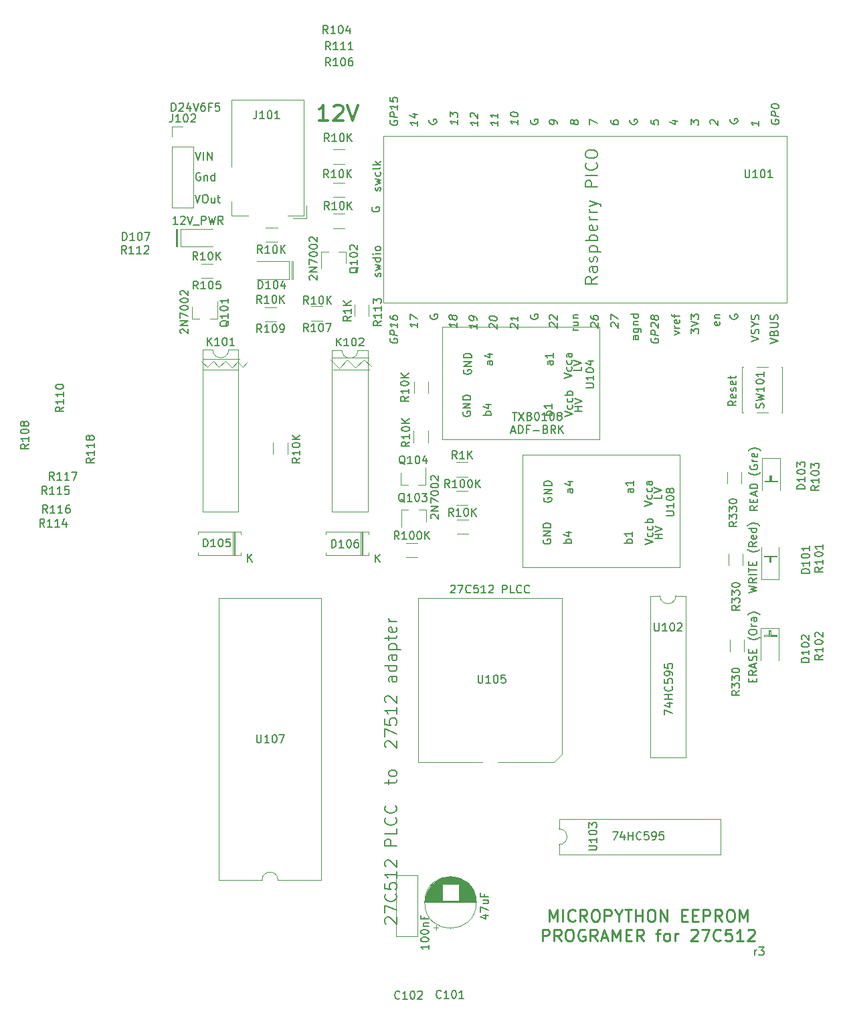
<source format=gbr>
%TF.GenerationSoftware,KiCad,Pcbnew,5.1.12-84ad8e8a86~92~ubuntu18.04.1*%
%TF.CreationDate,2023-06-26T22:09:47+02:00*%
%TF.ProjectId,PROGRAMMER-GLS27SF512,50524f47-5241-44d4-9d45-522d474c5332,1*%
%TF.SameCoordinates,Original*%
%TF.FileFunction,Legend,Top*%
%TF.FilePolarity,Positive*%
%FSLAX46Y46*%
G04 Gerber Fmt 4.6, Leading zero omitted, Abs format (unit mm)*
G04 Created by KiCad (PCBNEW 5.1.12-84ad8e8a86~92~ubuntu18.04.1) date 2023-06-26 22:09:47*
%MOMM*%
%LPD*%
G01*
G04 APERTURE LIST*
%ADD10C,0.150000*%
%ADD11C,0.120000*%
%ADD12C,0.250000*%
%ADD13C,0.350000*%
G04 APERTURE END LIST*
D10*
X98074219Y-107717885D02*
X98026600Y-107670266D01*
X97978980Y-107575028D01*
X97978980Y-107336933D01*
X98026600Y-107241695D01*
X98074219Y-107194076D01*
X98169457Y-107146457D01*
X98264695Y-107146457D01*
X98407552Y-107194076D01*
X98978980Y-107765504D01*
X98978980Y-107146457D01*
X98978980Y-106717885D02*
X97978980Y-106717885D01*
X98978980Y-106146457D01*
X97978980Y-106146457D01*
X97978980Y-105765504D02*
X97978980Y-105098838D01*
X98978980Y-105527409D01*
X97978980Y-104527409D02*
X97978980Y-104432171D01*
X98026600Y-104336933D01*
X98074219Y-104289314D01*
X98169457Y-104241695D01*
X98359933Y-104194076D01*
X98598028Y-104194076D01*
X98788504Y-104241695D01*
X98883742Y-104289314D01*
X98931361Y-104336933D01*
X98978980Y-104432171D01*
X98978980Y-104527409D01*
X98931361Y-104622647D01*
X98883742Y-104670266D01*
X98788504Y-104717885D01*
X98598028Y-104765504D01*
X98359933Y-104765504D01*
X98169457Y-104717885D01*
X98074219Y-104670266D01*
X98026600Y-104622647D01*
X97978980Y-104527409D01*
X97978980Y-103575028D02*
X97978980Y-103479790D01*
X98026600Y-103384552D01*
X98074219Y-103336933D01*
X98169457Y-103289314D01*
X98359933Y-103241695D01*
X98598028Y-103241695D01*
X98788504Y-103289314D01*
X98883742Y-103336933D01*
X98931361Y-103384552D01*
X98978980Y-103479790D01*
X98978980Y-103575028D01*
X98931361Y-103670266D01*
X98883742Y-103717885D01*
X98788504Y-103765504D01*
X98598028Y-103813123D01*
X98359933Y-103813123D01*
X98169457Y-103765504D01*
X98074219Y-103717885D01*
X98026600Y-103670266D01*
X97978980Y-103575028D01*
X98074219Y-102860742D02*
X98026600Y-102813123D01*
X97978980Y-102717885D01*
X97978980Y-102479790D01*
X98026600Y-102384552D01*
X98074219Y-102336933D01*
X98169457Y-102289314D01*
X98264695Y-102289314D01*
X98407552Y-102336933D01*
X98978980Y-102908361D01*
X98978980Y-102289314D01*
X87904580Y-82124466D02*
X87428390Y-82457800D01*
X87904580Y-82695895D02*
X86904580Y-82695895D01*
X86904580Y-82314942D01*
X86952200Y-82219704D01*
X86999819Y-82172085D01*
X87095057Y-82124466D01*
X87237914Y-82124466D01*
X87333152Y-82172085D01*
X87380771Y-82219704D01*
X87428390Y-82314942D01*
X87428390Y-82695895D01*
X87904580Y-81172085D02*
X87904580Y-81743514D01*
X87904580Y-81457800D02*
X86904580Y-81457800D01*
X87047438Y-81553038D01*
X87142676Y-81648276D01*
X87190295Y-81743514D01*
X87904580Y-80743514D02*
X86904580Y-80743514D01*
X87904580Y-80172085D02*
X87333152Y-80600657D01*
X86904580Y-80172085D02*
X87476009Y-80743514D01*
X76682742Y-74163180D02*
X76349409Y-73686990D01*
X76111314Y-74163180D02*
X76111314Y-73163180D01*
X76492266Y-73163180D01*
X76587504Y-73210800D01*
X76635123Y-73258419D01*
X76682742Y-73353657D01*
X76682742Y-73496514D01*
X76635123Y-73591752D01*
X76587504Y-73639371D01*
X76492266Y-73686990D01*
X76111314Y-73686990D01*
X77635123Y-74163180D02*
X77063695Y-74163180D01*
X77349409Y-74163180D02*
X77349409Y-73163180D01*
X77254171Y-73306038D01*
X77158933Y-73401276D01*
X77063695Y-73448895D01*
X78254171Y-73163180D02*
X78349409Y-73163180D01*
X78444647Y-73210800D01*
X78492266Y-73258419D01*
X78539885Y-73353657D01*
X78587504Y-73544133D01*
X78587504Y-73782228D01*
X78539885Y-73972704D01*
X78492266Y-74067942D01*
X78444647Y-74115561D01*
X78349409Y-74163180D01*
X78254171Y-74163180D01*
X78158933Y-74115561D01*
X78111314Y-74067942D01*
X78063695Y-73972704D01*
X78016076Y-73782228D01*
X78016076Y-73544133D01*
X78063695Y-73353657D01*
X78111314Y-73258419D01*
X78158933Y-73210800D01*
X78254171Y-73163180D01*
X79016076Y-74163180D02*
X79016076Y-73163180D01*
X79587504Y-74163180D02*
X79158933Y-73591752D01*
X79587504Y-73163180D02*
X79016076Y-73734609D01*
X81452980Y-100050457D02*
X80976790Y-100383790D01*
X81452980Y-100621885D02*
X80452980Y-100621885D01*
X80452980Y-100240933D01*
X80500600Y-100145695D01*
X80548219Y-100098076D01*
X80643457Y-100050457D01*
X80786314Y-100050457D01*
X80881552Y-100098076D01*
X80929171Y-100145695D01*
X80976790Y-100240933D01*
X80976790Y-100621885D01*
X81452980Y-99098076D02*
X81452980Y-99669504D01*
X81452980Y-99383790D02*
X80452980Y-99383790D01*
X80595838Y-99479028D01*
X80691076Y-99574266D01*
X80738695Y-99669504D01*
X80452980Y-98479028D02*
X80452980Y-98383790D01*
X80500600Y-98288552D01*
X80548219Y-98240933D01*
X80643457Y-98193314D01*
X80833933Y-98145695D01*
X81072028Y-98145695D01*
X81262504Y-98193314D01*
X81357742Y-98240933D01*
X81405361Y-98288552D01*
X81452980Y-98383790D01*
X81452980Y-98479028D01*
X81405361Y-98574266D01*
X81357742Y-98621885D01*
X81262504Y-98669504D01*
X81072028Y-98717123D01*
X80833933Y-98717123D01*
X80643457Y-98669504D01*
X80548219Y-98621885D01*
X80500600Y-98574266D01*
X80452980Y-98479028D01*
X81452980Y-97717123D02*
X80452980Y-97717123D01*
X81452980Y-97145695D02*
X80881552Y-97574266D01*
X80452980Y-97145695D02*
X81024409Y-97717123D01*
X93986552Y-110332780D02*
X93653219Y-109856590D01*
X93415123Y-110332780D02*
X93415123Y-109332780D01*
X93796076Y-109332780D01*
X93891314Y-109380400D01*
X93938933Y-109428019D01*
X93986552Y-109523257D01*
X93986552Y-109666114D01*
X93938933Y-109761352D01*
X93891314Y-109808971D01*
X93796076Y-109856590D01*
X93415123Y-109856590D01*
X94938933Y-110332780D02*
X94367504Y-110332780D01*
X94653219Y-110332780D02*
X94653219Y-109332780D01*
X94557980Y-109475638D01*
X94462742Y-109570876D01*
X94367504Y-109618495D01*
X95557980Y-109332780D02*
X95653219Y-109332780D01*
X95748457Y-109380400D01*
X95796076Y-109428019D01*
X95843695Y-109523257D01*
X95891314Y-109713733D01*
X95891314Y-109951828D01*
X95843695Y-110142304D01*
X95796076Y-110237542D01*
X95748457Y-110285161D01*
X95653219Y-110332780D01*
X95557980Y-110332780D01*
X95462742Y-110285161D01*
X95415123Y-110237542D01*
X95367504Y-110142304D01*
X95319885Y-109951828D01*
X95319885Y-109713733D01*
X95367504Y-109523257D01*
X95415123Y-109428019D01*
X95462742Y-109380400D01*
X95557980Y-109332780D01*
X96510361Y-109332780D02*
X96605600Y-109332780D01*
X96700838Y-109380400D01*
X96748457Y-109428019D01*
X96796076Y-109523257D01*
X96843695Y-109713733D01*
X96843695Y-109951828D01*
X96796076Y-110142304D01*
X96748457Y-110237542D01*
X96700838Y-110285161D01*
X96605600Y-110332780D01*
X96510361Y-110332780D01*
X96415123Y-110285161D01*
X96367504Y-110237542D01*
X96319885Y-110142304D01*
X96272266Y-109951828D01*
X96272266Y-109713733D01*
X96319885Y-109523257D01*
X96367504Y-109428019D01*
X96415123Y-109380400D01*
X96510361Y-109332780D01*
X97272266Y-110332780D02*
X97272266Y-109332780D01*
X97843695Y-110332780D02*
X97415123Y-109761352D01*
X97843695Y-109332780D02*
X97272266Y-109904209D01*
X101314333Y-100147380D02*
X100981000Y-99671190D01*
X100742904Y-100147380D02*
X100742904Y-99147380D01*
X101123857Y-99147380D01*
X101219095Y-99195000D01*
X101266714Y-99242619D01*
X101314333Y-99337857D01*
X101314333Y-99480714D01*
X101266714Y-99575952D01*
X101219095Y-99623571D01*
X101123857Y-99671190D01*
X100742904Y-99671190D01*
X102266714Y-100147380D02*
X101695285Y-100147380D01*
X101981000Y-100147380D02*
X101981000Y-99147380D01*
X101885761Y-99290238D01*
X101790523Y-99385476D01*
X101695285Y-99433095D01*
X102695285Y-100147380D02*
X102695285Y-99147380D01*
X103266714Y-100147380D02*
X102838142Y-99575952D01*
X103266714Y-99147380D02*
X102695285Y-99718809D01*
X100387352Y-103779580D02*
X100054019Y-103303390D01*
X99815923Y-103779580D02*
X99815923Y-102779580D01*
X100196876Y-102779580D01*
X100292114Y-102827200D01*
X100339733Y-102874819D01*
X100387352Y-102970057D01*
X100387352Y-103112914D01*
X100339733Y-103208152D01*
X100292114Y-103255771D01*
X100196876Y-103303390D01*
X99815923Y-103303390D01*
X101339733Y-103779580D02*
X100768304Y-103779580D01*
X101054019Y-103779580D02*
X101054019Y-102779580D01*
X100958780Y-102922438D01*
X100863542Y-103017676D01*
X100768304Y-103065295D01*
X101958780Y-102779580D02*
X102054019Y-102779580D01*
X102149257Y-102827200D01*
X102196876Y-102874819D01*
X102244495Y-102970057D01*
X102292114Y-103160533D01*
X102292114Y-103398628D01*
X102244495Y-103589104D01*
X102196876Y-103684342D01*
X102149257Y-103731961D01*
X102054019Y-103779580D01*
X101958780Y-103779580D01*
X101863542Y-103731961D01*
X101815923Y-103684342D01*
X101768304Y-103589104D01*
X101720685Y-103398628D01*
X101720685Y-103160533D01*
X101768304Y-102970057D01*
X101815923Y-102874819D01*
X101863542Y-102827200D01*
X101958780Y-102779580D01*
X102911161Y-102779580D02*
X103006400Y-102779580D01*
X103101638Y-102827200D01*
X103149257Y-102874819D01*
X103196876Y-102970057D01*
X103244495Y-103160533D01*
X103244495Y-103398628D01*
X103196876Y-103589104D01*
X103149257Y-103684342D01*
X103101638Y-103731961D01*
X103006400Y-103779580D01*
X102911161Y-103779580D01*
X102815923Y-103731961D01*
X102768304Y-103684342D01*
X102720685Y-103589104D01*
X102673066Y-103398628D01*
X102673066Y-103160533D01*
X102720685Y-102970057D01*
X102768304Y-102874819D01*
X102815923Y-102827200D01*
X102911161Y-102779580D01*
X103673066Y-103779580D02*
X103673066Y-102779580D01*
X104244495Y-103779580D02*
X103815923Y-103208152D01*
X104244495Y-102779580D02*
X103673066Y-103351009D01*
X100863542Y-107386380D02*
X100530209Y-106910190D01*
X100292114Y-107386380D02*
X100292114Y-106386380D01*
X100673066Y-106386380D01*
X100768304Y-106434000D01*
X100815923Y-106481619D01*
X100863542Y-106576857D01*
X100863542Y-106719714D01*
X100815923Y-106814952D01*
X100768304Y-106862571D01*
X100673066Y-106910190D01*
X100292114Y-106910190D01*
X101815923Y-107386380D02*
X101244495Y-107386380D01*
X101530209Y-107386380D02*
X101530209Y-106386380D01*
X101434971Y-106529238D01*
X101339733Y-106624476D01*
X101244495Y-106672095D01*
X102434971Y-106386380D02*
X102530209Y-106386380D01*
X102625447Y-106434000D01*
X102673066Y-106481619D01*
X102720685Y-106576857D01*
X102768304Y-106767333D01*
X102768304Y-107005428D01*
X102720685Y-107195904D01*
X102673066Y-107291142D01*
X102625447Y-107338761D01*
X102530209Y-107386380D01*
X102434971Y-107386380D01*
X102339733Y-107338761D01*
X102292114Y-107291142D01*
X102244495Y-107195904D01*
X102196876Y-107005428D01*
X102196876Y-106767333D01*
X102244495Y-106576857D01*
X102292114Y-106481619D01*
X102339733Y-106434000D01*
X102434971Y-106386380D01*
X103196876Y-107386380D02*
X103196876Y-106386380D01*
X103768304Y-107386380D02*
X103339733Y-106814952D01*
X103768304Y-106386380D02*
X103196876Y-106957809D01*
X97734380Y-161593019D02*
X97734380Y-162164447D01*
X97734380Y-161878733D02*
X96734380Y-161878733D01*
X96877238Y-161973971D01*
X96972476Y-162069209D01*
X97020095Y-162164447D01*
X96734380Y-160973971D02*
X96734380Y-160878733D01*
X96782000Y-160783495D01*
X96829619Y-160735876D01*
X96924857Y-160688257D01*
X97115333Y-160640638D01*
X97353428Y-160640638D01*
X97543904Y-160688257D01*
X97639142Y-160735876D01*
X97686761Y-160783495D01*
X97734380Y-160878733D01*
X97734380Y-160973971D01*
X97686761Y-161069209D01*
X97639142Y-161116828D01*
X97543904Y-161164447D01*
X97353428Y-161212066D01*
X97115333Y-161212066D01*
X96924857Y-161164447D01*
X96829619Y-161116828D01*
X96782000Y-161069209D01*
X96734380Y-160973971D01*
X96734380Y-160021590D02*
X96734380Y-159926352D01*
X96782000Y-159831114D01*
X96829619Y-159783495D01*
X96924857Y-159735876D01*
X97115333Y-159688257D01*
X97353428Y-159688257D01*
X97543904Y-159735876D01*
X97639142Y-159783495D01*
X97686761Y-159831114D01*
X97734380Y-159926352D01*
X97734380Y-160021590D01*
X97686761Y-160116828D01*
X97639142Y-160164447D01*
X97543904Y-160212066D01*
X97353428Y-160259685D01*
X97115333Y-160259685D01*
X96924857Y-160212066D01*
X96829619Y-160164447D01*
X96782000Y-160116828D01*
X96734380Y-160021590D01*
X97067714Y-159259685D02*
X97734380Y-159259685D01*
X97162952Y-159259685D02*
X97115333Y-159212066D01*
X97067714Y-159116828D01*
X97067714Y-158973971D01*
X97115333Y-158878733D01*
X97210571Y-158831114D01*
X97734380Y-158831114D01*
X97210571Y-158021590D02*
X97210571Y-158354923D01*
X97734380Y-158354923D02*
X96734380Y-158354923D01*
X96734380Y-157878733D01*
X104636914Y-157859266D02*
X105303580Y-157859266D01*
X104255961Y-158097361D02*
X104970247Y-158335457D01*
X104970247Y-157716409D01*
X104303580Y-157430695D02*
X104303580Y-156764028D01*
X105303580Y-157192600D01*
X104636914Y-155954504D02*
X105303580Y-155954504D01*
X104636914Y-156383076D02*
X105160723Y-156383076D01*
X105255961Y-156335457D01*
X105303580Y-156240219D01*
X105303580Y-156097361D01*
X105255961Y-156002123D01*
X105208342Y-155954504D01*
X104779771Y-155144980D02*
X104779771Y-155478314D01*
X105303580Y-155478314D02*
X104303580Y-155478314D01*
X104303580Y-155002123D01*
X138999980Y-162910780D02*
X138999980Y-162244114D01*
X138999980Y-162434590D02*
X139047600Y-162339352D01*
X139095219Y-162291733D01*
X139190457Y-162244114D01*
X139285695Y-162244114D01*
X139523790Y-161910780D02*
X140142838Y-161910780D01*
X139809504Y-162291733D01*
X139952361Y-162291733D01*
X140047600Y-162339352D01*
X140095219Y-162386971D01*
X140142838Y-162482209D01*
X140142838Y-162720304D01*
X140095219Y-162815542D01*
X140047600Y-162863161D01*
X139952361Y-162910780D01*
X139666647Y-162910780D01*
X139571409Y-162863161D01*
X139523790Y-162815542D01*
D11*
X85674200Y-88874600D02*
X90246200Y-88874600D01*
X85521800Y-87350600D02*
X90170000Y-87350600D01*
X89585800Y-87579200D02*
X90449400Y-88442800D01*
X88493600Y-88671400D02*
X89585800Y-87579200D01*
X87452200Y-87630000D02*
X88493600Y-88671400D01*
X86385400Y-88696800D02*
X87452200Y-87630000D01*
X85344000Y-87655400D02*
X86385400Y-88696800D01*
X69265800Y-88925400D02*
X73609200Y-88925400D01*
X69215000Y-87553800D02*
X73812400Y-87553800D01*
X74218800Y-88544400D02*
X74777600Y-87985600D01*
X73558400Y-87884000D02*
X74218800Y-88544400D01*
X72847200Y-88595200D02*
X73558400Y-87884000D01*
X72009000Y-87757000D02*
X72847200Y-88595200D01*
X71221600Y-88544400D02*
X72009000Y-87757000D01*
X70485000Y-87807800D02*
X71221600Y-88544400D01*
X69723000Y-88569800D02*
X70485000Y-87807800D01*
X68986400Y-87833200D02*
X69723000Y-88569800D01*
D12*
X112991085Y-158635771D02*
X112991085Y-157135771D01*
X113491085Y-158207200D01*
X113991085Y-157135771D01*
X113991085Y-158635771D01*
X114705371Y-158635771D02*
X114705371Y-157135771D01*
X116276800Y-158492914D02*
X116205371Y-158564342D01*
X115991085Y-158635771D01*
X115848228Y-158635771D01*
X115633942Y-158564342D01*
X115491085Y-158421485D01*
X115419657Y-158278628D01*
X115348228Y-157992914D01*
X115348228Y-157778628D01*
X115419657Y-157492914D01*
X115491085Y-157350057D01*
X115633942Y-157207200D01*
X115848228Y-157135771D01*
X115991085Y-157135771D01*
X116205371Y-157207200D01*
X116276800Y-157278628D01*
X117776800Y-158635771D02*
X117276800Y-157921485D01*
X116919657Y-158635771D02*
X116919657Y-157135771D01*
X117491085Y-157135771D01*
X117633942Y-157207200D01*
X117705371Y-157278628D01*
X117776800Y-157421485D01*
X117776800Y-157635771D01*
X117705371Y-157778628D01*
X117633942Y-157850057D01*
X117491085Y-157921485D01*
X116919657Y-157921485D01*
X118705371Y-157135771D02*
X118991085Y-157135771D01*
X119133942Y-157207200D01*
X119276800Y-157350057D01*
X119348228Y-157635771D01*
X119348228Y-158135771D01*
X119276800Y-158421485D01*
X119133942Y-158564342D01*
X118991085Y-158635771D01*
X118705371Y-158635771D01*
X118562514Y-158564342D01*
X118419657Y-158421485D01*
X118348228Y-158135771D01*
X118348228Y-157635771D01*
X118419657Y-157350057D01*
X118562514Y-157207200D01*
X118705371Y-157135771D01*
X119991085Y-158635771D02*
X119991085Y-157135771D01*
X120562514Y-157135771D01*
X120705371Y-157207200D01*
X120776800Y-157278628D01*
X120848228Y-157421485D01*
X120848228Y-157635771D01*
X120776800Y-157778628D01*
X120705371Y-157850057D01*
X120562514Y-157921485D01*
X119991085Y-157921485D01*
X121776800Y-157921485D02*
X121776800Y-158635771D01*
X121276800Y-157135771D02*
X121776800Y-157921485D01*
X122276800Y-157135771D01*
X122562514Y-157135771D02*
X123419657Y-157135771D01*
X122991085Y-158635771D02*
X122991085Y-157135771D01*
X123919657Y-158635771D02*
X123919657Y-157135771D01*
X123919657Y-157850057D02*
X124776800Y-157850057D01*
X124776800Y-158635771D02*
X124776800Y-157135771D01*
X125776800Y-157135771D02*
X126062514Y-157135771D01*
X126205371Y-157207200D01*
X126348228Y-157350057D01*
X126419657Y-157635771D01*
X126419657Y-158135771D01*
X126348228Y-158421485D01*
X126205371Y-158564342D01*
X126062514Y-158635771D01*
X125776800Y-158635771D01*
X125633942Y-158564342D01*
X125491085Y-158421485D01*
X125419657Y-158135771D01*
X125419657Y-157635771D01*
X125491085Y-157350057D01*
X125633942Y-157207200D01*
X125776800Y-157135771D01*
X127062514Y-158635771D02*
X127062514Y-157135771D01*
X127919657Y-158635771D01*
X127919657Y-157135771D01*
X129776800Y-157850057D02*
X130276800Y-157850057D01*
X130491085Y-158635771D02*
X129776800Y-158635771D01*
X129776800Y-157135771D01*
X130491085Y-157135771D01*
X131133942Y-157850057D02*
X131633942Y-157850057D01*
X131848228Y-158635771D02*
X131133942Y-158635771D01*
X131133942Y-157135771D01*
X131848228Y-157135771D01*
X132491085Y-158635771D02*
X132491085Y-157135771D01*
X133062514Y-157135771D01*
X133205371Y-157207200D01*
X133276800Y-157278628D01*
X133348228Y-157421485D01*
X133348228Y-157635771D01*
X133276800Y-157778628D01*
X133205371Y-157850057D01*
X133062514Y-157921485D01*
X132491085Y-157921485D01*
X134848228Y-158635771D02*
X134348228Y-157921485D01*
X133991085Y-158635771D02*
X133991085Y-157135771D01*
X134562514Y-157135771D01*
X134705371Y-157207200D01*
X134776800Y-157278628D01*
X134848228Y-157421485D01*
X134848228Y-157635771D01*
X134776800Y-157778628D01*
X134705371Y-157850057D01*
X134562514Y-157921485D01*
X133991085Y-157921485D01*
X135776800Y-157135771D02*
X136062514Y-157135771D01*
X136205371Y-157207200D01*
X136348228Y-157350057D01*
X136419657Y-157635771D01*
X136419657Y-158135771D01*
X136348228Y-158421485D01*
X136205371Y-158564342D01*
X136062514Y-158635771D01*
X135776800Y-158635771D01*
X135633942Y-158564342D01*
X135491085Y-158421485D01*
X135419657Y-158135771D01*
X135419657Y-157635771D01*
X135491085Y-157350057D01*
X135633942Y-157207200D01*
X135776800Y-157135771D01*
X137062514Y-158635771D02*
X137062514Y-157135771D01*
X137562514Y-158207200D01*
X138062514Y-157135771D01*
X138062514Y-158635771D01*
X112133942Y-161135771D02*
X112133942Y-159635771D01*
X112705371Y-159635771D01*
X112848228Y-159707200D01*
X112919657Y-159778628D01*
X112991085Y-159921485D01*
X112991085Y-160135771D01*
X112919657Y-160278628D01*
X112848228Y-160350057D01*
X112705371Y-160421485D01*
X112133942Y-160421485D01*
X114491085Y-161135771D02*
X113991085Y-160421485D01*
X113633942Y-161135771D02*
X113633942Y-159635771D01*
X114205371Y-159635771D01*
X114348228Y-159707200D01*
X114419657Y-159778628D01*
X114491085Y-159921485D01*
X114491085Y-160135771D01*
X114419657Y-160278628D01*
X114348228Y-160350057D01*
X114205371Y-160421485D01*
X113633942Y-160421485D01*
X115419657Y-159635771D02*
X115705371Y-159635771D01*
X115848228Y-159707200D01*
X115991085Y-159850057D01*
X116062514Y-160135771D01*
X116062514Y-160635771D01*
X115991085Y-160921485D01*
X115848228Y-161064342D01*
X115705371Y-161135771D01*
X115419657Y-161135771D01*
X115276800Y-161064342D01*
X115133942Y-160921485D01*
X115062514Y-160635771D01*
X115062514Y-160135771D01*
X115133942Y-159850057D01*
X115276800Y-159707200D01*
X115419657Y-159635771D01*
X117491085Y-159707200D02*
X117348228Y-159635771D01*
X117133942Y-159635771D01*
X116919657Y-159707200D01*
X116776800Y-159850057D01*
X116705371Y-159992914D01*
X116633942Y-160278628D01*
X116633942Y-160492914D01*
X116705371Y-160778628D01*
X116776800Y-160921485D01*
X116919657Y-161064342D01*
X117133942Y-161135771D01*
X117276800Y-161135771D01*
X117491085Y-161064342D01*
X117562514Y-160992914D01*
X117562514Y-160492914D01*
X117276800Y-160492914D01*
X119062514Y-161135771D02*
X118562514Y-160421485D01*
X118205371Y-161135771D02*
X118205371Y-159635771D01*
X118776800Y-159635771D01*
X118919657Y-159707200D01*
X118991085Y-159778628D01*
X119062514Y-159921485D01*
X119062514Y-160135771D01*
X118991085Y-160278628D01*
X118919657Y-160350057D01*
X118776800Y-160421485D01*
X118205371Y-160421485D01*
X119633942Y-160707200D02*
X120348228Y-160707200D01*
X119491085Y-161135771D02*
X119991085Y-159635771D01*
X120491085Y-161135771D01*
X120991085Y-161135771D02*
X120991085Y-159635771D01*
X121491085Y-160707200D01*
X121991085Y-159635771D01*
X121991085Y-161135771D01*
X122705371Y-160350057D02*
X123205371Y-160350057D01*
X123419657Y-161135771D02*
X122705371Y-161135771D01*
X122705371Y-159635771D01*
X123419657Y-159635771D01*
X124919657Y-161135771D02*
X124419657Y-160421485D01*
X124062514Y-161135771D02*
X124062514Y-159635771D01*
X124633942Y-159635771D01*
X124776800Y-159707200D01*
X124848228Y-159778628D01*
X124919657Y-159921485D01*
X124919657Y-160135771D01*
X124848228Y-160278628D01*
X124776800Y-160350057D01*
X124633942Y-160421485D01*
X124062514Y-160421485D01*
X126491085Y-160135771D02*
X127062514Y-160135771D01*
X126705371Y-161135771D02*
X126705371Y-159850057D01*
X126776800Y-159707200D01*
X126919657Y-159635771D01*
X127062514Y-159635771D01*
X127776800Y-161135771D02*
X127633942Y-161064342D01*
X127562514Y-160992914D01*
X127491085Y-160850057D01*
X127491085Y-160421485D01*
X127562514Y-160278628D01*
X127633942Y-160207200D01*
X127776800Y-160135771D01*
X127991085Y-160135771D01*
X128133942Y-160207200D01*
X128205371Y-160278628D01*
X128276800Y-160421485D01*
X128276800Y-160850057D01*
X128205371Y-160992914D01*
X128133942Y-161064342D01*
X127991085Y-161135771D01*
X127776800Y-161135771D01*
X128919657Y-161135771D02*
X128919657Y-160135771D01*
X128919657Y-160421485D02*
X128991085Y-160278628D01*
X129062514Y-160207200D01*
X129205371Y-160135771D01*
X129348228Y-160135771D01*
X130919657Y-159778628D02*
X130991085Y-159707200D01*
X131133942Y-159635771D01*
X131491085Y-159635771D01*
X131633942Y-159707200D01*
X131705371Y-159778628D01*
X131776800Y-159921485D01*
X131776800Y-160064342D01*
X131705371Y-160278628D01*
X130848228Y-161135771D01*
X131776800Y-161135771D01*
X132276800Y-159635771D02*
X133276800Y-159635771D01*
X132633942Y-161135771D01*
X134705371Y-160992914D02*
X134633942Y-161064342D01*
X134419657Y-161135771D01*
X134276800Y-161135771D01*
X134062514Y-161064342D01*
X133919657Y-160921485D01*
X133848228Y-160778628D01*
X133776800Y-160492914D01*
X133776800Y-160278628D01*
X133848228Y-159992914D01*
X133919657Y-159850057D01*
X134062514Y-159707200D01*
X134276800Y-159635771D01*
X134419657Y-159635771D01*
X134633942Y-159707200D01*
X134705371Y-159778628D01*
X136062514Y-159635771D02*
X135348228Y-159635771D01*
X135276800Y-160350057D01*
X135348228Y-160278628D01*
X135491085Y-160207200D01*
X135848228Y-160207200D01*
X135991085Y-160278628D01*
X136062514Y-160350057D01*
X136133942Y-160492914D01*
X136133942Y-160850057D01*
X136062514Y-160992914D01*
X135991085Y-161064342D01*
X135848228Y-161135771D01*
X135491085Y-161135771D01*
X135348228Y-161064342D01*
X135276800Y-160992914D01*
X137562514Y-161135771D02*
X136705371Y-161135771D01*
X137133942Y-161135771D02*
X137133942Y-159635771D01*
X136991085Y-159850057D01*
X136848228Y-159992914D01*
X136705371Y-160064342D01*
X138133942Y-159778628D02*
X138205371Y-159707200D01*
X138348228Y-159635771D01*
X138705371Y-159635771D01*
X138848228Y-159707200D01*
X138919657Y-159778628D01*
X138991085Y-159921485D01*
X138991085Y-160064342D01*
X138919657Y-160278628D01*
X138062514Y-161135771D01*
X138991085Y-161135771D01*
D10*
X65983171Y-70480180D02*
X65411742Y-70480180D01*
X65697457Y-70480180D02*
X65697457Y-69480180D01*
X65602219Y-69623038D01*
X65506980Y-69718276D01*
X65411742Y-69765895D01*
X66364123Y-69575419D02*
X66411742Y-69527800D01*
X66506980Y-69480180D01*
X66745076Y-69480180D01*
X66840314Y-69527800D01*
X66887933Y-69575419D01*
X66935552Y-69670657D01*
X66935552Y-69765895D01*
X66887933Y-69908752D01*
X66316504Y-70480180D01*
X66935552Y-70480180D01*
X67221266Y-69480180D02*
X67554600Y-70480180D01*
X67887933Y-69480180D01*
X67983171Y-70575419D02*
X68745076Y-70575419D01*
X68983171Y-70480180D02*
X68983171Y-69480180D01*
X69364123Y-69480180D01*
X69459361Y-69527800D01*
X69506980Y-69575419D01*
X69554600Y-69670657D01*
X69554600Y-69813514D01*
X69506980Y-69908752D01*
X69459361Y-69956371D01*
X69364123Y-70003990D01*
X68983171Y-70003990D01*
X69887933Y-69480180D02*
X70126028Y-70480180D01*
X70316504Y-69765895D01*
X70506980Y-70480180D01*
X70745076Y-69480180D01*
X71697457Y-70480180D02*
X71364123Y-70003990D01*
X71126028Y-70480180D02*
X71126028Y-69480180D01*
X71506980Y-69480180D01*
X71602219Y-69527800D01*
X71649838Y-69575419D01*
X71697457Y-69670657D01*
X71697457Y-69813514D01*
X71649838Y-69908752D01*
X71602219Y-69956371D01*
X71506980Y-70003990D01*
X71126028Y-70003990D01*
D11*
X65862200Y-71094600D02*
X65862200Y-73253600D01*
X65786000Y-71094600D02*
X65862200Y-71094600D01*
X65786000Y-73329800D02*
X65786000Y-71094600D01*
X65913000Y-73329800D02*
X65786000Y-73329800D01*
X65913000Y-71094600D02*
X65913000Y-73329800D01*
D13*
X84994904Y-57419761D02*
X83852047Y-57419761D01*
X84423476Y-57419761D02*
X84423476Y-55419761D01*
X84233000Y-55705476D01*
X84042523Y-55895952D01*
X83852047Y-55991190D01*
X85756809Y-55610238D02*
X85852047Y-55515000D01*
X86042523Y-55419761D01*
X86518714Y-55419761D01*
X86709190Y-55515000D01*
X86804428Y-55610238D01*
X86899666Y-55800714D01*
X86899666Y-55991190D01*
X86804428Y-56276904D01*
X85661571Y-57419761D01*
X86899666Y-57419761D01*
X87471095Y-55419761D02*
X88137761Y-57419761D01*
X88804428Y-55419761D01*
D10*
X92336228Y-158950000D02*
X92264800Y-158878571D01*
X92193371Y-158735714D01*
X92193371Y-158378571D01*
X92264800Y-158235714D01*
X92336228Y-158164285D01*
X92479085Y-158092857D01*
X92621942Y-158092857D01*
X92836228Y-158164285D01*
X93693371Y-159021428D01*
X93693371Y-158092857D01*
X92193371Y-157592857D02*
X92193371Y-156592857D01*
X93693371Y-157235714D01*
X93550514Y-155164285D02*
X93621942Y-155235714D01*
X93693371Y-155450000D01*
X93693371Y-155592857D01*
X93621942Y-155807142D01*
X93479085Y-155950000D01*
X93336228Y-156021428D01*
X93050514Y-156092857D01*
X92836228Y-156092857D01*
X92550514Y-156021428D01*
X92407657Y-155950000D01*
X92264800Y-155807142D01*
X92193371Y-155592857D01*
X92193371Y-155450000D01*
X92264800Y-155235714D01*
X92336228Y-155164285D01*
X92193371Y-153807142D02*
X92193371Y-154521428D01*
X92907657Y-154592857D01*
X92836228Y-154521428D01*
X92764800Y-154378571D01*
X92764800Y-154021428D01*
X92836228Y-153878571D01*
X92907657Y-153807142D01*
X93050514Y-153735714D01*
X93407657Y-153735714D01*
X93550514Y-153807142D01*
X93621942Y-153878571D01*
X93693371Y-154021428D01*
X93693371Y-154378571D01*
X93621942Y-154521428D01*
X93550514Y-154592857D01*
X93693371Y-152307142D02*
X93693371Y-153164285D01*
X93693371Y-152735714D02*
X92193371Y-152735714D01*
X92407657Y-152878571D01*
X92550514Y-153021428D01*
X92621942Y-153164285D01*
X92336228Y-151735714D02*
X92264800Y-151664285D01*
X92193371Y-151521428D01*
X92193371Y-151164285D01*
X92264800Y-151021428D01*
X92336228Y-150950000D01*
X92479085Y-150878571D01*
X92621942Y-150878571D01*
X92836228Y-150950000D01*
X93693371Y-151807142D01*
X93693371Y-150878571D01*
X93693371Y-149092857D02*
X92193371Y-149092857D01*
X92193371Y-148521428D01*
X92264800Y-148378571D01*
X92336228Y-148307142D01*
X92479085Y-148235714D01*
X92693371Y-148235714D01*
X92836228Y-148307142D01*
X92907657Y-148378571D01*
X92979085Y-148521428D01*
X92979085Y-149092857D01*
X93693371Y-146878571D02*
X93693371Y-147592857D01*
X92193371Y-147592857D01*
X93550514Y-145521428D02*
X93621942Y-145592857D01*
X93693371Y-145807142D01*
X93693371Y-145950000D01*
X93621942Y-146164285D01*
X93479085Y-146307142D01*
X93336228Y-146378571D01*
X93050514Y-146450000D01*
X92836228Y-146450000D01*
X92550514Y-146378571D01*
X92407657Y-146307142D01*
X92264800Y-146164285D01*
X92193371Y-145950000D01*
X92193371Y-145807142D01*
X92264800Y-145592857D01*
X92336228Y-145521428D01*
X93550514Y-144021428D02*
X93621942Y-144092857D01*
X93693371Y-144307142D01*
X93693371Y-144450000D01*
X93621942Y-144664285D01*
X93479085Y-144807142D01*
X93336228Y-144878571D01*
X93050514Y-144950000D01*
X92836228Y-144950000D01*
X92550514Y-144878571D01*
X92407657Y-144807142D01*
X92264800Y-144664285D01*
X92193371Y-144450000D01*
X92193371Y-144307142D01*
X92264800Y-144092857D01*
X92336228Y-144021428D01*
X92693371Y-141307142D02*
X92693371Y-140735714D01*
X92193371Y-141092857D02*
X93479085Y-141092857D01*
X93621942Y-141021428D01*
X93693371Y-140878571D01*
X93693371Y-140735714D01*
X93693371Y-140021428D02*
X93621942Y-140164285D01*
X93550514Y-140235714D01*
X93407657Y-140307142D01*
X92979085Y-140307142D01*
X92836228Y-140235714D01*
X92764800Y-140164285D01*
X92693371Y-140021428D01*
X92693371Y-139807142D01*
X92764800Y-139664285D01*
X92836228Y-139592857D01*
X92979085Y-139521428D01*
X93407657Y-139521428D01*
X93550514Y-139592857D01*
X93621942Y-139664285D01*
X93693371Y-139807142D01*
X93693371Y-140021428D01*
X92336228Y-136664285D02*
X92264800Y-136592857D01*
X92193371Y-136450000D01*
X92193371Y-136092857D01*
X92264800Y-135950000D01*
X92336228Y-135878571D01*
X92479085Y-135807142D01*
X92621942Y-135807142D01*
X92836228Y-135878571D01*
X93693371Y-136735714D01*
X93693371Y-135807142D01*
X92193371Y-135307142D02*
X92193371Y-134307142D01*
X93693371Y-134950000D01*
X92193371Y-133021428D02*
X92193371Y-133735714D01*
X92907657Y-133807142D01*
X92836228Y-133735714D01*
X92764800Y-133592857D01*
X92764800Y-133235714D01*
X92836228Y-133092857D01*
X92907657Y-133021428D01*
X93050514Y-132950000D01*
X93407657Y-132950000D01*
X93550514Y-133021428D01*
X93621942Y-133092857D01*
X93693371Y-133235714D01*
X93693371Y-133592857D01*
X93621942Y-133735714D01*
X93550514Y-133807142D01*
X93693371Y-131521428D02*
X93693371Y-132378571D01*
X93693371Y-131950000D02*
X92193371Y-131950000D01*
X92407657Y-132092857D01*
X92550514Y-132235714D01*
X92621942Y-132378571D01*
X92336228Y-130950000D02*
X92264800Y-130878571D01*
X92193371Y-130735714D01*
X92193371Y-130378571D01*
X92264800Y-130235714D01*
X92336228Y-130164285D01*
X92479085Y-130092857D01*
X92621942Y-130092857D01*
X92836228Y-130164285D01*
X93693371Y-131021428D01*
X93693371Y-130092857D01*
X93693371Y-127664285D02*
X92907657Y-127664285D01*
X92764800Y-127735714D01*
X92693371Y-127878571D01*
X92693371Y-128164285D01*
X92764800Y-128307142D01*
X93621942Y-127664285D02*
X93693371Y-127807142D01*
X93693371Y-128164285D01*
X93621942Y-128307142D01*
X93479085Y-128378571D01*
X93336228Y-128378571D01*
X93193371Y-128307142D01*
X93121942Y-128164285D01*
X93121942Y-127807142D01*
X93050514Y-127664285D01*
X93693371Y-126307142D02*
X92193371Y-126307142D01*
X93621942Y-126307142D02*
X93693371Y-126450000D01*
X93693371Y-126735714D01*
X93621942Y-126878571D01*
X93550514Y-126950000D01*
X93407657Y-127021428D01*
X92979085Y-127021428D01*
X92836228Y-126950000D01*
X92764800Y-126878571D01*
X92693371Y-126735714D01*
X92693371Y-126450000D01*
X92764800Y-126307142D01*
X93693371Y-124950000D02*
X92907657Y-124950000D01*
X92764800Y-125021428D01*
X92693371Y-125164285D01*
X92693371Y-125450000D01*
X92764800Y-125592857D01*
X93621942Y-124950000D02*
X93693371Y-125092857D01*
X93693371Y-125450000D01*
X93621942Y-125592857D01*
X93479085Y-125664285D01*
X93336228Y-125664285D01*
X93193371Y-125592857D01*
X93121942Y-125450000D01*
X93121942Y-125092857D01*
X93050514Y-124950000D01*
X92693371Y-124235714D02*
X94193371Y-124235714D01*
X92764800Y-124235714D02*
X92693371Y-124092857D01*
X92693371Y-123807142D01*
X92764800Y-123664285D01*
X92836228Y-123592857D01*
X92979085Y-123521428D01*
X93407657Y-123521428D01*
X93550514Y-123592857D01*
X93621942Y-123664285D01*
X93693371Y-123807142D01*
X93693371Y-124092857D01*
X93621942Y-124235714D01*
X92693371Y-123092857D02*
X92693371Y-122521428D01*
X92193371Y-122878571D02*
X93479085Y-122878571D01*
X93621942Y-122807142D01*
X93693371Y-122664285D01*
X93693371Y-122521428D01*
X93621942Y-121450000D02*
X93693371Y-121592857D01*
X93693371Y-121878571D01*
X93621942Y-122021428D01*
X93479085Y-122092857D01*
X92907657Y-122092857D01*
X92764800Y-122021428D01*
X92693371Y-121878571D01*
X92693371Y-121592857D01*
X92764800Y-121450000D01*
X92907657Y-121378571D01*
X93050514Y-121378571D01*
X93193371Y-122092857D01*
X93693371Y-120735714D02*
X92693371Y-120735714D01*
X92979085Y-120735714D02*
X92836228Y-120664285D01*
X92764800Y-120592857D01*
X92693371Y-120450000D01*
X92693371Y-120307142D01*
X95194380Y-92252657D02*
X94718190Y-92585990D01*
X95194380Y-92824085D02*
X94194380Y-92824085D01*
X94194380Y-92443133D01*
X94242000Y-92347895D01*
X94289619Y-92300276D01*
X94384857Y-92252657D01*
X94527714Y-92252657D01*
X94622952Y-92300276D01*
X94670571Y-92347895D01*
X94718190Y-92443133D01*
X94718190Y-92824085D01*
X95194380Y-91300276D02*
X95194380Y-91871704D01*
X95194380Y-91585990D02*
X94194380Y-91585990D01*
X94337238Y-91681228D01*
X94432476Y-91776466D01*
X94480095Y-91871704D01*
X94194380Y-90681228D02*
X94194380Y-90585990D01*
X94242000Y-90490752D01*
X94289619Y-90443133D01*
X94384857Y-90395514D01*
X94575333Y-90347895D01*
X94813428Y-90347895D01*
X95003904Y-90395514D01*
X95099142Y-90443133D01*
X95146761Y-90490752D01*
X95194380Y-90585990D01*
X95194380Y-90681228D01*
X95146761Y-90776466D01*
X95099142Y-90824085D01*
X95003904Y-90871704D01*
X94813428Y-90919323D01*
X94575333Y-90919323D01*
X94384857Y-90871704D01*
X94289619Y-90824085D01*
X94242000Y-90776466D01*
X94194380Y-90681228D01*
X95194380Y-89919323D02*
X94194380Y-89919323D01*
X95194380Y-89347895D02*
X94622952Y-89776466D01*
X94194380Y-89347895D02*
X94765809Y-89919323D01*
X95321380Y-97993057D02*
X94845190Y-98326390D01*
X95321380Y-98564485D02*
X94321380Y-98564485D01*
X94321380Y-98183533D01*
X94369000Y-98088295D01*
X94416619Y-98040676D01*
X94511857Y-97993057D01*
X94654714Y-97993057D01*
X94749952Y-98040676D01*
X94797571Y-98088295D01*
X94845190Y-98183533D01*
X94845190Y-98564485D01*
X95321380Y-97040676D02*
X95321380Y-97612104D01*
X95321380Y-97326390D02*
X94321380Y-97326390D01*
X94464238Y-97421628D01*
X94559476Y-97516866D01*
X94607095Y-97612104D01*
X94321380Y-96421628D02*
X94321380Y-96326390D01*
X94369000Y-96231152D01*
X94416619Y-96183533D01*
X94511857Y-96135914D01*
X94702333Y-96088295D01*
X94940428Y-96088295D01*
X95130904Y-96135914D01*
X95226142Y-96183533D01*
X95273761Y-96231152D01*
X95321380Y-96326390D01*
X95321380Y-96421628D01*
X95273761Y-96516866D01*
X95226142Y-96564485D01*
X95130904Y-96612104D01*
X94940428Y-96659723D01*
X94702333Y-96659723D01*
X94511857Y-96612104D01*
X94416619Y-96564485D01*
X94369000Y-96516866D01*
X94321380Y-96421628D01*
X95321380Y-95659723D02*
X94321380Y-95659723D01*
X95321380Y-95088295D02*
X94749952Y-95516866D01*
X94321380Y-95088295D02*
X94892809Y-95659723D01*
X82732619Y-77517285D02*
X82685000Y-77469666D01*
X82637380Y-77374428D01*
X82637380Y-77136333D01*
X82685000Y-77041095D01*
X82732619Y-76993476D01*
X82827857Y-76945857D01*
X82923095Y-76945857D01*
X83065952Y-76993476D01*
X83637380Y-77564904D01*
X83637380Y-76945857D01*
X83637380Y-76517285D02*
X82637380Y-76517285D01*
X83637380Y-75945857D01*
X82637380Y-75945857D01*
X82637380Y-75564904D02*
X82637380Y-74898238D01*
X83637380Y-75326809D01*
X82637380Y-74326809D02*
X82637380Y-74231571D01*
X82685000Y-74136333D01*
X82732619Y-74088714D01*
X82827857Y-74041095D01*
X83018333Y-73993476D01*
X83256428Y-73993476D01*
X83446904Y-74041095D01*
X83542142Y-74088714D01*
X83589761Y-74136333D01*
X83637380Y-74231571D01*
X83637380Y-74326809D01*
X83589761Y-74422047D01*
X83542142Y-74469666D01*
X83446904Y-74517285D01*
X83256428Y-74564904D01*
X83018333Y-74564904D01*
X82827857Y-74517285D01*
X82732619Y-74469666D01*
X82685000Y-74422047D01*
X82637380Y-74326809D01*
X82637380Y-73374428D02*
X82637380Y-73279190D01*
X82685000Y-73183952D01*
X82732619Y-73136333D01*
X82827857Y-73088714D01*
X83018333Y-73041095D01*
X83256428Y-73041095D01*
X83446904Y-73088714D01*
X83542142Y-73136333D01*
X83589761Y-73183952D01*
X83637380Y-73279190D01*
X83637380Y-73374428D01*
X83589761Y-73469666D01*
X83542142Y-73517285D01*
X83446904Y-73564904D01*
X83256428Y-73612523D01*
X83018333Y-73612523D01*
X82827857Y-73564904D01*
X82732619Y-73517285D01*
X82685000Y-73469666D01*
X82637380Y-73374428D01*
X82732619Y-72660142D02*
X82685000Y-72612523D01*
X82637380Y-72517285D01*
X82637380Y-72279190D01*
X82685000Y-72183952D01*
X82732619Y-72136333D01*
X82827857Y-72088714D01*
X82923095Y-72088714D01*
X83065952Y-72136333D01*
X83637380Y-72707761D01*
X83637380Y-72088714D01*
X66400419Y-84299085D02*
X66352800Y-84251466D01*
X66305180Y-84156228D01*
X66305180Y-83918133D01*
X66352800Y-83822895D01*
X66400419Y-83775276D01*
X66495657Y-83727657D01*
X66590895Y-83727657D01*
X66733752Y-83775276D01*
X67305180Y-84346704D01*
X67305180Y-83727657D01*
X67305180Y-83299085D02*
X66305180Y-83299085D01*
X67305180Y-82727657D01*
X66305180Y-82727657D01*
X66305180Y-82346704D02*
X66305180Y-81680038D01*
X67305180Y-82108609D01*
X66305180Y-81108609D02*
X66305180Y-81013371D01*
X66352800Y-80918133D01*
X66400419Y-80870514D01*
X66495657Y-80822895D01*
X66686133Y-80775276D01*
X66924228Y-80775276D01*
X67114704Y-80822895D01*
X67209942Y-80870514D01*
X67257561Y-80918133D01*
X67305180Y-81013371D01*
X67305180Y-81108609D01*
X67257561Y-81203847D01*
X67209942Y-81251466D01*
X67114704Y-81299085D01*
X66924228Y-81346704D01*
X66686133Y-81346704D01*
X66495657Y-81299085D01*
X66400419Y-81251466D01*
X66352800Y-81203847D01*
X66305180Y-81108609D01*
X66305180Y-80156228D02*
X66305180Y-80060990D01*
X66352800Y-79965752D01*
X66400419Y-79918133D01*
X66495657Y-79870514D01*
X66686133Y-79822895D01*
X66924228Y-79822895D01*
X67114704Y-79870514D01*
X67209942Y-79918133D01*
X67257561Y-79965752D01*
X67305180Y-80060990D01*
X67305180Y-80156228D01*
X67257561Y-80251466D01*
X67209942Y-80299085D01*
X67114704Y-80346704D01*
X66924228Y-80394323D01*
X66686133Y-80394323D01*
X66495657Y-80346704D01*
X66400419Y-80299085D01*
X66352800Y-80251466D01*
X66305180Y-80156228D01*
X66400419Y-79441942D02*
X66352800Y-79394323D01*
X66305180Y-79299085D01*
X66305180Y-79060990D01*
X66352800Y-78965752D01*
X66400419Y-78918133D01*
X66495657Y-78870514D01*
X66590895Y-78870514D01*
X66733752Y-78918133D01*
X67305180Y-79489561D01*
X67305180Y-78870514D01*
X76581142Y-80462380D02*
X76247809Y-79986190D01*
X76009714Y-80462380D02*
X76009714Y-79462380D01*
X76390666Y-79462380D01*
X76485904Y-79510000D01*
X76533523Y-79557619D01*
X76581142Y-79652857D01*
X76581142Y-79795714D01*
X76533523Y-79890952D01*
X76485904Y-79938571D01*
X76390666Y-79986190D01*
X76009714Y-79986190D01*
X77533523Y-80462380D02*
X76962095Y-80462380D01*
X77247809Y-80462380D02*
X77247809Y-79462380D01*
X77152571Y-79605238D01*
X77057333Y-79700476D01*
X76962095Y-79748095D01*
X78152571Y-79462380D02*
X78247809Y-79462380D01*
X78343047Y-79510000D01*
X78390666Y-79557619D01*
X78438285Y-79652857D01*
X78485904Y-79843333D01*
X78485904Y-80081428D01*
X78438285Y-80271904D01*
X78390666Y-80367142D01*
X78343047Y-80414761D01*
X78247809Y-80462380D01*
X78152571Y-80462380D01*
X78057333Y-80414761D01*
X78009714Y-80367142D01*
X77962095Y-80271904D01*
X77914476Y-80081428D01*
X77914476Y-79843333D01*
X77962095Y-79652857D01*
X78009714Y-79557619D01*
X78057333Y-79510000D01*
X78152571Y-79462380D01*
X78914476Y-80462380D02*
X78914476Y-79462380D01*
X79485904Y-80462380D02*
X79057333Y-79890952D01*
X79485904Y-79462380D02*
X78914476Y-80033809D01*
X82524742Y-80589380D02*
X82191409Y-80113190D01*
X81953314Y-80589380D02*
X81953314Y-79589380D01*
X82334266Y-79589380D01*
X82429504Y-79637000D01*
X82477123Y-79684619D01*
X82524742Y-79779857D01*
X82524742Y-79922714D01*
X82477123Y-80017952D01*
X82429504Y-80065571D01*
X82334266Y-80113190D01*
X81953314Y-80113190D01*
X83477123Y-80589380D02*
X82905695Y-80589380D01*
X83191409Y-80589380D02*
X83191409Y-79589380D01*
X83096171Y-79732238D01*
X83000933Y-79827476D01*
X82905695Y-79875095D01*
X84096171Y-79589380D02*
X84191409Y-79589380D01*
X84286647Y-79637000D01*
X84334266Y-79684619D01*
X84381885Y-79779857D01*
X84429504Y-79970333D01*
X84429504Y-80208428D01*
X84381885Y-80398904D01*
X84334266Y-80494142D01*
X84286647Y-80541761D01*
X84191409Y-80589380D01*
X84096171Y-80589380D01*
X84000933Y-80541761D01*
X83953314Y-80494142D01*
X83905695Y-80398904D01*
X83858076Y-80208428D01*
X83858076Y-79970333D01*
X83905695Y-79779857D01*
X83953314Y-79684619D01*
X84000933Y-79637000D01*
X84096171Y-79589380D01*
X84858076Y-80589380D02*
X84858076Y-79589380D01*
X85429504Y-80589380D02*
X85000933Y-80017952D01*
X85429504Y-79589380D02*
X84858076Y-80160809D01*
X68503942Y-75001380D02*
X68170609Y-74525190D01*
X67932514Y-75001380D02*
X67932514Y-74001380D01*
X68313466Y-74001380D01*
X68408704Y-74049000D01*
X68456323Y-74096619D01*
X68503942Y-74191857D01*
X68503942Y-74334714D01*
X68456323Y-74429952D01*
X68408704Y-74477571D01*
X68313466Y-74525190D01*
X67932514Y-74525190D01*
X69456323Y-75001380D02*
X68884895Y-75001380D01*
X69170609Y-75001380D02*
X69170609Y-74001380D01*
X69075371Y-74144238D01*
X68980133Y-74239476D01*
X68884895Y-74287095D01*
X70075371Y-74001380D02*
X70170609Y-74001380D01*
X70265847Y-74049000D01*
X70313466Y-74096619D01*
X70361085Y-74191857D01*
X70408704Y-74382333D01*
X70408704Y-74620428D01*
X70361085Y-74810904D01*
X70313466Y-74906142D01*
X70265847Y-74953761D01*
X70170609Y-75001380D01*
X70075371Y-75001380D01*
X69980133Y-74953761D01*
X69932514Y-74906142D01*
X69884895Y-74810904D01*
X69837276Y-74620428D01*
X69837276Y-74382333D01*
X69884895Y-74191857D01*
X69932514Y-74096619D01*
X69980133Y-74049000D01*
X70075371Y-74001380D01*
X70837276Y-75001380D02*
X70837276Y-74001380D01*
X71408704Y-75001380D02*
X70980133Y-74429952D01*
X71408704Y-74001380D02*
X70837276Y-74572809D01*
X85140942Y-68625980D02*
X84807609Y-68149790D01*
X84569514Y-68625980D02*
X84569514Y-67625980D01*
X84950466Y-67625980D01*
X85045704Y-67673600D01*
X85093323Y-67721219D01*
X85140942Y-67816457D01*
X85140942Y-67959314D01*
X85093323Y-68054552D01*
X85045704Y-68102171D01*
X84950466Y-68149790D01*
X84569514Y-68149790D01*
X86093323Y-68625980D02*
X85521895Y-68625980D01*
X85807609Y-68625980D02*
X85807609Y-67625980D01*
X85712371Y-67768838D01*
X85617133Y-67864076D01*
X85521895Y-67911695D01*
X86712371Y-67625980D02*
X86807609Y-67625980D01*
X86902847Y-67673600D01*
X86950466Y-67721219D01*
X86998085Y-67816457D01*
X87045704Y-68006933D01*
X87045704Y-68245028D01*
X86998085Y-68435504D01*
X86950466Y-68530742D01*
X86902847Y-68578361D01*
X86807609Y-68625980D01*
X86712371Y-68625980D01*
X86617133Y-68578361D01*
X86569514Y-68530742D01*
X86521895Y-68435504D01*
X86474276Y-68245028D01*
X86474276Y-68006933D01*
X86521895Y-67816457D01*
X86569514Y-67721219D01*
X86617133Y-67673600D01*
X86712371Y-67625980D01*
X87474276Y-68625980D02*
X87474276Y-67625980D01*
X88045704Y-68625980D02*
X87617133Y-68054552D01*
X88045704Y-67625980D02*
X87474276Y-68197409D01*
X85064742Y-64612780D02*
X84731409Y-64136590D01*
X84493314Y-64612780D02*
X84493314Y-63612780D01*
X84874266Y-63612780D01*
X84969504Y-63660400D01*
X85017123Y-63708019D01*
X85064742Y-63803257D01*
X85064742Y-63946114D01*
X85017123Y-64041352D01*
X84969504Y-64088971D01*
X84874266Y-64136590D01*
X84493314Y-64136590D01*
X86017123Y-64612780D02*
X85445695Y-64612780D01*
X85731409Y-64612780D02*
X85731409Y-63612780D01*
X85636171Y-63755638D01*
X85540933Y-63850876D01*
X85445695Y-63898495D01*
X86636171Y-63612780D02*
X86731409Y-63612780D01*
X86826647Y-63660400D01*
X86874266Y-63708019D01*
X86921885Y-63803257D01*
X86969504Y-63993733D01*
X86969504Y-64231828D01*
X86921885Y-64422304D01*
X86874266Y-64517542D01*
X86826647Y-64565161D01*
X86731409Y-64612780D01*
X86636171Y-64612780D01*
X86540933Y-64565161D01*
X86493314Y-64517542D01*
X86445695Y-64422304D01*
X86398076Y-64231828D01*
X86398076Y-63993733D01*
X86445695Y-63803257D01*
X86493314Y-63708019D01*
X86540933Y-63660400D01*
X86636171Y-63612780D01*
X87398076Y-64612780D02*
X87398076Y-63612780D01*
X87969504Y-64612780D02*
X87540933Y-64041352D01*
X87969504Y-63612780D02*
X87398076Y-64184209D01*
X65200590Y-56179980D02*
X65200590Y-55179980D01*
X65438685Y-55179980D01*
X65581542Y-55227600D01*
X65676780Y-55322838D01*
X65724400Y-55418076D01*
X65772019Y-55608552D01*
X65772019Y-55751409D01*
X65724400Y-55941885D01*
X65676780Y-56037123D01*
X65581542Y-56132361D01*
X65438685Y-56179980D01*
X65200590Y-56179980D01*
X66152971Y-55275219D02*
X66200590Y-55227600D01*
X66295828Y-55179980D01*
X66533923Y-55179980D01*
X66629161Y-55227600D01*
X66676780Y-55275219D01*
X66724400Y-55370457D01*
X66724400Y-55465695D01*
X66676780Y-55608552D01*
X66105352Y-56179980D01*
X66724400Y-56179980D01*
X67581542Y-55513314D02*
X67581542Y-56179980D01*
X67343447Y-55132361D02*
X67105352Y-55846647D01*
X67724400Y-55846647D01*
X67962495Y-55179980D02*
X68295828Y-56179980D01*
X68629161Y-55179980D01*
X69391066Y-55179980D02*
X69200590Y-55179980D01*
X69105352Y-55227600D01*
X69057733Y-55275219D01*
X68962495Y-55418076D01*
X68914876Y-55608552D01*
X68914876Y-55989504D01*
X68962495Y-56084742D01*
X69010114Y-56132361D01*
X69105352Y-56179980D01*
X69295828Y-56179980D01*
X69391066Y-56132361D01*
X69438685Y-56084742D01*
X69486304Y-55989504D01*
X69486304Y-55751409D01*
X69438685Y-55656171D01*
X69391066Y-55608552D01*
X69295828Y-55560933D01*
X69105352Y-55560933D01*
X69010114Y-55608552D01*
X68962495Y-55656171D01*
X68914876Y-55751409D01*
X70248209Y-55656171D02*
X69914876Y-55656171D01*
X69914876Y-56179980D02*
X69914876Y-55179980D01*
X70391066Y-55179980D01*
X71248209Y-55179980D02*
X70772019Y-55179980D01*
X70724400Y-55656171D01*
X70772019Y-55608552D01*
X70867257Y-55560933D01*
X71105352Y-55560933D01*
X71200590Y-55608552D01*
X71248209Y-55656171D01*
X71295828Y-55751409D01*
X71295828Y-55989504D01*
X71248209Y-56084742D01*
X71200590Y-56132361D01*
X71105352Y-56179980D01*
X70867257Y-56179980D01*
X70772019Y-56132361D01*
X70724400Y-56084742D01*
X68178561Y-66762380D02*
X68511895Y-67762380D01*
X68845228Y-66762380D01*
X69369038Y-66762380D02*
X69559514Y-66762380D01*
X69654752Y-66810000D01*
X69749990Y-66905238D01*
X69797609Y-67095714D01*
X69797609Y-67429047D01*
X69749990Y-67619523D01*
X69654752Y-67714761D01*
X69559514Y-67762380D01*
X69369038Y-67762380D01*
X69273800Y-67714761D01*
X69178561Y-67619523D01*
X69130942Y-67429047D01*
X69130942Y-67095714D01*
X69178561Y-66905238D01*
X69273800Y-66810000D01*
X69369038Y-66762380D01*
X70654752Y-67095714D02*
X70654752Y-67762380D01*
X70226180Y-67095714D02*
X70226180Y-67619523D01*
X70273800Y-67714761D01*
X70369038Y-67762380D01*
X70511895Y-67762380D01*
X70607133Y-67714761D01*
X70654752Y-67667142D01*
X70988085Y-67095714D02*
X71369038Y-67095714D01*
X71130942Y-66762380D02*
X71130942Y-67619523D01*
X71178561Y-67714761D01*
X71273800Y-67762380D01*
X71369038Y-67762380D01*
X68851542Y-64016000D02*
X68756304Y-63968380D01*
X68613447Y-63968380D01*
X68470590Y-64016000D01*
X68375352Y-64111238D01*
X68327733Y-64206476D01*
X68280114Y-64396952D01*
X68280114Y-64539809D01*
X68327733Y-64730285D01*
X68375352Y-64825523D01*
X68470590Y-64920761D01*
X68613447Y-64968380D01*
X68708685Y-64968380D01*
X68851542Y-64920761D01*
X68899161Y-64873142D01*
X68899161Y-64539809D01*
X68708685Y-64539809D01*
X69327733Y-64301714D02*
X69327733Y-64968380D01*
X69327733Y-64396952D02*
X69375352Y-64349333D01*
X69470590Y-64301714D01*
X69613447Y-64301714D01*
X69708685Y-64349333D01*
X69756304Y-64444571D01*
X69756304Y-64968380D01*
X70661066Y-64968380D02*
X70661066Y-63968380D01*
X70661066Y-64920761D02*
X70565828Y-64968380D01*
X70375352Y-64968380D01*
X70280114Y-64920761D01*
X70232495Y-64873142D01*
X70184876Y-64777904D01*
X70184876Y-64492190D01*
X70232495Y-64396952D01*
X70280114Y-64349333D01*
X70375352Y-64301714D01*
X70565828Y-64301714D01*
X70661066Y-64349333D01*
X68246761Y-61402980D02*
X68580095Y-62402980D01*
X68913428Y-61402980D01*
X69246761Y-62402980D02*
X69246761Y-61402980D01*
X69722952Y-62402980D02*
X69722952Y-61402980D01*
X70294380Y-62402980D01*
X70294380Y-61402980D01*
X85140942Y-60040780D02*
X84807609Y-59564590D01*
X84569514Y-60040780D02*
X84569514Y-59040780D01*
X84950466Y-59040780D01*
X85045704Y-59088400D01*
X85093323Y-59136019D01*
X85140942Y-59231257D01*
X85140942Y-59374114D01*
X85093323Y-59469352D01*
X85045704Y-59516971D01*
X84950466Y-59564590D01*
X84569514Y-59564590D01*
X86093323Y-60040780D02*
X85521895Y-60040780D01*
X85807609Y-60040780D02*
X85807609Y-59040780D01*
X85712371Y-59183638D01*
X85617133Y-59278876D01*
X85521895Y-59326495D01*
X86712371Y-59040780D02*
X86807609Y-59040780D01*
X86902847Y-59088400D01*
X86950466Y-59136019D01*
X86998085Y-59231257D01*
X87045704Y-59421733D01*
X87045704Y-59659828D01*
X86998085Y-59850304D01*
X86950466Y-59945542D01*
X86902847Y-59993161D01*
X86807609Y-60040780D01*
X86712371Y-60040780D01*
X86617133Y-59993161D01*
X86569514Y-59945542D01*
X86521895Y-59850304D01*
X86474276Y-59659828D01*
X86474276Y-59421733D01*
X86521895Y-59231257D01*
X86569514Y-59136019D01*
X86617133Y-59088400D01*
X86712371Y-59040780D01*
X87474276Y-60040780D02*
X87474276Y-59040780D01*
X88045704Y-60040780D02*
X87617133Y-59469352D01*
X88045704Y-59040780D02*
X87474276Y-59612209D01*
D11*
X80568800Y-77470000D02*
X80568800Y-75158600D01*
X80441800Y-75158600D02*
X80441800Y-77470000D01*
D10*
X100535409Y-116209819D02*
X100583028Y-116162200D01*
X100678266Y-116114580D01*
X100916361Y-116114580D01*
X101011600Y-116162200D01*
X101059219Y-116209819D01*
X101106838Y-116305057D01*
X101106838Y-116400295D01*
X101059219Y-116543152D01*
X100487790Y-117114580D01*
X101106838Y-117114580D01*
X101440171Y-116114580D02*
X102106838Y-116114580D01*
X101678266Y-117114580D01*
X103059219Y-117019342D02*
X103011600Y-117066961D01*
X102868742Y-117114580D01*
X102773504Y-117114580D01*
X102630647Y-117066961D01*
X102535409Y-116971723D01*
X102487790Y-116876485D01*
X102440171Y-116686009D01*
X102440171Y-116543152D01*
X102487790Y-116352676D01*
X102535409Y-116257438D01*
X102630647Y-116162200D01*
X102773504Y-116114580D01*
X102868742Y-116114580D01*
X103011600Y-116162200D01*
X103059219Y-116209819D01*
X103963980Y-116114580D02*
X103487790Y-116114580D01*
X103440171Y-116590771D01*
X103487790Y-116543152D01*
X103583028Y-116495533D01*
X103821123Y-116495533D01*
X103916361Y-116543152D01*
X103963980Y-116590771D01*
X104011600Y-116686009D01*
X104011600Y-116924104D01*
X103963980Y-117019342D01*
X103916361Y-117066961D01*
X103821123Y-117114580D01*
X103583028Y-117114580D01*
X103487790Y-117066961D01*
X103440171Y-117019342D01*
X104963980Y-117114580D02*
X104392552Y-117114580D01*
X104678266Y-117114580D02*
X104678266Y-116114580D01*
X104583028Y-116257438D01*
X104487790Y-116352676D01*
X104392552Y-116400295D01*
X105344933Y-116209819D02*
X105392552Y-116162200D01*
X105487790Y-116114580D01*
X105725885Y-116114580D01*
X105821123Y-116162200D01*
X105868742Y-116209819D01*
X105916361Y-116305057D01*
X105916361Y-116400295D01*
X105868742Y-116543152D01*
X105297314Y-117114580D01*
X105916361Y-117114580D01*
X107106838Y-117114580D02*
X107106838Y-116114580D01*
X107487790Y-116114580D01*
X107583028Y-116162200D01*
X107630647Y-116209819D01*
X107678266Y-116305057D01*
X107678266Y-116447914D01*
X107630647Y-116543152D01*
X107583028Y-116590771D01*
X107487790Y-116638390D01*
X107106838Y-116638390D01*
X108583028Y-117114580D02*
X108106838Y-117114580D01*
X108106838Y-116114580D01*
X109487790Y-117019342D02*
X109440171Y-117066961D01*
X109297314Y-117114580D01*
X109202076Y-117114580D01*
X109059219Y-117066961D01*
X108963980Y-116971723D01*
X108916361Y-116876485D01*
X108868742Y-116686009D01*
X108868742Y-116543152D01*
X108916361Y-116352676D01*
X108963980Y-116257438D01*
X109059219Y-116162200D01*
X109202076Y-116114580D01*
X109297314Y-116114580D01*
X109440171Y-116162200D01*
X109487790Y-116209819D01*
X110487790Y-117019342D02*
X110440171Y-117066961D01*
X110297314Y-117114580D01*
X110202076Y-117114580D01*
X110059219Y-117066961D01*
X109963980Y-116971723D01*
X109916361Y-116876485D01*
X109868742Y-116686009D01*
X109868742Y-116543152D01*
X109916361Y-116352676D01*
X109963980Y-116257438D01*
X110059219Y-116162200D01*
X110202076Y-116114580D01*
X110297314Y-116114580D01*
X110440171Y-116162200D01*
X110487790Y-116209819D01*
X121020295Y-147305780D02*
X121686961Y-147305780D01*
X121258390Y-148305780D01*
X122496485Y-147639114D02*
X122496485Y-148305780D01*
X122258390Y-147258161D02*
X122020295Y-147972447D01*
X122639342Y-147972447D01*
X123020295Y-148305780D02*
X123020295Y-147305780D01*
X123020295Y-147781971D02*
X123591723Y-147781971D01*
X123591723Y-148305780D02*
X123591723Y-147305780D01*
X124639342Y-148210542D02*
X124591723Y-148258161D01*
X124448866Y-148305780D01*
X124353628Y-148305780D01*
X124210771Y-148258161D01*
X124115533Y-148162923D01*
X124067914Y-148067685D01*
X124020295Y-147877209D01*
X124020295Y-147734352D01*
X124067914Y-147543876D01*
X124115533Y-147448638D01*
X124210771Y-147353400D01*
X124353628Y-147305780D01*
X124448866Y-147305780D01*
X124591723Y-147353400D01*
X124639342Y-147401019D01*
X125544104Y-147305780D02*
X125067914Y-147305780D01*
X125020295Y-147781971D01*
X125067914Y-147734352D01*
X125163152Y-147686733D01*
X125401247Y-147686733D01*
X125496485Y-147734352D01*
X125544104Y-147781971D01*
X125591723Y-147877209D01*
X125591723Y-148115304D01*
X125544104Y-148210542D01*
X125496485Y-148258161D01*
X125401247Y-148305780D01*
X125163152Y-148305780D01*
X125067914Y-148258161D01*
X125020295Y-148210542D01*
X126067914Y-148305780D02*
X126258390Y-148305780D01*
X126353628Y-148258161D01*
X126401247Y-148210542D01*
X126496485Y-148067685D01*
X126544104Y-147877209D01*
X126544104Y-147496257D01*
X126496485Y-147401019D01*
X126448866Y-147353400D01*
X126353628Y-147305780D01*
X126163152Y-147305780D01*
X126067914Y-147353400D01*
X126020295Y-147401019D01*
X125972676Y-147496257D01*
X125972676Y-147734352D01*
X126020295Y-147829590D01*
X126067914Y-147877209D01*
X126163152Y-147924828D01*
X126353628Y-147924828D01*
X126448866Y-147877209D01*
X126496485Y-147829590D01*
X126544104Y-147734352D01*
X127448866Y-147305780D02*
X126972676Y-147305780D01*
X126925057Y-147781971D01*
X126972676Y-147734352D01*
X127067914Y-147686733D01*
X127306009Y-147686733D01*
X127401247Y-147734352D01*
X127448866Y-147781971D01*
X127496485Y-147877209D01*
X127496485Y-148115304D01*
X127448866Y-148210542D01*
X127401247Y-148258161D01*
X127306009Y-148305780D01*
X127067914Y-148305780D01*
X126972676Y-148258161D01*
X126925057Y-148210542D01*
X127595380Y-132522504D02*
X127595380Y-131855838D01*
X128595380Y-132284409D01*
X127928714Y-131046314D02*
X128595380Y-131046314D01*
X127547761Y-131284409D02*
X128262047Y-131522504D01*
X128262047Y-130903457D01*
X128595380Y-130522504D02*
X127595380Y-130522504D01*
X128071571Y-130522504D02*
X128071571Y-129951076D01*
X128595380Y-129951076D02*
X127595380Y-129951076D01*
X128500142Y-128903457D02*
X128547761Y-128951076D01*
X128595380Y-129093933D01*
X128595380Y-129189171D01*
X128547761Y-129332028D01*
X128452523Y-129427266D01*
X128357285Y-129474885D01*
X128166809Y-129522504D01*
X128023952Y-129522504D01*
X127833476Y-129474885D01*
X127738238Y-129427266D01*
X127643000Y-129332028D01*
X127595380Y-129189171D01*
X127595380Y-129093933D01*
X127643000Y-128951076D01*
X127690619Y-128903457D01*
X127595380Y-127998695D02*
X127595380Y-128474885D01*
X128071571Y-128522504D01*
X128023952Y-128474885D01*
X127976333Y-128379647D01*
X127976333Y-128141552D01*
X128023952Y-128046314D01*
X128071571Y-127998695D01*
X128166809Y-127951076D01*
X128404904Y-127951076D01*
X128500142Y-127998695D01*
X128547761Y-128046314D01*
X128595380Y-128141552D01*
X128595380Y-128379647D01*
X128547761Y-128474885D01*
X128500142Y-128522504D01*
X128595380Y-127474885D02*
X128595380Y-127284409D01*
X128547761Y-127189171D01*
X128500142Y-127141552D01*
X128357285Y-127046314D01*
X128166809Y-126998695D01*
X127785857Y-126998695D01*
X127690619Y-127046314D01*
X127643000Y-127093933D01*
X127595380Y-127189171D01*
X127595380Y-127379647D01*
X127643000Y-127474885D01*
X127690619Y-127522504D01*
X127785857Y-127570123D01*
X128023952Y-127570123D01*
X128119190Y-127522504D01*
X128166809Y-127474885D01*
X128214428Y-127379647D01*
X128214428Y-127189171D01*
X128166809Y-127093933D01*
X128119190Y-127046314D01*
X128023952Y-126998695D01*
X127595380Y-126093933D02*
X127595380Y-126570123D01*
X128071571Y-126617742D01*
X128023952Y-126570123D01*
X127976333Y-126474885D01*
X127976333Y-126236790D01*
X128023952Y-126141552D01*
X128071571Y-126093933D01*
X128166809Y-126046314D01*
X128404904Y-126046314D01*
X128500142Y-126093933D01*
X128547761Y-126141552D01*
X128595380Y-126236790D01*
X128595380Y-126474885D01*
X128547761Y-126570123D01*
X128500142Y-126617742D01*
X137078980Y-129465247D02*
X136602790Y-129798580D01*
X137078980Y-130036676D02*
X136078980Y-130036676D01*
X136078980Y-129655723D01*
X136126600Y-129560485D01*
X136174219Y-129512866D01*
X136269457Y-129465247D01*
X136412314Y-129465247D01*
X136507552Y-129512866D01*
X136555171Y-129560485D01*
X136602790Y-129655723D01*
X136602790Y-130036676D01*
X136078980Y-129131914D02*
X136078980Y-128512866D01*
X136459933Y-128846200D01*
X136459933Y-128703342D01*
X136507552Y-128608104D01*
X136555171Y-128560485D01*
X136650409Y-128512866D01*
X136888504Y-128512866D01*
X136983742Y-128560485D01*
X137031361Y-128608104D01*
X137078980Y-128703342D01*
X137078980Y-128989057D01*
X137031361Y-129084295D01*
X136983742Y-129131914D01*
X136078980Y-128179533D02*
X136078980Y-127560485D01*
X136459933Y-127893819D01*
X136459933Y-127750961D01*
X136507552Y-127655723D01*
X136555171Y-127608104D01*
X136650409Y-127560485D01*
X136888504Y-127560485D01*
X136983742Y-127608104D01*
X137031361Y-127655723D01*
X137078980Y-127750961D01*
X137078980Y-128036676D01*
X137031361Y-128131914D01*
X136983742Y-128179533D01*
X136078980Y-126941438D02*
X136078980Y-126846200D01*
X136126600Y-126750961D01*
X136174219Y-126703342D01*
X136269457Y-126655723D01*
X136459933Y-126608104D01*
X136698028Y-126608104D01*
X136888504Y-126655723D01*
X136983742Y-126703342D01*
X137031361Y-126750961D01*
X137078980Y-126846200D01*
X137078980Y-126941438D01*
X137031361Y-127036676D01*
X136983742Y-127084295D01*
X136888504Y-127131914D01*
X136698028Y-127179533D01*
X136459933Y-127179533D01*
X136269457Y-127131914D01*
X136174219Y-127084295D01*
X136126600Y-127036676D01*
X136078980Y-126941438D01*
X137104380Y-118670247D02*
X136628190Y-119003580D01*
X137104380Y-119241676D02*
X136104380Y-119241676D01*
X136104380Y-118860723D01*
X136152000Y-118765485D01*
X136199619Y-118717866D01*
X136294857Y-118670247D01*
X136437714Y-118670247D01*
X136532952Y-118717866D01*
X136580571Y-118765485D01*
X136628190Y-118860723D01*
X136628190Y-119241676D01*
X136104380Y-118336914D02*
X136104380Y-117717866D01*
X136485333Y-118051200D01*
X136485333Y-117908342D01*
X136532952Y-117813104D01*
X136580571Y-117765485D01*
X136675809Y-117717866D01*
X136913904Y-117717866D01*
X137009142Y-117765485D01*
X137056761Y-117813104D01*
X137104380Y-117908342D01*
X137104380Y-118194057D01*
X137056761Y-118289295D01*
X137009142Y-118336914D01*
X136104380Y-117384533D02*
X136104380Y-116765485D01*
X136485333Y-117098819D01*
X136485333Y-116955961D01*
X136532952Y-116860723D01*
X136580571Y-116813104D01*
X136675809Y-116765485D01*
X136913904Y-116765485D01*
X137009142Y-116813104D01*
X137056761Y-116860723D01*
X137104380Y-116955961D01*
X137104380Y-117241676D01*
X137056761Y-117336914D01*
X137009142Y-117384533D01*
X136104380Y-116146438D02*
X136104380Y-116051200D01*
X136152000Y-115955961D01*
X136199619Y-115908342D01*
X136294857Y-115860723D01*
X136485333Y-115813104D01*
X136723428Y-115813104D01*
X136913904Y-115860723D01*
X137009142Y-115908342D01*
X137056761Y-115955961D01*
X137104380Y-116051200D01*
X137104380Y-116146438D01*
X137056761Y-116241676D01*
X137009142Y-116289295D01*
X136913904Y-116336914D01*
X136723428Y-116384533D01*
X136485333Y-116384533D01*
X136294857Y-116336914D01*
X136199619Y-116289295D01*
X136152000Y-116241676D01*
X136104380Y-116146438D01*
X136748780Y-108103847D02*
X136272590Y-108437180D01*
X136748780Y-108675276D02*
X135748780Y-108675276D01*
X135748780Y-108294323D01*
X135796400Y-108199085D01*
X135844019Y-108151466D01*
X135939257Y-108103847D01*
X136082114Y-108103847D01*
X136177352Y-108151466D01*
X136224971Y-108199085D01*
X136272590Y-108294323D01*
X136272590Y-108675276D01*
X135748780Y-107770514D02*
X135748780Y-107151466D01*
X136129733Y-107484800D01*
X136129733Y-107341942D01*
X136177352Y-107246704D01*
X136224971Y-107199085D01*
X136320209Y-107151466D01*
X136558304Y-107151466D01*
X136653542Y-107199085D01*
X136701161Y-107246704D01*
X136748780Y-107341942D01*
X136748780Y-107627657D01*
X136701161Y-107722895D01*
X136653542Y-107770514D01*
X135748780Y-106818133D02*
X135748780Y-106199085D01*
X136129733Y-106532419D01*
X136129733Y-106389561D01*
X136177352Y-106294323D01*
X136224971Y-106246704D01*
X136320209Y-106199085D01*
X136558304Y-106199085D01*
X136653542Y-106246704D01*
X136701161Y-106294323D01*
X136748780Y-106389561D01*
X136748780Y-106675276D01*
X136701161Y-106770514D01*
X136653542Y-106818133D01*
X135748780Y-105580038D02*
X135748780Y-105484800D01*
X135796400Y-105389561D01*
X135844019Y-105341942D01*
X135939257Y-105294323D01*
X136129733Y-105246704D01*
X136367828Y-105246704D01*
X136558304Y-105294323D01*
X136653542Y-105341942D01*
X136701161Y-105389561D01*
X136748780Y-105484800D01*
X136748780Y-105580038D01*
X136701161Y-105675276D01*
X136653542Y-105722895D01*
X136558304Y-105770514D01*
X136367828Y-105818133D01*
X136129733Y-105818133D01*
X135939257Y-105770514D01*
X135844019Y-105722895D01*
X135796400Y-105675276D01*
X135748780Y-105580038D01*
X139364980Y-106100142D02*
X138888790Y-106433476D01*
X139364980Y-106671571D02*
X138364980Y-106671571D01*
X138364980Y-106290619D01*
X138412600Y-106195380D01*
X138460219Y-106147761D01*
X138555457Y-106100142D01*
X138698314Y-106100142D01*
X138793552Y-106147761D01*
X138841171Y-106195380D01*
X138888790Y-106290619D01*
X138888790Y-106671571D01*
X138841171Y-105671571D02*
X138841171Y-105338238D01*
X139364980Y-105195380D02*
X139364980Y-105671571D01*
X138364980Y-105671571D01*
X138364980Y-105195380D01*
X139079266Y-104814428D02*
X139079266Y-104338238D01*
X139364980Y-104909666D02*
X138364980Y-104576333D01*
X139364980Y-104243000D01*
X139364980Y-103909666D02*
X138364980Y-103909666D01*
X138364980Y-103671571D01*
X138412600Y-103528714D01*
X138507838Y-103433476D01*
X138603076Y-103385857D01*
X138793552Y-103338238D01*
X138936409Y-103338238D01*
X139126885Y-103385857D01*
X139222123Y-103433476D01*
X139317361Y-103528714D01*
X139364980Y-103671571D01*
X139364980Y-103909666D01*
X139745933Y-101862047D02*
X139698314Y-101909666D01*
X139555457Y-102004904D01*
X139460219Y-102052523D01*
X139317361Y-102100142D01*
X139079266Y-102147761D01*
X138888790Y-102147761D01*
X138650695Y-102100142D01*
X138507838Y-102052523D01*
X138412600Y-102004904D01*
X138269742Y-101909666D01*
X138222123Y-101862047D01*
X138412600Y-100957285D02*
X138364980Y-101052523D01*
X138364980Y-101195380D01*
X138412600Y-101338238D01*
X138507838Y-101433476D01*
X138603076Y-101481095D01*
X138793552Y-101528714D01*
X138936409Y-101528714D01*
X139126885Y-101481095D01*
X139222123Y-101433476D01*
X139317361Y-101338238D01*
X139364980Y-101195380D01*
X139364980Y-101100142D01*
X139317361Y-100957285D01*
X139269742Y-100909666D01*
X138936409Y-100909666D01*
X138936409Y-101100142D01*
X139364980Y-100481095D02*
X138698314Y-100481095D01*
X138888790Y-100481095D02*
X138793552Y-100433476D01*
X138745933Y-100385857D01*
X138698314Y-100290619D01*
X138698314Y-100195380D01*
X139317361Y-99481095D02*
X139364980Y-99576333D01*
X139364980Y-99766809D01*
X139317361Y-99862047D01*
X139222123Y-99909666D01*
X138841171Y-99909666D01*
X138745933Y-99862047D01*
X138698314Y-99766809D01*
X138698314Y-99576333D01*
X138745933Y-99481095D01*
X138841171Y-99433476D01*
X138936409Y-99433476D01*
X139031647Y-99909666D01*
X139745933Y-99100142D02*
X139698314Y-99052523D01*
X139555457Y-98957285D01*
X139460219Y-98909666D01*
X139317361Y-98862047D01*
X139079266Y-98814428D01*
X138888790Y-98814428D01*
X138650695Y-98862047D01*
X138507838Y-98909666D01*
X138412600Y-98957285D01*
X138269742Y-99052523D01*
X138222123Y-99100142D01*
X138237980Y-117052171D02*
X139237980Y-116814076D01*
X138523695Y-116623600D01*
X139237980Y-116433123D01*
X138237980Y-116195028D01*
X139237980Y-115242647D02*
X138761790Y-115575980D01*
X139237980Y-115814076D02*
X138237980Y-115814076D01*
X138237980Y-115433123D01*
X138285600Y-115337885D01*
X138333219Y-115290266D01*
X138428457Y-115242647D01*
X138571314Y-115242647D01*
X138666552Y-115290266D01*
X138714171Y-115337885D01*
X138761790Y-115433123D01*
X138761790Y-115814076D01*
X139237980Y-114814076D02*
X138237980Y-114814076D01*
X138237980Y-114480742D02*
X138237980Y-113909314D01*
X139237980Y-114195028D02*
X138237980Y-114195028D01*
X138714171Y-113575980D02*
X138714171Y-113242647D01*
X139237980Y-113099790D02*
X139237980Y-113575980D01*
X138237980Y-113575980D01*
X138237980Y-113099790D01*
X139618933Y-111623600D02*
X139571314Y-111671219D01*
X139428457Y-111766457D01*
X139333219Y-111814076D01*
X139190361Y-111861695D01*
X138952266Y-111909314D01*
X138761790Y-111909314D01*
X138523695Y-111861695D01*
X138380838Y-111814076D01*
X138285600Y-111766457D01*
X138142742Y-111671219D01*
X138095123Y-111623600D01*
X139237980Y-110671219D02*
X138761790Y-111004552D01*
X139237980Y-111242647D02*
X138237980Y-111242647D01*
X138237980Y-110861695D01*
X138285600Y-110766457D01*
X138333219Y-110718838D01*
X138428457Y-110671219D01*
X138571314Y-110671219D01*
X138666552Y-110718838D01*
X138714171Y-110766457D01*
X138761790Y-110861695D01*
X138761790Y-111242647D01*
X139190361Y-109861695D02*
X139237980Y-109956933D01*
X139237980Y-110147409D01*
X139190361Y-110242647D01*
X139095123Y-110290266D01*
X138714171Y-110290266D01*
X138618933Y-110242647D01*
X138571314Y-110147409D01*
X138571314Y-109956933D01*
X138618933Y-109861695D01*
X138714171Y-109814076D01*
X138809409Y-109814076D01*
X138904647Y-110290266D01*
X139237980Y-108956933D02*
X138237980Y-108956933D01*
X139190361Y-108956933D02*
X139237980Y-109052171D01*
X139237980Y-109242647D01*
X139190361Y-109337885D01*
X139142742Y-109385504D01*
X139047504Y-109433123D01*
X138761790Y-109433123D01*
X138666552Y-109385504D01*
X138618933Y-109337885D01*
X138571314Y-109242647D01*
X138571314Y-109052171D01*
X138618933Y-108956933D01*
X139618933Y-108575980D02*
X139571314Y-108528361D01*
X139428457Y-108433123D01*
X139333219Y-108385504D01*
X139190361Y-108337885D01*
X138952266Y-108290266D01*
X138761790Y-108290266D01*
X138523695Y-108337885D01*
X138380838Y-108385504D01*
X138285600Y-108433123D01*
X138142742Y-108528361D01*
X138095123Y-108575980D01*
X138739571Y-128382161D02*
X138739571Y-128048828D01*
X139263380Y-127905971D02*
X139263380Y-128382161D01*
X138263380Y-128382161D01*
X138263380Y-127905971D01*
X139263380Y-126905971D02*
X138787190Y-127239304D01*
X139263380Y-127477400D02*
X138263380Y-127477400D01*
X138263380Y-127096447D01*
X138311000Y-127001209D01*
X138358619Y-126953590D01*
X138453857Y-126905971D01*
X138596714Y-126905971D01*
X138691952Y-126953590D01*
X138739571Y-127001209D01*
X138787190Y-127096447D01*
X138787190Y-127477400D01*
X138977666Y-126525019D02*
X138977666Y-126048828D01*
X139263380Y-126620257D02*
X138263380Y-126286923D01*
X139263380Y-125953590D01*
X139215761Y-125667876D02*
X139263380Y-125525019D01*
X139263380Y-125286923D01*
X139215761Y-125191685D01*
X139168142Y-125144066D01*
X139072904Y-125096447D01*
X138977666Y-125096447D01*
X138882428Y-125144066D01*
X138834809Y-125191685D01*
X138787190Y-125286923D01*
X138739571Y-125477400D01*
X138691952Y-125572638D01*
X138644333Y-125620257D01*
X138549095Y-125667876D01*
X138453857Y-125667876D01*
X138358619Y-125620257D01*
X138311000Y-125572638D01*
X138263380Y-125477400D01*
X138263380Y-125239304D01*
X138311000Y-125096447D01*
X138739571Y-124667876D02*
X138739571Y-124334542D01*
X139263380Y-124191685D02*
X139263380Y-124667876D01*
X138263380Y-124667876D01*
X138263380Y-124191685D01*
X139644333Y-122715495D02*
X139596714Y-122763114D01*
X139453857Y-122858352D01*
X139358619Y-122905971D01*
X139215761Y-122953590D01*
X138977666Y-123001209D01*
X138787190Y-123001209D01*
X138549095Y-122953590D01*
X138406238Y-122905971D01*
X138311000Y-122858352D01*
X138168142Y-122763114D01*
X138120523Y-122715495D01*
X138263380Y-122144066D02*
X138263380Y-121953590D01*
X138311000Y-121858352D01*
X138406238Y-121763114D01*
X138596714Y-121715495D01*
X138930047Y-121715495D01*
X139120523Y-121763114D01*
X139215761Y-121858352D01*
X139263380Y-121953590D01*
X139263380Y-122144066D01*
X139215761Y-122239304D01*
X139120523Y-122334542D01*
X138930047Y-122382161D01*
X138596714Y-122382161D01*
X138406238Y-122334542D01*
X138311000Y-122239304D01*
X138263380Y-122144066D01*
X139263380Y-121286923D02*
X138596714Y-121286923D01*
X138787190Y-121286923D02*
X138691952Y-121239304D01*
X138644333Y-121191685D01*
X138596714Y-121096447D01*
X138596714Y-121001209D01*
X139263380Y-120239304D02*
X138739571Y-120239304D01*
X138644333Y-120286923D01*
X138596714Y-120382161D01*
X138596714Y-120572638D01*
X138644333Y-120667876D01*
X139215761Y-120239304D02*
X139263380Y-120334542D01*
X139263380Y-120572638D01*
X139215761Y-120667876D01*
X139120523Y-120715495D01*
X139025285Y-120715495D01*
X138930047Y-120667876D01*
X138882428Y-120572638D01*
X138882428Y-120334542D01*
X138834809Y-120239304D01*
X139644333Y-119858352D02*
X139596714Y-119810733D01*
X139453857Y-119715495D01*
X139358619Y-119667876D01*
X139215761Y-119620257D01*
X138977666Y-119572638D01*
X138787190Y-119572638D01*
X138549095Y-119620257D01*
X138406238Y-119667876D01*
X138311000Y-119715495D01*
X138168142Y-119810733D01*
X138120523Y-119858352D01*
D11*
X140258800Y-102920800D02*
X141884400Y-102920800D01*
X140995400Y-121945400D02*
X140995400Y-122351800D01*
X140893800Y-121945400D02*
X140995400Y-121945400D01*
X140893800Y-122402600D02*
X140893800Y-121945400D01*
X141071600Y-122402600D02*
X140893800Y-122402600D01*
X141071600Y-121843800D02*
X141071600Y-122402600D01*
X140792200Y-121843800D02*
X141071600Y-121843800D01*
X140792200Y-122478800D02*
X140792200Y-121843800D01*
X140182600Y-122555000D02*
X141681200Y-122529600D01*
X140182600Y-122453400D02*
X140182600Y-122555000D01*
X141757400Y-122453400D02*
X140182600Y-122453400D01*
X141757400Y-122580400D02*
X141757400Y-122453400D01*
X140182600Y-122580400D02*
X141757400Y-122580400D01*
X140919200Y-113080800D02*
X140919200Y-112496600D01*
X140970000Y-113080800D02*
X140919200Y-113080800D01*
X140970000Y-112572800D02*
X140970000Y-113080800D01*
X141071600Y-112572800D02*
X140970000Y-112572800D01*
X141071600Y-113157000D02*
X141071600Y-112572800D01*
X140843000Y-113157000D02*
X141071600Y-113157000D01*
X140843000Y-112547400D02*
X140843000Y-113157000D01*
X141757400Y-112496600D02*
X140157200Y-112496600D01*
X141757400Y-112395000D02*
X141757400Y-112496600D01*
X140157200Y-112395000D02*
X141757400Y-112395000D01*
X141071600Y-102362000D02*
X141071600Y-102870000D01*
X140970000Y-102387400D02*
X141071600Y-102362000D01*
X140970000Y-102895400D02*
X140970000Y-102387400D01*
X140258800Y-102971600D02*
X141859000Y-102971600D01*
X141147800Y-102285800D02*
X141147800Y-103022400D01*
X140868400Y-102285800D02*
X141147800Y-102285800D01*
X140868400Y-102997000D02*
X140868400Y-102285800D01*
X140258800Y-103047800D02*
X141884400Y-103047800D01*
D10*
X108339333Y-94283780D02*
X108910761Y-94283780D01*
X108625047Y-95283780D02*
X108625047Y-94283780D01*
X109148857Y-94283780D02*
X109815523Y-95283780D01*
X109815523Y-94283780D02*
X109148857Y-95283780D01*
X110529809Y-94759971D02*
X110672666Y-94807590D01*
X110720285Y-94855209D01*
X110767904Y-94950447D01*
X110767904Y-95093304D01*
X110720285Y-95188542D01*
X110672666Y-95236161D01*
X110577428Y-95283780D01*
X110196476Y-95283780D01*
X110196476Y-94283780D01*
X110529809Y-94283780D01*
X110625047Y-94331400D01*
X110672666Y-94379019D01*
X110720285Y-94474257D01*
X110720285Y-94569495D01*
X110672666Y-94664733D01*
X110625047Y-94712352D01*
X110529809Y-94759971D01*
X110196476Y-94759971D01*
X111386952Y-94283780D02*
X111482190Y-94283780D01*
X111577428Y-94331400D01*
X111625047Y-94379019D01*
X111672666Y-94474257D01*
X111720285Y-94664733D01*
X111720285Y-94902828D01*
X111672666Y-95093304D01*
X111625047Y-95188542D01*
X111577428Y-95236161D01*
X111482190Y-95283780D01*
X111386952Y-95283780D01*
X111291714Y-95236161D01*
X111244095Y-95188542D01*
X111196476Y-95093304D01*
X111148857Y-94902828D01*
X111148857Y-94664733D01*
X111196476Y-94474257D01*
X111244095Y-94379019D01*
X111291714Y-94331400D01*
X111386952Y-94283780D01*
X112672666Y-95283780D02*
X112101238Y-95283780D01*
X112386952Y-95283780D02*
X112386952Y-94283780D01*
X112291714Y-94426638D01*
X112196476Y-94521876D01*
X112101238Y-94569495D01*
X113291714Y-94283780D02*
X113386952Y-94283780D01*
X113482190Y-94331400D01*
X113529809Y-94379019D01*
X113577428Y-94474257D01*
X113625047Y-94664733D01*
X113625047Y-94902828D01*
X113577428Y-95093304D01*
X113529809Y-95188542D01*
X113482190Y-95236161D01*
X113386952Y-95283780D01*
X113291714Y-95283780D01*
X113196476Y-95236161D01*
X113148857Y-95188542D01*
X113101238Y-95093304D01*
X113053619Y-94902828D01*
X113053619Y-94664733D01*
X113101238Y-94474257D01*
X113148857Y-94379019D01*
X113196476Y-94331400D01*
X113291714Y-94283780D01*
X114196476Y-94712352D02*
X114101238Y-94664733D01*
X114053619Y-94617114D01*
X114006000Y-94521876D01*
X114006000Y-94474257D01*
X114053619Y-94379019D01*
X114101238Y-94331400D01*
X114196476Y-94283780D01*
X114386952Y-94283780D01*
X114482190Y-94331400D01*
X114529809Y-94379019D01*
X114577428Y-94474257D01*
X114577428Y-94521876D01*
X114529809Y-94617114D01*
X114482190Y-94664733D01*
X114386952Y-94712352D01*
X114196476Y-94712352D01*
X114101238Y-94759971D01*
X114053619Y-94807590D01*
X114006000Y-94902828D01*
X114006000Y-95093304D01*
X114053619Y-95188542D01*
X114101238Y-95236161D01*
X114196476Y-95283780D01*
X114386952Y-95283780D01*
X114482190Y-95236161D01*
X114529809Y-95188542D01*
X114577428Y-95093304D01*
X114577428Y-94902828D01*
X114529809Y-94807590D01*
X114482190Y-94759971D01*
X114386952Y-94712352D01*
X108220285Y-96648066D02*
X108696476Y-96648066D01*
X108125047Y-96933780D02*
X108458380Y-95933780D01*
X108791714Y-96933780D01*
X109125047Y-96933780D02*
X109125047Y-95933780D01*
X109363142Y-95933780D01*
X109506000Y-95981400D01*
X109601238Y-96076638D01*
X109648857Y-96171876D01*
X109696476Y-96362352D01*
X109696476Y-96505209D01*
X109648857Y-96695685D01*
X109601238Y-96790923D01*
X109506000Y-96886161D01*
X109363142Y-96933780D01*
X109125047Y-96933780D01*
X110458380Y-96409971D02*
X110125047Y-96409971D01*
X110125047Y-96933780D02*
X110125047Y-95933780D01*
X110601238Y-95933780D01*
X110982190Y-96552828D02*
X111744095Y-96552828D01*
X112553619Y-96409971D02*
X112696476Y-96457590D01*
X112744095Y-96505209D01*
X112791714Y-96600447D01*
X112791714Y-96743304D01*
X112744095Y-96838542D01*
X112696476Y-96886161D01*
X112601238Y-96933780D01*
X112220285Y-96933780D01*
X112220285Y-95933780D01*
X112553619Y-95933780D01*
X112648857Y-95981400D01*
X112696476Y-96029019D01*
X112744095Y-96124257D01*
X112744095Y-96219495D01*
X112696476Y-96314733D01*
X112648857Y-96362352D01*
X112553619Y-96409971D01*
X112220285Y-96409971D01*
X113791714Y-96933780D02*
X113458380Y-96457590D01*
X113220285Y-96933780D02*
X113220285Y-95933780D01*
X113601238Y-95933780D01*
X113696476Y-95981400D01*
X113744095Y-96029019D01*
X113791714Y-96124257D01*
X113791714Y-96267114D01*
X113744095Y-96362352D01*
X113696476Y-96409971D01*
X113601238Y-96457590D01*
X113220285Y-96457590D01*
X114220285Y-96933780D02*
X114220285Y-95933780D01*
X114791714Y-96933780D02*
X114363142Y-96362352D01*
X114791714Y-95933780D02*
X114220285Y-96505209D01*
X136647180Y-92830495D02*
X136170990Y-93163828D01*
X136647180Y-93401923D02*
X135647180Y-93401923D01*
X135647180Y-93020971D01*
X135694800Y-92925733D01*
X135742419Y-92878114D01*
X135837657Y-92830495D01*
X135980514Y-92830495D01*
X136075752Y-92878114D01*
X136123371Y-92925733D01*
X136170990Y-93020971D01*
X136170990Y-93401923D01*
X136599561Y-92020971D02*
X136647180Y-92116209D01*
X136647180Y-92306685D01*
X136599561Y-92401923D01*
X136504323Y-92449542D01*
X136123371Y-92449542D01*
X136028133Y-92401923D01*
X135980514Y-92306685D01*
X135980514Y-92116209D01*
X136028133Y-92020971D01*
X136123371Y-91973352D01*
X136218609Y-91973352D01*
X136313847Y-92449542D01*
X136599561Y-91592400D02*
X136647180Y-91497161D01*
X136647180Y-91306685D01*
X136599561Y-91211447D01*
X136504323Y-91163828D01*
X136456704Y-91163828D01*
X136361466Y-91211447D01*
X136313847Y-91306685D01*
X136313847Y-91449542D01*
X136266228Y-91544780D01*
X136170990Y-91592400D01*
X136123371Y-91592400D01*
X136028133Y-91544780D01*
X135980514Y-91449542D01*
X135980514Y-91306685D01*
X136028133Y-91211447D01*
X136599561Y-90354304D02*
X136647180Y-90449542D01*
X136647180Y-90640019D01*
X136599561Y-90735257D01*
X136504323Y-90782876D01*
X136123371Y-90782876D01*
X136028133Y-90735257D01*
X135980514Y-90640019D01*
X135980514Y-90449542D01*
X136028133Y-90354304D01*
X136123371Y-90306685D01*
X136218609Y-90306685D01*
X136313847Y-90782876D01*
X135980514Y-90020971D02*
X135980514Y-89640019D01*
X135647180Y-89878114D02*
X136504323Y-89878114D01*
X136599561Y-89830495D01*
X136647180Y-89735257D01*
X136647180Y-89640019D01*
D11*
%TO.C,U108*%
X129502200Y-99603200D02*
X109582200Y-99603200D01*
X109582200Y-99603200D02*
X109582200Y-113873200D01*
X109582200Y-113873200D02*
X129502200Y-113873200D01*
X129502200Y-113873200D02*
X129502200Y-99603200D01*
%TO.C,U104*%
X119342200Y-83448800D02*
X99422200Y-83448800D01*
X99422200Y-83448800D02*
X99422200Y-97718800D01*
X99422200Y-97718800D02*
X119342200Y-97718800D01*
X119342200Y-97718800D02*
X119342200Y-83448800D01*
%TO.C,R118*%
X79878600Y-98129736D02*
X79878600Y-99583864D01*
X78058600Y-98129736D02*
X78058600Y-99583864D01*
%TO.C,R117*%
X102656664Y-105989800D02*
X101202536Y-105989800D01*
X102656664Y-104169800D02*
X101202536Y-104169800D01*
%TO.C,R116*%
X102758264Y-109647400D02*
X101304136Y-109647400D01*
X102758264Y-107827400D02*
X101304136Y-107827400D01*
%TO.C,R115*%
X96332064Y-112619200D02*
X94877936Y-112619200D01*
X96332064Y-110799200D02*
X94877936Y-110799200D01*
%TO.C,R114*%
X101227936Y-100588400D02*
X102682064Y-100588400D01*
X101227936Y-102408400D02*
X102682064Y-102408400D01*
%TO.C,R113*%
X88345600Y-82134664D02*
X88345600Y-80680536D01*
X90165600Y-82134664D02*
X90165600Y-80680536D01*
%TO.C,Q104*%
X94218600Y-103410800D02*
X95148600Y-103410800D01*
X97378600Y-103410800D02*
X96448600Y-103410800D01*
X97378600Y-103410800D02*
X97378600Y-101250800D01*
X94218600Y-103410800D02*
X94218600Y-101950800D01*
%TO.C,Q103*%
X97414200Y-106605800D02*
X96484200Y-106605800D01*
X94254200Y-106605800D02*
X95184200Y-106605800D01*
X94254200Y-106605800D02*
X94254200Y-108765800D01*
X97414200Y-106605800D02*
X97414200Y-108065800D01*
%TO.C,C102*%
X96340600Y-152782600D02*
X96340600Y-160522600D01*
X93600600Y-152782600D02*
X93600600Y-160522600D01*
X96340600Y-152782600D02*
X93600600Y-152782600D01*
X96340600Y-160522600D02*
X93600600Y-160522600D01*
%TO.C,C101*%
X103777800Y-156230000D02*
G75*
G03*
X103777800Y-156230000I-3270000J0D01*
G01*
X97277800Y-156230000D02*
X103737800Y-156230000D01*
X97277800Y-156190000D02*
X103737800Y-156190000D01*
X97277800Y-156150000D02*
X103737800Y-156150000D01*
X97279800Y-156110000D02*
X103735800Y-156110000D01*
X97280800Y-156070000D02*
X103734800Y-156070000D01*
X97283800Y-156030000D02*
X103731800Y-156030000D01*
X97285800Y-155990000D02*
X99467800Y-155990000D01*
X101547800Y-155990000D02*
X103729800Y-155990000D01*
X97289800Y-155950000D02*
X99467800Y-155950000D01*
X101547800Y-155950000D02*
X103725800Y-155950000D01*
X97292800Y-155910000D02*
X99467800Y-155910000D01*
X101547800Y-155910000D02*
X103722800Y-155910000D01*
X97296800Y-155870000D02*
X99467800Y-155870000D01*
X101547800Y-155870000D02*
X103718800Y-155870000D01*
X97301800Y-155830000D02*
X99467800Y-155830000D01*
X101547800Y-155830000D02*
X103713800Y-155830000D01*
X97306800Y-155790000D02*
X99467800Y-155790000D01*
X101547800Y-155790000D02*
X103708800Y-155790000D01*
X97312800Y-155750000D02*
X99467800Y-155750000D01*
X101547800Y-155750000D02*
X103702800Y-155750000D01*
X97318800Y-155710000D02*
X99467800Y-155710000D01*
X101547800Y-155710000D02*
X103696800Y-155710000D01*
X97325800Y-155670000D02*
X99467800Y-155670000D01*
X101547800Y-155670000D02*
X103689800Y-155670000D01*
X97332800Y-155630000D02*
X99467800Y-155630000D01*
X101547800Y-155630000D02*
X103682800Y-155630000D01*
X97340800Y-155590000D02*
X99467800Y-155590000D01*
X101547800Y-155590000D02*
X103674800Y-155590000D01*
X97348800Y-155550000D02*
X99467800Y-155550000D01*
X101547800Y-155550000D02*
X103666800Y-155550000D01*
X97357800Y-155509000D02*
X99467800Y-155509000D01*
X101547800Y-155509000D02*
X103657800Y-155509000D01*
X97366800Y-155469000D02*
X99467800Y-155469000D01*
X101547800Y-155469000D02*
X103648800Y-155469000D01*
X97376800Y-155429000D02*
X99467800Y-155429000D01*
X101547800Y-155429000D02*
X103638800Y-155429000D01*
X97386800Y-155389000D02*
X99467800Y-155389000D01*
X101547800Y-155389000D02*
X103628800Y-155389000D01*
X97397800Y-155349000D02*
X99467800Y-155349000D01*
X101547800Y-155349000D02*
X103617800Y-155349000D01*
X97409800Y-155309000D02*
X99467800Y-155309000D01*
X101547800Y-155309000D02*
X103605800Y-155309000D01*
X97421800Y-155269000D02*
X99467800Y-155269000D01*
X101547800Y-155269000D02*
X103593800Y-155269000D01*
X97433800Y-155229000D02*
X99467800Y-155229000D01*
X101547800Y-155229000D02*
X103581800Y-155229000D01*
X97446800Y-155189000D02*
X99467800Y-155189000D01*
X101547800Y-155189000D02*
X103568800Y-155189000D01*
X97460800Y-155149000D02*
X99467800Y-155149000D01*
X101547800Y-155149000D02*
X103554800Y-155149000D01*
X97474800Y-155109000D02*
X99467800Y-155109000D01*
X101547800Y-155109000D02*
X103540800Y-155109000D01*
X97489800Y-155069000D02*
X99467800Y-155069000D01*
X101547800Y-155069000D02*
X103525800Y-155069000D01*
X97505800Y-155029000D02*
X99467800Y-155029000D01*
X101547800Y-155029000D02*
X103509800Y-155029000D01*
X97521800Y-154989000D02*
X99467800Y-154989000D01*
X101547800Y-154989000D02*
X103493800Y-154989000D01*
X97537800Y-154949000D02*
X99467800Y-154949000D01*
X101547800Y-154949000D02*
X103477800Y-154949000D01*
X97555800Y-154909000D02*
X99467800Y-154909000D01*
X101547800Y-154909000D02*
X103459800Y-154909000D01*
X97573800Y-154869000D02*
X99467800Y-154869000D01*
X101547800Y-154869000D02*
X103441800Y-154869000D01*
X97591800Y-154829000D02*
X99467800Y-154829000D01*
X101547800Y-154829000D02*
X103423800Y-154829000D01*
X97611800Y-154789000D02*
X99467800Y-154789000D01*
X101547800Y-154789000D02*
X103403800Y-154789000D01*
X97631800Y-154749000D02*
X99467800Y-154749000D01*
X101547800Y-154749000D02*
X103383800Y-154749000D01*
X97651800Y-154709000D02*
X99467800Y-154709000D01*
X101547800Y-154709000D02*
X103363800Y-154709000D01*
X97673800Y-154669000D02*
X99467800Y-154669000D01*
X101547800Y-154669000D02*
X103341800Y-154669000D01*
X97695800Y-154629000D02*
X99467800Y-154629000D01*
X101547800Y-154629000D02*
X103319800Y-154629000D01*
X97717800Y-154589000D02*
X99467800Y-154589000D01*
X101547800Y-154589000D02*
X103297800Y-154589000D01*
X97741800Y-154549000D02*
X99467800Y-154549000D01*
X101547800Y-154549000D02*
X103273800Y-154549000D01*
X97765800Y-154509000D02*
X99467800Y-154509000D01*
X101547800Y-154509000D02*
X103249800Y-154509000D01*
X97791800Y-154469000D02*
X99467800Y-154469000D01*
X101547800Y-154469000D02*
X103223800Y-154469000D01*
X97817800Y-154429000D02*
X99467800Y-154429000D01*
X101547800Y-154429000D02*
X103197800Y-154429000D01*
X97843800Y-154389000D02*
X99467800Y-154389000D01*
X101547800Y-154389000D02*
X103171800Y-154389000D01*
X97871800Y-154349000D02*
X99467800Y-154349000D01*
X101547800Y-154349000D02*
X103143800Y-154349000D01*
X97900800Y-154309000D02*
X99467800Y-154309000D01*
X101547800Y-154309000D02*
X103114800Y-154309000D01*
X97929800Y-154269000D02*
X99467800Y-154269000D01*
X101547800Y-154269000D02*
X103085800Y-154269000D01*
X97959800Y-154229000D02*
X99467800Y-154229000D01*
X101547800Y-154229000D02*
X103055800Y-154229000D01*
X97991800Y-154189000D02*
X99467800Y-154189000D01*
X101547800Y-154189000D02*
X103023800Y-154189000D01*
X98023800Y-154149000D02*
X99467800Y-154149000D01*
X101547800Y-154149000D02*
X102991800Y-154149000D01*
X98057800Y-154109000D02*
X99467800Y-154109000D01*
X101547800Y-154109000D02*
X102957800Y-154109000D01*
X98091800Y-154069000D02*
X99467800Y-154069000D01*
X101547800Y-154069000D02*
X102923800Y-154069000D01*
X98127800Y-154029000D02*
X99467800Y-154029000D01*
X101547800Y-154029000D02*
X102887800Y-154029000D01*
X98164800Y-153989000D02*
X99467800Y-153989000D01*
X101547800Y-153989000D02*
X102850800Y-153989000D01*
X98202800Y-153949000D02*
X99467800Y-153949000D01*
X101547800Y-153949000D02*
X102812800Y-153949000D01*
X98242800Y-153909000D02*
X102772800Y-153909000D01*
X98283800Y-153869000D02*
X102731800Y-153869000D01*
X98325800Y-153829000D02*
X102689800Y-153829000D01*
X98370800Y-153789000D02*
X102644800Y-153789000D01*
X98415800Y-153749000D02*
X102599800Y-153749000D01*
X98463800Y-153709000D02*
X102551800Y-153709000D01*
X98512800Y-153669000D02*
X102502800Y-153669000D01*
X98563800Y-153629000D02*
X102451800Y-153629000D01*
X98617800Y-153589000D02*
X102397800Y-153589000D01*
X98673800Y-153549000D02*
X102341800Y-153549000D01*
X98731800Y-153509000D02*
X102283800Y-153509000D01*
X98793800Y-153469000D02*
X102221800Y-153469000D01*
X98857800Y-153429000D02*
X102157800Y-153429000D01*
X98926800Y-153389000D02*
X102088800Y-153389000D01*
X98998800Y-153349000D02*
X102016800Y-153349000D01*
X99075800Y-153309000D02*
X101939800Y-153309000D01*
X99157800Y-153269000D02*
X101857800Y-153269000D01*
X99245800Y-153229000D02*
X101769800Y-153229000D01*
X99342800Y-153189000D02*
X101672800Y-153189000D01*
X99448800Y-153149000D02*
X101566800Y-153149000D01*
X99567800Y-153109000D02*
X101447800Y-153109000D01*
X99705800Y-153069000D02*
X101309800Y-153069000D01*
X99874800Y-153029000D02*
X101140800Y-153029000D01*
X100105800Y-152989000D02*
X100909800Y-152989000D01*
X98668800Y-159730241D02*
X98668800Y-159100241D01*
X98353800Y-159415241D02*
X98983800Y-159415241D01*
%TO.C,R112*%
X77148736Y-70895800D02*
X78602864Y-70895800D01*
X77148736Y-72715800D02*
X78602864Y-72715800D01*
%TO.C,D107*%
X70394300Y-71077200D02*
X66334300Y-71077200D01*
X66334300Y-71077200D02*
X66334300Y-73347200D01*
X66334300Y-73347200D02*
X70394300Y-73347200D01*
%TO.C,R109*%
X78450464Y-82799600D02*
X76996336Y-82799600D01*
X78450464Y-80979600D02*
X76996336Y-80979600D01*
%TO.C,U105*%
X106511600Y-138517600D02*
X113636600Y-138517600D01*
X113636600Y-138517600D02*
X114636600Y-137517600D01*
X114636600Y-137517600D02*
X114636600Y-117717600D01*
X114636600Y-117717600D02*
X96386600Y-117717600D01*
X96386600Y-117717600D02*
X96386600Y-138517600D01*
X96386600Y-138517600D02*
X104511600Y-138517600D01*
%TO.C,D101*%
X139809600Y-111303000D02*
X139809600Y-115363000D01*
X139809600Y-115363000D02*
X142079600Y-115363000D01*
X142079600Y-115363000D02*
X142079600Y-111303000D01*
%TO.C,D102*%
X139784200Y-121557100D02*
X139784200Y-125617100D01*
X142054200Y-121557100D02*
X139784200Y-121557100D01*
X142054200Y-125617100D02*
X142054200Y-121557100D01*
%TO.C,D103*%
X142181200Y-104114400D02*
X142181200Y-100054400D01*
X142181200Y-100054400D02*
X139911200Y-100054400D01*
X139911200Y-100054400D02*
X139911200Y-104114400D01*
%TO.C,D104*%
X75982700Y-77436600D02*
X80042700Y-77436600D01*
X80042700Y-77436600D02*
X80042700Y-75166600D01*
X80042700Y-75166600D02*
X75982700Y-75166600D01*
%TO.C,D105*%
X73992400Y-111985600D02*
X73992400Y-112315600D01*
X73992400Y-112315600D02*
X68552400Y-112315600D01*
X68552400Y-112315600D02*
X68552400Y-111985600D01*
X73992400Y-109705600D02*
X73992400Y-109375600D01*
X73992400Y-109375600D02*
X68552400Y-109375600D01*
X68552400Y-109375600D02*
X68552400Y-109705600D01*
X73092400Y-112315600D02*
X73092400Y-109375600D01*
X72972400Y-112315600D02*
X72972400Y-109375600D01*
X73212400Y-112315600D02*
X73212400Y-109375600D01*
%TO.C,D106*%
X89392200Y-112341000D02*
X89392200Y-109401000D01*
X89152200Y-112341000D02*
X89152200Y-109401000D01*
X89272200Y-112341000D02*
X89272200Y-109401000D01*
X84732200Y-109401000D02*
X84732200Y-109731000D01*
X90172200Y-109401000D02*
X84732200Y-109401000D01*
X90172200Y-109731000D02*
X90172200Y-109401000D01*
X84732200Y-112341000D02*
X84732200Y-112011000D01*
X90172200Y-112341000D02*
X84732200Y-112341000D01*
X90172200Y-112011000D02*
X90172200Y-112341000D01*
%TO.C,J101*%
X72768400Y-63227600D02*
X72768400Y-54727600D01*
X72768400Y-54727600D02*
X81968400Y-54727600D01*
X81968400Y-54727600D02*
X81968400Y-69427600D01*
X74868400Y-69427600D02*
X72768400Y-69427600D01*
X72768400Y-69427600D02*
X72768400Y-67627600D01*
X80568400Y-69727600D02*
X82268400Y-69727600D01*
X82268400Y-69727600D02*
X82268400Y-68127600D01*
X81968400Y-69427600D02*
X79868400Y-69427600D01*
%TO.C,J102*%
X65294200Y-68411400D02*
X67954200Y-68411400D01*
X65294200Y-60731400D02*
X65294200Y-68411400D01*
X67954200Y-60731400D02*
X67954200Y-68411400D01*
X65294200Y-60731400D02*
X67954200Y-60731400D01*
X65294200Y-59461400D02*
X65294200Y-58131400D01*
X65294200Y-58131400D02*
X66624200Y-58131400D01*
%TO.C,K101*%
X70424800Y-86376200D02*
X69174800Y-86376200D01*
X69174800Y-86376200D02*
X69174800Y-106816200D01*
X69174800Y-106816200D02*
X73674800Y-106816200D01*
X73674800Y-106816200D02*
X73674800Y-86376200D01*
X73674800Y-86376200D02*
X72424800Y-86376200D01*
X72424800Y-86376200D02*
G75*
G02*
X70424800Y-86376200I-1000000J0D01*
G01*
%TO.C,K102*%
X90032400Y-86427000D02*
X88782400Y-86427000D01*
X90032400Y-106867000D02*
X90032400Y-86427000D01*
X85532400Y-106867000D02*
X90032400Y-106867000D01*
X85532400Y-86427000D02*
X85532400Y-106867000D01*
X86782400Y-86427000D02*
X85532400Y-86427000D01*
X88782400Y-86427000D02*
G75*
G02*
X86782400Y-86427000I-1000000J0D01*
G01*
%TO.C,Q101*%
X67812800Y-82411600D02*
X68742800Y-82411600D01*
X70972800Y-82411600D02*
X70042800Y-82411600D01*
X70972800Y-82411600D02*
X70972800Y-80251600D01*
X67812800Y-82411600D02*
X67812800Y-80951600D01*
%TO.C,Q102*%
X87294800Y-73957400D02*
X87294800Y-75417400D01*
X84134800Y-73957400D02*
X84134800Y-76117400D01*
X84134800Y-73957400D02*
X85064800Y-73957400D01*
X87294800Y-73957400D02*
X86364800Y-73957400D01*
%TO.C,R101*%
X135691200Y-113604064D02*
X135691200Y-112149936D01*
X137511200Y-113604064D02*
X137511200Y-112149936D01*
%TO.C,R102*%
X135843600Y-123047736D02*
X135843600Y-124501864D01*
X137663600Y-123047736D02*
X137663600Y-124501864D01*
%TO.C,R103*%
X137308000Y-101812736D02*
X137308000Y-103266864D01*
X135488000Y-101812736D02*
X135488000Y-103266864D01*
%TO.C,R104*%
X87137264Y-71014000D02*
X85683136Y-71014000D01*
X87137264Y-69194000D02*
X85683136Y-69194000D01*
%TO.C,R105*%
X70398664Y-75493200D02*
X68944536Y-75493200D01*
X70398664Y-77313200D02*
X68944536Y-77313200D01*
%TO.C,R106*%
X87086464Y-61040600D02*
X85632336Y-61040600D01*
X87086464Y-62860600D02*
X85632336Y-62860600D01*
%TO.C,R107*%
X84344464Y-80878000D02*
X82890336Y-80878000D01*
X84344464Y-82698000D02*
X82890336Y-82698000D01*
%TO.C,R108*%
X97658600Y-96630536D02*
X97658600Y-98084664D01*
X95838600Y-96630536D02*
X95838600Y-98084664D01*
%TO.C,R110*%
X97684000Y-91887664D02*
X97684000Y-90433536D01*
X95864000Y-91887664D02*
X95864000Y-90433536D01*
%TO.C,R111*%
X87086464Y-67051600D02*
X85632336Y-67051600D01*
X87086464Y-65231600D02*
X85632336Y-65231600D01*
%TO.C,SW101*%
X137424600Y-94346000D02*
X137424600Y-88546000D01*
X139254600Y-88546000D02*
X140654600Y-88546000D01*
X137424600Y-88546000D02*
X137554600Y-88546000D01*
X139254600Y-94346000D02*
X140654600Y-94346000D01*
X137424600Y-94346000D02*
X137554600Y-94346000D01*
X142474600Y-94346000D02*
X142474600Y-88546000D01*
X142344600Y-88546000D02*
X142474600Y-88546000D01*
X142344600Y-94346000D02*
X142474600Y-94346000D01*
%TO.C,U101*%
X91973400Y-59334400D02*
X143027400Y-59334400D01*
X91973400Y-80416400D02*
X91973400Y-59334400D01*
X143027400Y-80416400D02*
X91973400Y-80416400D01*
X143027400Y-59334400D02*
X143027400Y-80416400D01*
%TO.C,U102*%
X127016000Y-117465800D02*
X125766000Y-117465800D01*
X125766000Y-117465800D02*
X125766000Y-137905800D01*
X125766000Y-137905800D02*
X130266000Y-137905800D01*
X130266000Y-137905800D02*
X130266000Y-117465800D01*
X130266000Y-117465800D02*
X129016000Y-117465800D01*
X129016000Y-117465800D02*
G75*
G02*
X127016000Y-117465800I-1000000J0D01*
G01*
%TO.C,U103*%
X114240000Y-145679600D02*
X114240000Y-146929600D01*
X134680000Y-145679600D02*
X114240000Y-145679600D01*
X134680000Y-150179600D02*
X134680000Y-145679600D01*
X114240000Y-150179600D02*
X134680000Y-150179600D01*
X114240000Y-148929600D02*
X114240000Y-150179600D01*
X114240000Y-146929600D02*
G75*
G02*
X114240000Y-148929600I0J-1000000D01*
G01*
%TO.C,U107*%
X78673200Y-153399800D02*
X84133200Y-153399800D01*
X84133200Y-153399800D02*
X84133200Y-117719800D01*
X84133200Y-117719800D02*
X71213200Y-117719800D01*
X71213200Y-117719800D02*
X71213200Y-153399800D01*
X71213200Y-153399800D02*
X76673200Y-153399800D01*
X76673200Y-153399800D02*
G75*
G02*
X78673200Y-153399800I1000000J0D01*
G01*
%TO.C,U108*%
D10*
X127784580Y-107347485D02*
X128594104Y-107347485D01*
X128689342Y-107299866D01*
X128736961Y-107252247D01*
X128784580Y-107157009D01*
X128784580Y-106966533D01*
X128736961Y-106871295D01*
X128689342Y-106823676D01*
X128594104Y-106776057D01*
X127784580Y-106776057D01*
X128784580Y-105776057D02*
X128784580Y-106347485D01*
X128784580Y-106061771D02*
X127784580Y-106061771D01*
X127927438Y-106157009D01*
X128022676Y-106252247D01*
X128070295Y-106347485D01*
X127784580Y-105157009D02*
X127784580Y-105061771D01*
X127832200Y-104966533D01*
X127879819Y-104918914D01*
X127975057Y-104871295D01*
X128165533Y-104823676D01*
X128403628Y-104823676D01*
X128594104Y-104871295D01*
X128689342Y-104918914D01*
X128736961Y-104966533D01*
X128784580Y-105061771D01*
X128784580Y-105157009D01*
X128736961Y-105252247D01*
X128689342Y-105299866D01*
X128594104Y-105347485D01*
X128403628Y-105395104D01*
X128165533Y-105395104D01*
X127975057Y-105347485D01*
X127879819Y-105299866D01*
X127832200Y-105252247D01*
X127784580Y-105157009D01*
X128213152Y-104252247D02*
X128165533Y-104347485D01*
X128117914Y-104395104D01*
X128022676Y-104442723D01*
X127975057Y-104442723D01*
X127879819Y-104395104D01*
X127832200Y-104347485D01*
X127784580Y-104252247D01*
X127784580Y-104061771D01*
X127832200Y-103966533D01*
X127879819Y-103918914D01*
X127975057Y-103871295D01*
X128022676Y-103871295D01*
X128117914Y-103918914D01*
X128165533Y-103966533D01*
X128213152Y-104061771D01*
X128213152Y-104252247D01*
X128260771Y-104347485D01*
X128308390Y-104395104D01*
X128403628Y-104442723D01*
X128594104Y-104442723D01*
X128689342Y-104395104D01*
X128736961Y-104347485D01*
X128784580Y-104252247D01*
X128784580Y-104061771D01*
X128736961Y-103966533D01*
X128689342Y-103918914D01*
X128594104Y-103871295D01*
X128403628Y-103871295D01*
X128308390Y-103918914D01*
X128260771Y-103966533D01*
X128213152Y-104061771D01*
X127354580Y-110247485D02*
X126354580Y-110247485D01*
X126830771Y-110247485D02*
X126830771Y-109676057D01*
X127354580Y-109676057D02*
X126354580Y-109676057D01*
X126354580Y-109342723D02*
X127354580Y-109009390D01*
X126354580Y-108676057D01*
X127204580Y-104682247D02*
X127204580Y-105158438D01*
X126204580Y-105158438D01*
X126204580Y-104491771D02*
X127204580Y-104158438D01*
X126204580Y-103825104D01*
X115804580Y-110793676D02*
X114804580Y-110793676D01*
X115185533Y-110793676D02*
X115137914Y-110698438D01*
X115137914Y-110507961D01*
X115185533Y-110412723D01*
X115233152Y-110365104D01*
X115328390Y-110317485D01*
X115614104Y-110317485D01*
X115709342Y-110365104D01*
X115756961Y-110412723D01*
X115804580Y-110507961D01*
X115804580Y-110698438D01*
X115756961Y-110793676D01*
X115137914Y-109460342D02*
X115804580Y-109460342D01*
X114756961Y-109698438D02*
X115471247Y-109936533D01*
X115471247Y-109317485D01*
X116004580Y-103965104D02*
X115480771Y-103965104D01*
X115385533Y-104012723D01*
X115337914Y-104107961D01*
X115337914Y-104298438D01*
X115385533Y-104393676D01*
X115956961Y-103965104D02*
X116004580Y-104060342D01*
X116004580Y-104298438D01*
X115956961Y-104393676D01*
X115861723Y-104441295D01*
X115766485Y-104441295D01*
X115671247Y-104393676D01*
X115623628Y-104298438D01*
X115623628Y-104060342D01*
X115576009Y-103965104D01*
X115337914Y-103060342D02*
X116004580Y-103060342D01*
X114956961Y-103298438D02*
X115671247Y-103536533D01*
X115671247Y-102917485D01*
X112352200Y-105065104D02*
X112304580Y-105160342D01*
X112304580Y-105303200D01*
X112352200Y-105446057D01*
X112447438Y-105541295D01*
X112542676Y-105588914D01*
X112733152Y-105636533D01*
X112876009Y-105636533D01*
X113066485Y-105588914D01*
X113161723Y-105541295D01*
X113256961Y-105446057D01*
X113304580Y-105303200D01*
X113304580Y-105207961D01*
X113256961Y-105065104D01*
X113209342Y-105017485D01*
X112876009Y-105017485D01*
X112876009Y-105207961D01*
X113304580Y-104588914D02*
X112304580Y-104588914D01*
X113304580Y-104017485D01*
X112304580Y-104017485D01*
X113304580Y-103541295D02*
X112304580Y-103541295D01*
X112304580Y-103303200D01*
X112352200Y-103160342D01*
X112447438Y-103065104D01*
X112542676Y-103017485D01*
X112733152Y-102969866D01*
X112876009Y-102969866D01*
X113066485Y-103017485D01*
X113161723Y-103065104D01*
X113256961Y-103160342D01*
X113304580Y-103303200D01*
X113304580Y-103541295D01*
X123504580Y-110793676D02*
X122504580Y-110793676D01*
X122885533Y-110793676D02*
X122837914Y-110698438D01*
X122837914Y-110507961D01*
X122885533Y-110412723D01*
X122933152Y-110365104D01*
X123028390Y-110317485D01*
X123314104Y-110317485D01*
X123409342Y-110365104D01*
X123456961Y-110412723D01*
X123504580Y-110507961D01*
X123504580Y-110698438D01*
X123456961Y-110793676D01*
X123504580Y-109365104D02*
X123504580Y-109936533D01*
X123504580Y-109650819D02*
X122504580Y-109650819D01*
X122647438Y-109746057D01*
X122742676Y-109841295D01*
X122790295Y-109936533D01*
X112252200Y-110365104D02*
X112204580Y-110460342D01*
X112204580Y-110603200D01*
X112252200Y-110746057D01*
X112347438Y-110841295D01*
X112442676Y-110888914D01*
X112633152Y-110936533D01*
X112776009Y-110936533D01*
X112966485Y-110888914D01*
X113061723Y-110841295D01*
X113156961Y-110746057D01*
X113204580Y-110603200D01*
X113204580Y-110507961D01*
X113156961Y-110365104D01*
X113109342Y-110317485D01*
X112776009Y-110317485D01*
X112776009Y-110507961D01*
X113204580Y-109888914D02*
X112204580Y-109888914D01*
X113204580Y-109317485D01*
X112204580Y-109317485D01*
X113204580Y-108841295D02*
X112204580Y-108841295D01*
X112204580Y-108603200D01*
X112252200Y-108460342D01*
X112347438Y-108365104D01*
X112442676Y-108317485D01*
X112633152Y-108269866D01*
X112776009Y-108269866D01*
X112966485Y-108317485D01*
X113061723Y-108365104D01*
X113156961Y-108460342D01*
X113204580Y-108603200D01*
X113204580Y-108841295D01*
X123642380Y-103944704D02*
X123118571Y-103944704D01*
X123023333Y-103992323D01*
X122975714Y-104087561D01*
X122975714Y-104278038D01*
X123023333Y-104373276D01*
X123594761Y-103944704D02*
X123642380Y-104039942D01*
X123642380Y-104278038D01*
X123594761Y-104373276D01*
X123499523Y-104420895D01*
X123404285Y-104420895D01*
X123309047Y-104373276D01*
X123261428Y-104278038D01*
X123261428Y-104039942D01*
X123213809Y-103944704D01*
X123642380Y-102944704D02*
X123642380Y-103516133D01*
X123642380Y-103230419D02*
X122642380Y-103230419D01*
X122785238Y-103325657D01*
X122880476Y-103420895D01*
X122928095Y-103516133D01*
X125104580Y-110946057D02*
X126104580Y-110612723D01*
X125104580Y-110279390D01*
X126056961Y-109517485D02*
X126104580Y-109612723D01*
X126104580Y-109803200D01*
X126056961Y-109898438D01*
X126009342Y-109946057D01*
X125914104Y-109993676D01*
X125628390Y-109993676D01*
X125533152Y-109946057D01*
X125485533Y-109898438D01*
X125437914Y-109803200D01*
X125437914Y-109612723D01*
X125485533Y-109517485D01*
X126056961Y-108660342D02*
X126104580Y-108755580D01*
X126104580Y-108946057D01*
X126056961Y-109041295D01*
X126009342Y-109088914D01*
X125914104Y-109136533D01*
X125628390Y-109136533D01*
X125533152Y-109088914D01*
X125485533Y-109041295D01*
X125437914Y-108946057D01*
X125437914Y-108755580D01*
X125485533Y-108660342D01*
X126104580Y-108231771D02*
X125104580Y-108231771D01*
X125485533Y-108231771D02*
X125437914Y-108136533D01*
X125437914Y-107946057D01*
X125485533Y-107850819D01*
X125533152Y-107803200D01*
X125628390Y-107755580D01*
X125914104Y-107755580D01*
X126009342Y-107803200D01*
X126056961Y-107850819D01*
X126104580Y-107946057D01*
X126104580Y-108136533D01*
X126056961Y-108231771D01*
X125029980Y-106138457D02*
X126029980Y-105805123D01*
X125029980Y-105471790D01*
X125982361Y-104709885D02*
X126029980Y-104805123D01*
X126029980Y-104995600D01*
X125982361Y-105090838D01*
X125934742Y-105138457D01*
X125839504Y-105186076D01*
X125553790Y-105186076D01*
X125458552Y-105138457D01*
X125410933Y-105090838D01*
X125363314Y-104995600D01*
X125363314Y-104805123D01*
X125410933Y-104709885D01*
X125982361Y-103852742D02*
X126029980Y-103947980D01*
X126029980Y-104138457D01*
X125982361Y-104233695D01*
X125934742Y-104281314D01*
X125839504Y-104328933D01*
X125553790Y-104328933D01*
X125458552Y-104281314D01*
X125410933Y-104233695D01*
X125363314Y-104138457D01*
X125363314Y-103947980D01*
X125410933Y-103852742D01*
X126029980Y-102995600D02*
X125506171Y-102995600D01*
X125410933Y-103043219D01*
X125363314Y-103138457D01*
X125363314Y-103328933D01*
X125410933Y-103424171D01*
X125982361Y-102995600D02*
X126029980Y-103090838D01*
X126029980Y-103328933D01*
X125982361Y-103424171D01*
X125887123Y-103471790D01*
X125791885Y-103471790D01*
X125696647Y-103424171D01*
X125649028Y-103328933D01*
X125649028Y-103090838D01*
X125601409Y-102995600D01*
%TO.C,U104*%
X117624580Y-91193085D02*
X118434104Y-91193085D01*
X118529342Y-91145466D01*
X118576961Y-91097847D01*
X118624580Y-91002609D01*
X118624580Y-90812133D01*
X118576961Y-90716895D01*
X118529342Y-90669276D01*
X118434104Y-90621657D01*
X117624580Y-90621657D01*
X118624580Y-89621657D02*
X118624580Y-90193085D01*
X118624580Y-89907371D02*
X117624580Y-89907371D01*
X117767438Y-90002609D01*
X117862676Y-90097847D01*
X117910295Y-90193085D01*
X117624580Y-89002609D02*
X117624580Y-88907371D01*
X117672200Y-88812133D01*
X117719819Y-88764514D01*
X117815057Y-88716895D01*
X118005533Y-88669276D01*
X118243628Y-88669276D01*
X118434104Y-88716895D01*
X118529342Y-88764514D01*
X118576961Y-88812133D01*
X118624580Y-88907371D01*
X118624580Y-89002609D01*
X118576961Y-89097847D01*
X118529342Y-89145466D01*
X118434104Y-89193085D01*
X118243628Y-89240704D01*
X118005533Y-89240704D01*
X117815057Y-89193085D01*
X117719819Y-89145466D01*
X117672200Y-89097847D01*
X117624580Y-89002609D01*
X117957914Y-87812133D02*
X118624580Y-87812133D01*
X117576961Y-88050228D02*
X118291247Y-88288323D01*
X118291247Y-87669276D01*
X117194580Y-94093085D02*
X116194580Y-94093085D01*
X116670771Y-94093085D02*
X116670771Y-93521657D01*
X117194580Y-93521657D02*
X116194580Y-93521657D01*
X116194580Y-93188323D02*
X117194580Y-92854990D01*
X116194580Y-92521657D01*
X117044580Y-88527847D02*
X117044580Y-89004038D01*
X116044580Y-89004038D01*
X116044580Y-88337371D02*
X117044580Y-88004038D01*
X116044580Y-87670704D01*
X105644580Y-94639276D02*
X104644580Y-94639276D01*
X105025533Y-94639276D02*
X104977914Y-94544038D01*
X104977914Y-94353561D01*
X105025533Y-94258323D01*
X105073152Y-94210704D01*
X105168390Y-94163085D01*
X105454104Y-94163085D01*
X105549342Y-94210704D01*
X105596961Y-94258323D01*
X105644580Y-94353561D01*
X105644580Y-94544038D01*
X105596961Y-94639276D01*
X104977914Y-93305942D02*
X105644580Y-93305942D01*
X104596961Y-93544038D02*
X105311247Y-93782133D01*
X105311247Y-93163085D01*
X105844580Y-87810704D02*
X105320771Y-87810704D01*
X105225533Y-87858323D01*
X105177914Y-87953561D01*
X105177914Y-88144038D01*
X105225533Y-88239276D01*
X105796961Y-87810704D02*
X105844580Y-87905942D01*
X105844580Y-88144038D01*
X105796961Y-88239276D01*
X105701723Y-88286895D01*
X105606485Y-88286895D01*
X105511247Y-88239276D01*
X105463628Y-88144038D01*
X105463628Y-87905942D01*
X105416009Y-87810704D01*
X105177914Y-86905942D02*
X105844580Y-86905942D01*
X104796961Y-87144038D02*
X105511247Y-87382133D01*
X105511247Y-86763085D01*
X102192200Y-88910704D02*
X102144580Y-89005942D01*
X102144580Y-89148800D01*
X102192200Y-89291657D01*
X102287438Y-89386895D01*
X102382676Y-89434514D01*
X102573152Y-89482133D01*
X102716009Y-89482133D01*
X102906485Y-89434514D01*
X103001723Y-89386895D01*
X103096961Y-89291657D01*
X103144580Y-89148800D01*
X103144580Y-89053561D01*
X103096961Y-88910704D01*
X103049342Y-88863085D01*
X102716009Y-88863085D01*
X102716009Y-89053561D01*
X103144580Y-88434514D02*
X102144580Y-88434514D01*
X103144580Y-87863085D01*
X102144580Y-87863085D01*
X103144580Y-87386895D02*
X102144580Y-87386895D01*
X102144580Y-87148800D01*
X102192200Y-87005942D01*
X102287438Y-86910704D01*
X102382676Y-86863085D01*
X102573152Y-86815466D01*
X102716009Y-86815466D01*
X102906485Y-86863085D01*
X103001723Y-86910704D01*
X103096961Y-87005942D01*
X103144580Y-87148800D01*
X103144580Y-87386895D01*
X113344580Y-94639276D02*
X112344580Y-94639276D01*
X112725533Y-94639276D02*
X112677914Y-94544038D01*
X112677914Y-94353561D01*
X112725533Y-94258323D01*
X112773152Y-94210704D01*
X112868390Y-94163085D01*
X113154104Y-94163085D01*
X113249342Y-94210704D01*
X113296961Y-94258323D01*
X113344580Y-94353561D01*
X113344580Y-94544038D01*
X113296961Y-94639276D01*
X113344580Y-93210704D02*
X113344580Y-93782133D01*
X113344580Y-93496419D02*
X112344580Y-93496419D01*
X112487438Y-93591657D01*
X112582676Y-93686895D01*
X112630295Y-93782133D01*
X102092200Y-94210704D02*
X102044580Y-94305942D01*
X102044580Y-94448800D01*
X102092200Y-94591657D01*
X102187438Y-94686895D01*
X102282676Y-94734514D01*
X102473152Y-94782133D01*
X102616009Y-94782133D01*
X102806485Y-94734514D01*
X102901723Y-94686895D01*
X102996961Y-94591657D01*
X103044580Y-94448800D01*
X103044580Y-94353561D01*
X102996961Y-94210704D01*
X102949342Y-94163085D01*
X102616009Y-94163085D01*
X102616009Y-94353561D01*
X103044580Y-93734514D02*
X102044580Y-93734514D01*
X103044580Y-93163085D01*
X102044580Y-93163085D01*
X103044580Y-92686895D02*
X102044580Y-92686895D01*
X102044580Y-92448800D01*
X102092200Y-92305942D01*
X102187438Y-92210704D01*
X102282676Y-92163085D01*
X102473152Y-92115466D01*
X102616009Y-92115466D01*
X102806485Y-92163085D01*
X102901723Y-92210704D01*
X102996961Y-92305942D01*
X103044580Y-92448800D01*
X103044580Y-92686895D01*
X113482380Y-87790304D02*
X112958571Y-87790304D01*
X112863333Y-87837923D01*
X112815714Y-87933161D01*
X112815714Y-88123638D01*
X112863333Y-88218876D01*
X113434761Y-87790304D02*
X113482380Y-87885542D01*
X113482380Y-88123638D01*
X113434761Y-88218876D01*
X113339523Y-88266495D01*
X113244285Y-88266495D01*
X113149047Y-88218876D01*
X113101428Y-88123638D01*
X113101428Y-87885542D01*
X113053809Y-87790304D01*
X113482380Y-86790304D02*
X113482380Y-87361733D01*
X113482380Y-87076019D02*
X112482380Y-87076019D01*
X112625238Y-87171257D01*
X112720476Y-87266495D01*
X112768095Y-87361733D01*
X114944580Y-94791657D02*
X115944580Y-94458323D01*
X114944580Y-94124990D01*
X115896961Y-93363085D02*
X115944580Y-93458323D01*
X115944580Y-93648800D01*
X115896961Y-93744038D01*
X115849342Y-93791657D01*
X115754104Y-93839276D01*
X115468390Y-93839276D01*
X115373152Y-93791657D01*
X115325533Y-93744038D01*
X115277914Y-93648800D01*
X115277914Y-93458323D01*
X115325533Y-93363085D01*
X115896961Y-92505942D02*
X115944580Y-92601180D01*
X115944580Y-92791657D01*
X115896961Y-92886895D01*
X115849342Y-92934514D01*
X115754104Y-92982133D01*
X115468390Y-92982133D01*
X115373152Y-92934514D01*
X115325533Y-92886895D01*
X115277914Y-92791657D01*
X115277914Y-92601180D01*
X115325533Y-92505942D01*
X115944580Y-92077371D02*
X114944580Y-92077371D01*
X115325533Y-92077371D02*
X115277914Y-91982133D01*
X115277914Y-91791657D01*
X115325533Y-91696419D01*
X115373152Y-91648800D01*
X115468390Y-91601180D01*
X115754104Y-91601180D01*
X115849342Y-91648800D01*
X115896961Y-91696419D01*
X115944580Y-91791657D01*
X115944580Y-91982133D01*
X115896961Y-92077371D01*
X114869980Y-89984057D02*
X115869980Y-89650723D01*
X114869980Y-89317390D01*
X115822361Y-88555485D02*
X115869980Y-88650723D01*
X115869980Y-88841200D01*
X115822361Y-88936438D01*
X115774742Y-88984057D01*
X115679504Y-89031676D01*
X115393790Y-89031676D01*
X115298552Y-88984057D01*
X115250933Y-88936438D01*
X115203314Y-88841200D01*
X115203314Y-88650723D01*
X115250933Y-88555485D01*
X115822361Y-87698342D02*
X115869980Y-87793580D01*
X115869980Y-87984057D01*
X115822361Y-88079295D01*
X115774742Y-88126914D01*
X115679504Y-88174533D01*
X115393790Y-88174533D01*
X115298552Y-88126914D01*
X115250933Y-88079295D01*
X115203314Y-87984057D01*
X115203314Y-87793580D01*
X115250933Y-87698342D01*
X115869980Y-86841200D02*
X115346171Y-86841200D01*
X115250933Y-86888819D01*
X115203314Y-86984057D01*
X115203314Y-87174533D01*
X115250933Y-87269771D01*
X115822361Y-86841200D02*
X115869980Y-86936438D01*
X115869980Y-87174533D01*
X115822361Y-87269771D01*
X115727123Y-87317390D01*
X115631885Y-87317390D01*
X115536647Y-87269771D01*
X115489028Y-87174533D01*
X115489028Y-86936438D01*
X115441409Y-86841200D01*
%TO.C,R118*%
X55392580Y-100077447D02*
X54916390Y-100410780D01*
X55392580Y-100648876D02*
X54392580Y-100648876D01*
X54392580Y-100267923D01*
X54440200Y-100172685D01*
X54487819Y-100125066D01*
X54583057Y-100077447D01*
X54725914Y-100077447D01*
X54821152Y-100125066D01*
X54868771Y-100172685D01*
X54916390Y-100267923D01*
X54916390Y-100648876D01*
X55392580Y-99125066D02*
X55392580Y-99696495D01*
X55392580Y-99410780D02*
X54392580Y-99410780D01*
X54535438Y-99506019D01*
X54630676Y-99601257D01*
X54678295Y-99696495D01*
X55392580Y-98172685D02*
X55392580Y-98744114D01*
X55392580Y-98458400D02*
X54392580Y-98458400D01*
X54535438Y-98553638D01*
X54630676Y-98648876D01*
X54678295Y-98744114D01*
X54821152Y-97601257D02*
X54773533Y-97696495D01*
X54725914Y-97744114D01*
X54630676Y-97791733D01*
X54583057Y-97791733D01*
X54487819Y-97744114D01*
X54440200Y-97696495D01*
X54392580Y-97601257D01*
X54392580Y-97410780D01*
X54440200Y-97315542D01*
X54487819Y-97267923D01*
X54583057Y-97220304D01*
X54630676Y-97220304D01*
X54725914Y-97267923D01*
X54773533Y-97315542D01*
X54821152Y-97410780D01*
X54821152Y-97601257D01*
X54868771Y-97696495D01*
X54916390Y-97744114D01*
X55011628Y-97791733D01*
X55202104Y-97791733D01*
X55297342Y-97744114D01*
X55344961Y-97696495D01*
X55392580Y-97601257D01*
X55392580Y-97410780D01*
X55344961Y-97315542D01*
X55297342Y-97267923D01*
X55202104Y-97220304D01*
X55011628Y-97220304D01*
X54916390Y-97267923D01*
X54868771Y-97315542D01*
X54821152Y-97410780D01*
%TO.C,R117*%
X50341352Y-102814380D02*
X50008019Y-102338190D01*
X49769923Y-102814380D02*
X49769923Y-101814380D01*
X50150876Y-101814380D01*
X50246114Y-101862000D01*
X50293733Y-101909619D01*
X50341352Y-102004857D01*
X50341352Y-102147714D01*
X50293733Y-102242952D01*
X50246114Y-102290571D01*
X50150876Y-102338190D01*
X49769923Y-102338190D01*
X51293733Y-102814380D02*
X50722304Y-102814380D01*
X51008019Y-102814380D02*
X51008019Y-101814380D01*
X50912780Y-101957238D01*
X50817542Y-102052476D01*
X50722304Y-102100095D01*
X52246114Y-102814380D02*
X51674685Y-102814380D01*
X51960400Y-102814380D02*
X51960400Y-101814380D01*
X51865161Y-101957238D01*
X51769923Y-102052476D01*
X51674685Y-102100095D01*
X52579447Y-101814380D02*
X53246114Y-101814380D01*
X52817542Y-102814380D01*
%TO.C,R116*%
X49503152Y-107005380D02*
X49169819Y-106529190D01*
X48931723Y-107005380D02*
X48931723Y-106005380D01*
X49312676Y-106005380D01*
X49407914Y-106053000D01*
X49455533Y-106100619D01*
X49503152Y-106195857D01*
X49503152Y-106338714D01*
X49455533Y-106433952D01*
X49407914Y-106481571D01*
X49312676Y-106529190D01*
X48931723Y-106529190D01*
X50455533Y-107005380D02*
X49884104Y-107005380D01*
X50169819Y-107005380D02*
X50169819Y-106005380D01*
X50074580Y-106148238D01*
X49979342Y-106243476D01*
X49884104Y-106291095D01*
X51407914Y-107005380D02*
X50836485Y-107005380D01*
X51122200Y-107005380D02*
X51122200Y-106005380D01*
X51026961Y-106148238D01*
X50931723Y-106243476D01*
X50836485Y-106291095D01*
X52265057Y-106005380D02*
X52074580Y-106005380D01*
X51979342Y-106053000D01*
X51931723Y-106100619D01*
X51836485Y-106243476D01*
X51788866Y-106433952D01*
X51788866Y-106814904D01*
X51836485Y-106910142D01*
X51884104Y-106957761D01*
X51979342Y-107005380D01*
X52169819Y-107005380D01*
X52265057Y-106957761D01*
X52312676Y-106910142D01*
X52360295Y-106814904D01*
X52360295Y-106576809D01*
X52312676Y-106481571D01*
X52265057Y-106433952D01*
X52169819Y-106386333D01*
X51979342Y-106386333D01*
X51884104Y-106433952D01*
X51836485Y-106481571D01*
X51788866Y-106576809D01*
%TO.C,R115*%
X49401552Y-104643180D02*
X49068219Y-104166990D01*
X48830123Y-104643180D02*
X48830123Y-103643180D01*
X49211076Y-103643180D01*
X49306314Y-103690800D01*
X49353933Y-103738419D01*
X49401552Y-103833657D01*
X49401552Y-103976514D01*
X49353933Y-104071752D01*
X49306314Y-104119371D01*
X49211076Y-104166990D01*
X48830123Y-104166990D01*
X50353933Y-104643180D02*
X49782504Y-104643180D01*
X50068219Y-104643180D02*
X50068219Y-103643180D01*
X49972980Y-103786038D01*
X49877742Y-103881276D01*
X49782504Y-103928895D01*
X51306314Y-104643180D02*
X50734885Y-104643180D01*
X51020600Y-104643180D02*
X51020600Y-103643180D01*
X50925361Y-103786038D01*
X50830123Y-103881276D01*
X50734885Y-103928895D01*
X52211076Y-103643180D02*
X51734885Y-103643180D01*
X51687266Y-104119371D01*
X51734885Y-104071752D01*
X51830123Y-104024133D01*
X52068219Y-104024133D01*
X52163457Y-104071752D01*
X52211076Y-104119371D01*
X52258695Y-104214609D01*
X52258695Y-104452704D01*
X52211076Y-104547942D01*
X52163457Y-104595561D01*
X52068219Y-104643180D01*
X51830123Y-104643180D01*
X51734885Y-104595561D01*
X51687266Y-104547942D01*
%TO.C,R114*%
X49122152Y-108757980D02*
X48788819Y-108281790D01*
X48550723Y-108757980D02*
X48550723Y-107757980D01*
X48931676Y-107757980D01*
X49026914Y-107805600D01*
X49074533Y-107853219D01*
X49122152Y-107948457D01*
X49122152Y-108091314D01*
X49074533Y-108186552D01*
X49026914Y-108234171D01*
X48931676Y-108281790D01*
X48550723Y-108281790D01*
X50074533Y-108757980D02*
X49503104Y-108757980D01*
X49788819Y-108757980D02*
X49788819Y-107757980D01*
X49693580Y-107900838D01*
X49598342Y-107996076D01*
X49503104Y-108043695D01*
X51026914Y-108757980D02*
X50455485Y-108757980D01*
X50741200Y-108757980D02*
X50741200Y-107757980D01*
X50645961Y-107900838D01*
X50550723Y-107996076D01*
X50455485Y-108043695D01*
X51884057Y-108091314D02*
X51884057Y-108757980D01*
X51645961Y-107710361D02*
X51407866Y-108424647D01*
X52026914Y-108424647D01*
%TO.C,R113*%
X91740580Y-82729847D02*
X91264390Y-83063180D01*
X91740580Y-83301276D02*
X90740580Y-83301276D01*
X90740580Y-82920323D01*
X90788200Y-82825085D01*
X90835819Y-82777466D01*
X90931057Y-82729847D01*
X91073914Y-82729847D01*
X91169152Y-82777466D01*
X91216771Y-82825085D01*
X91264390Y-82920323D01*
X91264390Y-83301276D01*
X91740580Y-81777466D02*
X91740580Y-82348895D01*
X91740580Y-82063180D02*
X90740580Y-82063180D01*
X90883438Y-82158419D01*
X90978676Y-82253657D01*
X91026295Y-82348895D01*
X91740580Y-80825085D02*
X91740580Y-81396514D01*
X91740580Y-81110800D02*
X90740580Y-81110800D01*
X90883438Y-81206038D01*
X90978676Y-81301276D01*
X91026295Y-81396514D01*
X90740580Y-80491752D02*
X90740580Y-79872704D01*
X91121533Y-80206038D01*
X91121533Y-80063180D01*
X91169152Y-79967942D01*
X91216771Y-79920323D01*
X91312009Y-79872704D01*
X91550104Y-79872704D01*
X91645342Y-79920323D01*
X91692961Y-79967942D01*
X91740580Y-80063180D01*
X91740580Y-80348895D01*
X91692961Y-80444133D01*
X91645342Y-80491752D01*
%TO.C,Q104*%
X94750980Y-100861619D02*
X94655742Y-100814000D01*
X94560504Y-100718761D01*
X94417647Y-100575904D01*
X94322409Y-100528285D01*
X94227171Y-100528285D01*
X94274790Y-100766380D02*
X94179552Y-100718761D01*
X94084314Y-100623523D01*
X94036695Y-100433047D01*
X94036695Y-100099714D01*
X94084314Y-99909238D01*
X94179552Y-99814000D01*
X94274790Y-99766380D01*
X94465266Y-99766380D01*
X94560504Y-99814000D01*
X94655742Y-99909238D01*
X94703361Y-100099714D01*
X94703361Y-100433047D01*
X94655742Y-100623523D01*
X94560504Y-100718761D01*
X94465266Y-100766380D01*
X94274790Y-100766380D01*
X95655742Y-100766380D02*
X95084314Y-100766380D01*
X95370028Y-100766380D02*
X95370028Y-99766380D01*
X95274790Y-99909238D01*
X95179552Y-100004476D01*
X95084314Y-100052095D01*
X96274790Y-99766380D02*
X96370028Y-99766380D01*
X96465266Y-99814000D01*
X96512885Y-99861619D01*
X96560504Y-99956857D01*
X96608123Y-100147333D01*
X96608123Y-100385428D01*
X96560504Y-100575904D01*
X96512885Y-100671142D01*
X96465266Y-100718761D01*
X96370028Y-100766380D01*
X96274790Y-100766380D01*
X96179552Y-100718761D01*
X96131933Y-100671142D01*
X96084314Y-100575904D01*
X96036695Y-100385428D01*
X96036695Y-100147333D01*
X96084314Y-99956857D01*
X96131933Y-99861619D01*
X96179552Y-99814000D01*
X96274790Y-99766380D01*
X97465266Y-100099714D02*
X97465266Y-100766380D01*
X97227171Y-99718761D02*
X96989076Y-100433047D01*
X97608123Y-100433047D01*
%TO.C,Q103*%
X94710380Y-105627419D02*
X94615142Y-105579800D01*
X94519904Y-105484561D01*
X94377047Y-105341704D01*
X94281809Y-105294085D01*
X94186571Y-105294085D01*
X94234190Y-105532180D02*
X94138952Y-105484561D01*
X94043714Y-105389323D01*
X93996095Y-105198847D01*
X93996095Y-104865514D01*
X94043714Y-104675038D01*
X94138952Y-104579800D01*
X94234190Y-104532180D01*
X94424666Y-104532180D01*
X94519904Y-104579800D01*
X94615142Y-104675038D01*
X94662761Y-104865514D01*
X94662761Y-105198847D01*
X94615142Y-105389323D01*
X94519904Y-105484561D01*
X94424666Y-105532180D01*
X94234190Y-105532180D01*
X95615142Y-105532180D02*
X95043714Y-105532180D01*
X95329428Y-105532180D02*
X95329428Y-104532180D01*
X95234190Y-104675038D01*
X95138952Y-104770276D01*
X95043714Y-104817895D01*
X96234190Y-104532180D02*
X96329428Y-104532180D01*
X96424666Y-104579800D01*
X96472285Y-104627419D01*
X96519904Y-104722657D01*
X96567523Y-104913133D01*
X96567523Y-105151228D01*
X96519904Y-105341704D01*
X96472285Y-105436942D01*
X96424666Y-105484561D01*
X96329428Y-105532180D01*
X96234190Y-105532180D01*
X96138952Y-105484561D01*
X96091333Y-105436942D01*
X96043714Y-105341704D01*
X95996095Y-105151228D01*
X95996095Y-104913133D01*
X96043714Y-104722657D01*
X96091333Y-104627419D01*
X96138952Y-104579800D01*
X96234190Y-104532180D01*
X96900857Y-104532180D02*
X97519904Y-104532180D01*
X97186571Y-104913133D01*
X97329428Y-104913133D01*
X97424666Y-104960752D01*
X97472285Y-105008371D01*
X97519904Y-105103609D01*
X97519904Y-105341704D01*
X97472285Y-105436942D01*
X97424666Y-105484561D01*
X97329428Y-105532180D01*
X97043714Y-105532180D01*
X96948476Y-105484561D01*
X96900857Y-105436942D01*
%TO.C,C102*%
X94080152Y-168352742D02*
X94032533Y-168400361D01*
X93889676Y-168447980D01*
X93794438Y-168447980D01*
X93651580Y-168400361D01*
X93556342Y-168305123D01*
X93508723Y-168209885D01*
X93461104Y-168019409D01*
X93461104Y-167876552D01*
X93508723Y-167686076D01*
X93556342Y-167590838D01*
X93651580Y-167495600D01*
X93794438Y-167447980D01*
X93889676Y-167447980D01*
X94032533Y-167495600D01*
X94080152Y-167543219D01*
X95032533Y-168447980D02*
X94461104Y-168447980D01*
X94746819Y-168447980D02*
X94746819Y-167447980D01*
X94651580Y-167590838D01*
X94556342Y-167686076D01*
X94461104Y-167733695D01*
X95651580Y-167447980D02*
X95746819Y-167447980D01*
X95842057Y-167495600D01*
X95889676Y-167543219D01*
X95937295Y-167638457D01*
X95984914Y-167828933D01*
X95984914Y-168067028D01*
X95937295Y-168257504D01*
X95889676Y-168352742D01*
X95842057Y-168400361D01*
X95746819Y-168447980D01*
X95651580Y-168447980D01*
X95556342Y-168400361D01*
X95508723Y-168352742D01*
X95461104Y-168257504D01*
X95413485Y-168067028D01*
X95413485Y-167828933D01*
X95461104Y-167638457D01*
X95508723Y-167543219D01*
X95556342Y-167495600D01*
X95651580Y-167447980D01*
X96365866Y-167543219D02*
X96413485Y-167495600D01*
X96508723Y-167447980D01*
X96746819Y-167447980D01*
X96842057Y-167495600D01*
X96889676Y-167543219D01*
X96937295Y-167638457D01*
X96937295Y-167733695D01*
X96889676Y-167876552D01*
X96318247Y-168447980D01*
X96937295Y-168447980D01*
%TO.C,C101*%
X99312552Y-168251142D02*
X99264933Y-168298761D01*
X99122076Y-168346380D01*
X99026838Y-168346380D01*
X98883980Y-168298761D01*
X98788742Y-168203523D01*
X98741123Y-168108285D01*
X98693504Y-167917809D01*
X98693504Y-167774952D01*
X98741123Y-167584476D01*
X98788742Y-167489238D01*
X98883980Y-167394000D01*
X99026838Y-167346380D01*
X99122076Y-167346380D01*
X99264933Y-167394000D01*
X99312552Y-167441619D01*
X100264933Y-168346380D02*
X99693504Y-168346380D01*
X99979219Y-168346380D02*
X99979219Y-167346380D01*
X99883980Y-167489238D01*
X99788742Y-167584476D01*
X99693504Y-167632095D01*
X100883980Y-167346380D02*
X100979219Y-167346380D01*
X101074457Y-167394000D01*
X101122076Y-167441619D01*
X101169695Y-167536857D01*
X101217314Y-167727333D01*
X101217314Y-167965428D01*
X101169695Y-168155904D01*
X101122076Y-168251142D01*
X101074457Y-168298761D01*
X100979219Y-168346380D01*
X100883980Y-168346380D01*
X100788742Y-168298761D01*
X100741123Y-168251142D01*
X100693504Y-168155904D01*
X100645885Y-167965428D01*
X100645885Y-167727333D01*
X100693504Y-167536857D01*
X100741123Y-167441619D01*
X100788742Y-167394000D01*
X100883980Y-167346380D01*
X102169695Y-168346380D02*
X101598266Y-168346380D01*
X101883980Y-168346380D02*
X101883980Y-167346380D01*
X101788742Y-167489238D01*
X101693504Y-167584476D01*
X101598266Y-167632095D01*
%TO.C,R112*%
X59459952Y-74213980D02*
X59126619Y-73737790D01*
X58888523Y-74213980D02*
X58888523Y-73213980D01*
X59269476Y-73213980D01*
X59364714Y-73261600D01*
X59412333Y-73309219D01*
X59459952Y-73404457D01*
X59459952Y-73547314D01*
X59412333Y-73642552D01*
X59364714Y-73690171D01*
X59269476Y-73737790D01*
X58888523Y-73737790D01*
X60412333Y-74213980D02*
X59840904Y-74213980D01*
X60126619Y-74213980D02*
X60126619Y-73213980D01*
X60031380Y-73356838D01*
X59936142Y-73452076D01*
X59840904Y-73499695D01*
X61364714Y-74213980D02*
X60793285Y-74213980D01*
X61079000Y-74213980D02*
X61079000Y-73213980D01*
X60983761Y-73356838D01*
X60888523Y-73452076D01*
X60793285Y-73499695D01*
X61745666Y-73309219D02*
X61793285Y-73261600D01*
X61888523Y-73213980D01*
X62126619Y-73213980D01*
X62221857Y-73261600D01*
X62269476Y-73309219D01*
X62317095Y-73404457D01*
X62317095Y-73499695D01*
X62269476Y-73642552D01*
X61698047Y-74213980D01*
X62317095Y-74213980D01*
%TO.C,D107*%
X58990123Y-72537580D02*
X58990123Y-71537580D01*
X59228219Y-71537580D01*
X59371076Y-71585200D01*
X59466314Y-71680438D01*
X59513933Y-71775676D01*
X59561552Y-71966152D01*
X59561552Y-72109009D01*
X59513933Y-72299485D01*
X59466314Y-72394723D01*
X59371076Y-72489961D01*
X59228219Y-72537580D01*
X58990123Y-72537580D01*
X60513933Y-72537580D02*
X59942504Y-72537580D01*
X60228219Y-72537580D02*
X60228219Y-71537580D01*
X60132980Y-71680438D01*
X60037742Y-71775676D01*
X59942504Y-71823295D01*
X61132980Y-71537580D02*
X61228219Y-71537580D01*
X61323457Y-71585200D01*
X61371076Y-71632819D01*
X61418695Y-71728057D01*
X61466314Y-71918533D01*
X61466314Y-72156628D01*
X61418695Y-72347104D01*
X61371076Y-72442342D01*
X61323457Y-72489961D01*
X61228219Y-72537580D01*
X61132980Y-72537580D01*
X61037742Y-72489961D01*
X60990123Y-72442342D01*
X60942504Y-72347104D01*
X60894885Y-72156628D01*
X60894885Y-71918533D01*
X60942504Y-71728057D01*
X60990123Y-71632819D01*
X61037742Y-71585200D01*
X61132980Y-71537580D01*
X61799647Y-71537580D02*
X62466314Y-71537580D01*
X62037742Y-72537580D01*
%TO.C,R109*%
X76604352Y-84161980D02*
X76271019Y-83685790D01*
X76032923Y-84161980D02*
X76032923Y-83161980D01*
X76413876Y-83161980D01*
X76509114Y-83209600D01*
X76556733Y-83257219D01*
X76604352Y-83352457D01*
X76604352Y-83495314D01*
X76556733Y-83590552D01*
X76509114Y-83638171D01*
X76413876Y-83685790D01*
X76032923Y-83685790D01*
X77556733Y-84161980D02*
X76985304Y-84161980D01*
X77271019Y-84161980D02*
X77271019Y-83161980D01*
X77175780Y-83304838D01*
X77080542Y-83400076D01*
X76985304Y-83447695D01*
X78175780Y-83161980D02*
X78271019Y-83161980D01*
X78366257Y-83209600D01*
X78413876Y-83257219D01*
X78461495Y-83352457D01*
X78509114Y-83542933D01*
X78509114Y-83781028D01*
X78461495Y-83971504D01*
X78413876Y-84066742D01*
X78366257Y-84114361D01*
X78271019Y-84161980D01*
X78175780Y-84161980D01*
X78080542Y-84114361D01*
X78032923Y-84066742D01*
X77985304Y-83971504D01*
X77937685Y-83781028D01*
X77937685Y-83542933D01*
X77985304Y-83352457D01*
X78032923Y-83257219D01*
X78080542Y-83209600D01*
X78175780Y-83161980D01*
X78985304Y-84161980D02*
X79175780Y-84161980D01*
X79271019Y-84114361D01*
X79318638Y-84066742D01*
X79413876Y-83923885D01*
X79461495Y-83733409D01*
X79461495Y-83352457D01*
X79413876Y-83257219D01*
X79366257Y-83209600D01*
X79271019Y-83161980D01*
X79080542Y-83161980D01*
X78985304Y-83209600D01*
X78937685Y-83257219D01*
X78890066Y-83352457D01*
X78890066Y-83590552D01*
X78937685Y-83685790D01*
X78985304Y-83733409D01*
X79080542Y-83781028D01*
X79271019Y-83781028D01*
X79366257Y-83733409D01*
X79413876Y-83685790D01*
X79461495Y-83590552D01*
%TO.C,U105*%
X104000514Y-127493780D02*
X104000514Y-128303304D01*
X104048133Y-128398542D01*
X104095752Y-128446161D01*
X104190990Y-128493780D01*
X104381466Y-128493780D01*
X104476704Y-128446161D01*
X104524323Y-128398542D01*
X104571942Y-128303304D01*
X104571942Y-127493780D01*
X105571942Y-128493780D02*
X105000514Y-128493780D01*
X105286228Y-128493780D02*
X105286228Y-127493780D01*
X105190990Y-127636638D01*
X105095752Y-127731876D01*
X105000514Y-127779495D01*
X106190990Y-127493780D02*
X106286228Y-127493780D01*
X106381466Y-127541400D01*
X106429085Y-127589019D01*
X106476704Y-127684257D01*
X106524323Y-127874733D01*
X106524323Y-128112828D01*
X106476704Y-128303304D01*
X106429085Y-128398542D01*
X106381466Y-128446161D01*
X106286228Y-128493780D01*
X106190990Y-128493780D01*
X106095752Y-128446161D01*
X106048133Y-128398542D01*
X106000514Y-128303304D01*
X105952895Y-128112828D01*
X105952895Y-127874733D01*
X106000514Y-127684257D01*
X106048133Y-127589019D01*
X106095752Y-127541400D01*
X106190990Y-127493780D01*
X107429085Y-127493780D02*
X106952895Y-127493780D01*
X106905276Y-127969971D01*
X106952895Y-127922352D01*
X107048133Y-127874733D01*
X107286228Y-127874733D01*
X107381466Y-127922352D01*
X107429085Y-127969971D01*
X107476704Y-128065209D01*
X107476704Y-128303304D01*
X107429085Y-128398542D01*
X107381466Y-128446161D01*
X107286228Y-128493780D01*
X107048133Y-128493780D01*
X106952895Y-128446161D01*
X106905276Y-128398542D01*
%TO.C,D101*%
X145918180Y-114618876D02*
X144918180Y-114618876D01*
X144918180Y-114380780D01*
X144965800Y-114237923D01*
X145061038Y-114142685D01*
X145156276Y-114095066D01*
X145346752Y-114047447D01*
X145489609Y-114047447D01*
X145680085Y-114095066D01*
X145775323Y-114142685D01*
X145870561Y-114237923D01*
X145918180Y-114380780D01*
X145918180Y-114618876D01*
X145918180Y-113095066D02*
X145918180Y-113666495D01*
X145918180Y-113380780D02*
X144918180Y-113380780D01*
X145061038Y-113476019D01*
X145156276Y-113571257D01*
X145203895Y-113666495D01*
X144918180Y-112476019D02*
X144918180Y-112380780D01*
X144965800Y-112285542D01*
X145013419Y-112237923D01*
X145108657Y-112190304D01*
X145299133Y-112142685D01*
X145537228Y-112142685D01*
X145727704Y-112190304D01*
X145822942Y-112237923D01*
X145870561Y-112285542D01*
X145918180Y-112380780D01*
X145918180Y-112476019D01*
X145870561Y-112571257D01*
X145822942Y-112618876D01*
X145727704Y-112666495D01*
X145537228Y-112714114D01*
X145299133Y-112714114D01*
X145108657Y-112666495D01*
X145013419Y-112618876D01*
X144965800Y-112571257D01*
X144918180Y-112476019D01*
X145918180Y-111190304D02*
X145918180Y-111761733D01*
X145918180Y-111476019D02*
X144918180Y-111476019D01*
X145061038Y-111571257D01*
X145156276Y-111666495D01*
X145203895Y-111761733D01*
%TO.C,D102*%
X145892780Y-125859976D02*
X144892780Y-125859976D01*
X144892780Y-125621880D01*
X144940400Y-125479023D01*
X145035638Y-125383785D01*
X145130876Y-125336166D01*
X145321352Y-125288547D01*
X145464209Y-125288547D01*
X145654685Y-125336166D01*
X145749923Y-125383785D01*
X145845161Y-125479023D01*
X145892780Y-125621880D01*
X145892780Y-125859976D01*
X145892780Y-124336166D02*
X145892780Y-124907595D01*
X145892780Y-124621880D02*
X144892780Y-124621880D01*
X145035638Y-124717119D01*
X145130876Y-124812357D01*
X145178495Y-124907595D01*
X144892780Y-123717119D02*
X144892780Y-123621880D01*
X144940400Y-123526642D01*
X144988019Y-123479023D01*
X145083257Y-123431404D01*
X145273733Y-123383785D01*
X145511828Y-123383785D01*
X145702304Y-123431404D01*
X145797542Y-123479023D01*
X145845161Y-123526642D01*
X145892780Y-123621880D01*
X145892780Y-123717119D01*
X145845161Y-123812357D01*
X145797542Y-123859976D01*
X145702304Y-123907595D01*
X145511828Y-123955214D01*
X145273733Y-123955214D01*
X145083257Y-123907595D01*
X144988019Y-123859976D01*
X144940400Y-123812357D01*
X144892780Y-123717119D01*
X144988019Y-123002833D02*
X144940400Y-122955214D01*
X144892780Y-122859976D01*
X144892780Y-122621880D01*
X144940400Y-122526642D01*
X144988019Y-122479023D01*
X145083257Y-122431404D01*
X145178495Y-122431404D01*
X145321352Y-122479023D01*
X145892780Y-123050452D01*
X145892780Y-122431404D01*
%TO.C,D103*%
X145359380Y-103976276D02*
X144359380Y-103976276D01*
X144359380Y-103738180D01*
X144407000Y-103595323D01*
X144502238Y-103500085D01*
X144597476Y-103452466D01*
X144787952Y-103404847D01*
X144930809Y-103404847D01*
X145121285Y-103452466D01*
X145216523Y-103500085D01*
X145311761Y-103595323D01*
X145359380Y-103738180D01*
X145359380Y-103976276D01*
X145359380Y-102452466D02*
X145359380Y-103023895D01*
X145359380Y-102738180D02*
X144359380Y-102738180D01*
X144502238Y-102833419D01*
X144597476Y-102928657D01*
X144645095Y-103023895D01*
X144359380Y-101833419D02*
X144359380Y-101738180D01*
X144407000Y-101642942D01*
X144454619Y-101595323D01*
X144549857Y-101547704D01*
X144740333Y-101500085D01*
X144978428Y-101500085D01*
X145168904Y-101547704D01*
X145264142Y-101595323D01*
X145311761Y-101642942D01*
X145359380Y-101738180D01*
X145359380Y-101833419D01*
X145311761Y-101928657D01*
X145264142Y-101976276D01*
X145168904Y-102023895D01*
X144978428Y-102071514D01*
X144740333Y-102071514D01*
X144549857Y-102023895D01*
X144454619Y-101976276D01*
X144407000Y-101928657D01*
X144359380Y-101833419D01*
X144359380Y-101166752D02*
X144359380Y-100547704D01*
X144740333Y-100881038D01*
X144740333Y-100738180D01*
X144787952Y-100642942D01*
X144835571Y-100595323D01*
X144930809Y-100547704D01*
X145168904Y-100547704D01*
X145264142Y-100595323D01*
X145311761Y-100642942D01*
X145359380Y-100738180D01*
X145359380Y-101023895D01*
X145311761Y-101119133D01*
X145264142Y-101166752D01*
%TO.C,D104*%
X76185923Y-78633580D02*
X76185923Y-77633580D01*
X76424019Y-77633580D01*
X76566876Y-77681200D01*
X76662114Y-77776438D01*
X76709733Y-77871676D01*
X76757352Y-78062152D01*
X76757352Y-78205009D01*
X76709733Y-78395485D01*
X76662114Y-78490723D01*
X76566876Y-78585961D01*
X76424019Y-78633580D01*
X76185923Y-78633580D01*
X77709733Y-78633580D02*
X77138304Y-78633580D01*
X77424019Y-78633580D02*
X77424019Y-77633580D01*
X77328780Y-77776438D01*
X77233542Y-77871676D01*
X77138304Y-77919295D01*
X78328780Y-77633580D02*
X78424019Y-77633580D01*
X78519257Y-77681200D01*
X78566876Y-77728819D01*
X78614495Y-77824057D01*
X78662114Y-78014533D01*
X78662114Y-78252628D01*
X78614495Y-78443104D01*
X78566876Y-78538342D01*
X78519257Y-78585961D01*
X78424019Y-78633580D01*
X78328780Y-78633580D01*
X78233542Y-78585961D01*
X78185923Y-78538342D01*
X78138304Y-78443104D01*
X78090685Y-78252628D01*
X78090685Y-78014533D01*
X78138304Y-77824057D01*
X78185923Y-77728819D01*
X78233542Y-77681200D01*
X78328780Y-77633580D01*
X79519257Y-77966914D02*
X79519257Y-78633580D01*
X79281161Y-77585961D02*
X79043066Y-78300247D01*
X79662114Y-78300247D01*
%TO.C,D105*%
X69226323Y-111272580D02*
X69226323Y-110272580D01*
X69464419Y-110272580D01*
X69607276Y-110320200D01*
X69702514Y-110415438D01*
X69750133Y-110510676D01*
X69797752Y-110701152D01*
X69797752Y-110844009D01*
X69750133Y-111034485D01*
X69702514Y-111129723D01*
X69607276Y-111224961D01*
X69464419Y-111272580D01*
X69226323Y-111272580D01*
X70750133Y-111272580D02*
X70178704Y-111272580D01*
X70464419Y-111272580D02*
X70464419Y-110272580D01*
X70369180Y-110415438D01*
X70273942Y-110510676D01*
X70178704Y-110558295D01*
X71369180Y-110272580D02*
X71464419Y-110272580D01*
X71559657Y-110320200D01*
X71607276Y-110367819D01*
X71654895Y-110463057D01*
X71702514Y-110653533D01*
X71702514Y-110891628D01*
X71654895Y-111082104D01*
X71607276Y-111177342D01*
X71559657Y-111224961D01*
X71464419Y-111272580D01*
X71369180Y-111272580D01*
X71273942Y-111224961D01*
X71226323Y-111177342D01*
X71178704Y-111082104D01*
X71131085Y-110891628D01*
X71131085Y-110653533D01*
X71178704Y-110463057D01*
X71226323Y-110367819D01*
X71273942Y-110320200D01*
X71369180Y-110272580D01*
X72607276Y-110272580D02*
X72131085Y-110272580D01*
X72083466Y-110748771D01*
X72131085Y-110701152D01*
X72226323Y-110653533D01*
X72464419Y-110653533D01*
X72559657Y-110701152D01*
X72607276Y-110748771D01*
X72654895Y-110844009D01*
X72654895Y-111082104D01*
X72607276Y-111177342D01*
X72559657Y-111224961D01*
X72464419Y-111272580D01*
X72226323Y-111272580D01*
X72131085Y-111224961D01*
X72083466Y-111177342D01*
X74820495Y-113197980D02*
X74820495Y-112197980D01*
X75391923Y-113197980D02*
X74963352Y-112626552D01*
X75391923Y-112197980D02*
X74820495Y-112769409D01*
%TO.C,D106*%
X85456923Y-111374180D02*
X85456923Y-110374180D01*
X85695019Y-110374180D01*
X85837876Y-110421800D01*
X85933114Y-110517038D01*
X85980733Y-110612276D01*
X86028352Y-110802752D01*
X86028352Y-110945609D01*
X85980733Y-111136085D01*
X85933114Y-111231323D01*
X85837876Y-111326561D01*
X85695019Y-111374180D01*
X85456923Y-111374180D01*
X86980733Y-111374180D02*
X86409304Y-111374180D01*
X86695019Y-111374180D02*
X86695019Y-110374180D01*
X86599780Y-110517038D01*
X86504542Y-110612276D01*
X86409304Y-110659895D01*
X87599780Y-110374180D02*
X87695019Y-110374180D01*
X87790257Y-110421800D01*
X87837876Y-110469419D01*
X87885495Y-110564657D01*
X87933114Y-110755133D01*
X87933114Y-110993228D01*
X87885495Y-111183704D01*
X87837876Y-111278942D01*
X87790257Y-111326561D01*
X87695019Y-111374180D01*
X87599780Y-111374180D01*
X87504542Y-111326561D01*
X87456923Y-111278942D01*
X87409304Y-111183704D01*
X87361685Y-110993228D01*
X87361685Y-110755133D01*
X87409304Y-110564657D01*
X87456923Y-110469419D01*
X87504542Y-110421800D01*
X87599780Y-110374180D01*
X88790257Y-110374180D02*
X88599780Y-110374180D01*
X88504542Y-110421800D01*
X88456923Y-110469419D01*
X88361685Y-110612276D01*
X88314066Y-110802752D01*
X88314066Y-111183704D01*
X88361685Y-111278942D01*
X88409304Y-111326561D01*
X88504542Y-111374180D01*
X88695019Y-111374180D01*
X88790257Y-111326561D01*
X88837876Y-111278942D01*
X88885495Y-111183704D01*
X88885495Y-110945609D01*
X88837876Y-110850371D01*
X88790257Y-110802752D01*
X88695019Y-110755133D01*
X88504542Y-110755133D01*
X88409304Y-110802752D01*
X88361685Y-110850371D01*
X88314066Y-110945609D01*
X91000295Y-113223380D02*
X91000295Y-112223380D01*
X91571723Y-113223380D02*
X91143152Y-112651952D01*
X91571723Y-112223380D02*
X91000295Y-112794809D01*
%TO.C,J101*%
X75955685Y-56145180D02*
X75955685Y-56859466D01*
X75908066Y-57002323D01*
X75812828Y-57097561D01*
X75669971Y-57145180D01*
X75574733Y-57145180D01*
X76955685Y-57145180D02*
X76384257Y-57145180D01*
X76669971Y-57145180D02*
X76669971Y-56145180D01*
X76574733Y-56288038D01*
X76479495Y-56383276D01*
X76384257Y-56430895D01*
X77574733Y-56145180D02*
X77669971Y-56145180D01*
X77765209Y-56192800D01*
X77812828Y-56240419D01*
X77860447Y-56335657D01*
X77908066Y-56526133D01*
X77908066Y-56764228D01*
X77860447Y-56954704D01*
X77812828Y-57049942D01*
X77765209Y-57097561D01*
X77669971Y-57145180D01*
X77574733Y-57145180D01*
X77479495Y-57097561D01*
X77431876Y-57049942D01*
X77384257Y-56954704D01*
X77336638Y-56764228D01*
X77336638Y-56526133D01*
X77384257Y-56335657D01*
X77431876Y-56240419D01*
X77479495Y-56192800D01*
X77574733Y-56145180D01*
X78860447Y-57145180D02*
X78289019Y-57145180D01*
X78574733Y-57145180D02*
X78574733Y-56145180D01*
X78479495Y-56288038D01*
X78384257Y-56383276D01*
X78289019Y-56430895D01*
%TO.C,J102*%
X65338485Y-56583780D02*
X65338485Y-57298066D01*
X65290866Y-57440923D01*
X65195628Y-57536161D01*
X65052771Y-57583780D01*
X64957533Y-57583780D01*
X66338485Y-57583780D02*
X65767057Y-57583780D01*
X66052771Y-57583780D02*
X66052771Y-56583780D01*
X65957533Y-56726638D01*
X65862295Y-56821876D01*
X65767057Y-56869495D01*
X66957533Y-56583780D02*
X67052771Y-56583780D01*
X67148009Y-56631400D01*
X67195628Y-56679019D01*
X67243247Y-56774257D01*
X67290866Y-56964733D01*
X67290866Y-57202828D01*
X67243247Y-57393304D01*
X67195628Y-57488542D01*
X67148009Y-57536161D01*
X67052771Y-57583780D01*
X66957533Y-57583780D01*
X66862295Y-57536161D01*
X66814676Y-57488542D01*
X66767057Y-57393304D01*
X66719438Y-57202828D01*
X66719438Y-56964733D01*
X66767057Y-56774257D01*
X66814676Y-56679019D01*
X66862295Y-56631400D01*
X66957533Y-56583780D01*
X67671819Y-56679019D02*
X67719438Y-56631400D01*
X67814676Y-56583780D01*
X68052771Y-56583780D01*
X68148009Y-56631400D01*
X68195628Y-56679019D01*
X68243247Y-56774257D01*
X68243247Y-56869495D01*
X68195628Y-57012352D01*
X67624200Y-57583780D01*
X68243247Y-57583780D01*
%TO.C,K101*%
X69734323Y-85828580D02*
X69734323Y-84828580D01*
X70305752Y-85828580D02*
X69877180Y-85257152D01*
X70305752Y-84828580D02*
X69734323Y-85400009D01*
X71258133Y-85828580D02*
X70686704Y-85828580D01*
X70972419Y-85828580D02*
X70972419Y-84828580D01*
X70877180Y-84971438D01*
X70781942Y-85066676D01*
X70686704Y-85114295D01*
X71877180Y-84828580D02*
X71972419Y-84828580D01*
X72067657Y-84876200D01*
X72115276Y-84923819D01*
X72162895Y-85019057D01*
X72210514Y-85209533D01*
X72210514Y-85447628D01*
X72162895Y-85638104D01*
X72115276Y-85733342D01*
X72067657Y-85780961D01*
X71972419Y-85828580D01*
X71877180Y-85828580D01*
X71781942Y-85780961D01*
X71734323Y-85733342D01*
X71686704Y-85638104D01*
X71639085Y-85447628D01*
X71639085Y-85209533D01*
X71686704Y-85019057D01*
X71734323Y-84923819D01*
X71781942Y-84876200D01*
X71877180Y-84828580D01*
X73162895Y-85828580D02*
X72591466Y-85828580D01*
X72877180Y-85828580D02*
X72877180Y-84828580D01*
X72781942Y-84971438D01*
X72686704Y-85066676D01*
X72591466Y-85114295D01*
%TO.C,K102*%
X86091923Y-85879380D02*
X86091923Y-84879380D01*
X86663352Y-85879380D02*
X86234780Y-85307952D01*
X86663352Y-84879380D02*
X86091923Y-85450809D01*
X87615733Y-85879380D02*
X87044304Y-85879380D01*
X87330019Y-85879380D02*
X87330019Y-84879380D01*
X87234780Y-85022238D01*
X87139542Y-85117476D01*
X87044304Y-85165095D01*
X88234780Y-84879380D02*
X88330019Y-84879380D01*
X88425257Y-84927000D01*
X88472876Y-84974619D01*
X88520495Y-85069857D01*
X88568114Y-85260333D01*
X88568114Y-85498428D01*
X88520495Y-85688904D01*
X88472876Y-85784142D01*
X88425257Y-85831761D01*
X88330019Y-85879380D01*
X88234780Y-85879380D01*
X88139542Y-85831761D01*
X88091923Y-85784142D01*
X88044304Y-85688904D01*
X87996685Y-85498428D01*
X87996685Y-85260333D01*
X88044304Y-85069857D01*
X88091923Y-84974619D01*
X88139542Y-84927000D01*
X88234780Y-84879380D01*
X88949066Y-84974619D02*
X88996685Y-84927000D01*
X89091923Y-84879380D01*
X89330019Y-84879380D01*
X89425257Y-84927000D01*
X89472876Y-84974619D01*
X89520495Y-85069857D01*
X89520495Y-85165095D01*
X89472876Y-85307952D01*
X88901447Y-85879380D01*
X89520495Y-85879380D01*
%TO.C,Q101*%
X72440419Y-82699219D02*
X72392800Y-82794457D01*
X72297561Y-82889695D01*
X72154704Y-83032552D01*
X72107085Y-83127790D01*
X72107085Y-83223028D01*
X72345180Y-83175409D02*
X72297561Y-83270647D01*
X72202323Y-83365885D01*
X72011847Y-83413504D01*
X71678514Y-83413504D01*
X71488038Y-83365885D01*
X71392800Y-83270647D01*
X71345180Y-83175409D01*
X71345180Y-82984933D01*
X71392800Y-82889695D01*
X71488038Y-82794457D01*
X71678514Y-82746838D01*
X72011847Y-82746838D01*
X72202323Y-82794457D01*
X72297561Y-82889695D01*
X72345180Y-82984933D01*
X72345180Y-83175409D01*
X72345180Y-81794457D02*
X72345180Y-82365885D01*
X72345180Y-82080171D02*
X71345180Y-82080171D01*
X71488038Y-82175409D01*
X71583276Y-82270647D01*
X71630895Y-82365885D01*
X71345180Y-81175409D02*
X71345180Y-81080171D01*
X71392800Y-80984933D01*
X71440419Y-80937314D01*
X71535657Y-80889695D01*
X71726133Y-80842076D01*
X71964228Y-80842076D01*
X72154704Y-80889695D01*
X72249942Y-80937314D01*
X72297561Y-80984933D01*
X72345180Y-81080171D01*
X72345180Y-81175409D01*
X72297561Y-81270647D01*
X72249942Y-81318266D01*
X72154704Y-81365885D01*
X71964228Y-81413504D01*
X71726133Y-81413504D01*
X71535657Y-81365885D01*
X71440419Y-81318266D01*
X71392800Y-81270647D01*
X71345180Y-81175409D01*
X72345180Y-79889695D02*
X72345180Y-80461123D01*
X72345180Y-80175409D02*
X71345180Y-80175409D01*
X71488038Y-80270647D01*
X71583276Y-80365885D01*
X71630895Y-80461123D01*
%TO.C,Q102*%
X88838019Y-75926819D02*
X88790400Y-76022057D01*
X88695161Y-76117295D01*
X88552304Y-76260152D01*
X88504685Y-76355390D01*
X88504685Y-76450628D01*
X88742780Y-76403009D02*
X88695161Y-76498247D01*
X88599923Y-76593485D01*
X88409447Y-76641104D01*
X88076114Y-76641104D01*
X87885638Y-76593485D01*
X87790400Y-76498247D01*
X87742780Y-76403009D01*
X87742780Y-76212533D01*
X87790400Y-76117295D01*
X87885638Y-76022057D01*
X88076114Y-75974438D01*
X88409447Y-75974438D01*
X88599923Y-76022057D01*
X88695161Y-76117295D01*
X88742780Y-76212533D01*
X88742780Y-76403009D01*
X88742780Y-75022057D02*
X88742780Y-75593485D01*
X88742780Y-75307771D02*
X87742780Y-75307771D01*
X87885638Y-75403009D01*
X87980876Y-75498247D01*
X88028495Y-75593485D01*
X87742780Y-74403009D02*
X87742780Y-74307771D01*
X87790400Y-74212533D01*
X87838019Y-74164914D01*
X87933257Y-74117295D01*
X88123733Y-74069676D01*
X88361828Y-74069676D01*
X88552304Y-74117295D01*
X88647542Y-74164914D01*
X88695161Y-74212533D01*
X88742780Y-74307771D01*
X88742780Y-74403009D01*
X88695161Y-74498247D01*
X88647542Y-74545866D01*
X88552304Y-74593485D01*
X88361828Y-74641104D01*
X88123733Y-74641104D01*
X87933257Y-74593485D01*
X87838019Y-74545866D01*
X87790400Y-74498247D01*
X87742780Y-74403009D01*
X87838019Y-73688723D02*
X87790400Y-73641104D01*
X87742780Y-73545866D01*
X87742780Y-73307771D01*
X87790400Y-73212533D01*
X87838019Y-73164914D01*
X87933257Y-73117295D01*
X88028495Y-73117295D01*
X88171352Y-73164914D01*
X88742780Y-73736342D01*
X88742780Y-73117295D01*
%TO.C,R101*%
X147594580Y-113844247D02*
X147118390Y-114177580D01*
X147594580Y-114415676D02*
X146594580Y-114415676D01*
X146594580Y-114034723D01*
X146642200Y-113939485D01*
X146689819Y-113891866D01*
X146785057Y-113844247D01*
X146927914Y-113844247D01*
X147023152Y-113891866D01*
X147070771Y-113939485D01*
X147118390Y-114034723D01*
X147118390Y-114415676D01*
X147594580Y-112891866D02*
X147594580Y-113463295D01*
X147594580Y-113177580D02*
X146594580Y-113177580D01*
X146737438Y-113272819D01*
X146832676Y-113368057D01*
X146880295Y-113463295D01*
X146594580Y-112272819D02*
X146594580Y-112177580D01*
X146642200Y-112082342D01*
X146689819Y-112034723D01*
X146785057Y-111987104D01*
X146975533Y-111939485D01*
X147213628Y-111939485D01*
X147404104Y-111987104D01*
X147499342Y-112034723D01*
X147546961Y-112082342D01*
X147594580Y-112177580D01*
X147594580Y-112272819D01*
X147546961Y-112368057D01*
X147499342Y-112415676D01*
X147404104Y-112463295D01*
X147213628Y-112510914D01*
X146975533Y-112510914D01*
X146785057Y-112463295D01*
X146689819Y-112415676D01*
X146642200Y-112368057D01*
X146594580Y-112272819D01*
X147594580Y-110987104D02*
X147594580Y-111558533D01*
X147594580Y-111272819D02*
X146594580Y-111272819D01*
X146737438Y-111368057D01*
X146832676Y-111463295D01*
X146880295Y-111558533D01*
%TO.C,R102*%
X147594580Y-124944647D02*
X147118390Y-125277980D01*
X147594580Y-125516076D02*
X146594580Y-125516076D01*
X146594580Y-125135123D01*
X146642200Y-125039885D01*
X146689819Y-124992266D01*
X146785057Y-124944647D01*
X146927914Y-124944647D01*
X147023152Y-124992266D01*
X147070771Y-125039885D01*
X147118390Y-125135123D01*
X147118390Y-125516076D01*
X147594580Y-123992266D02*
X147594580Y-124563695D01*
X147594580Y-124277980D02*
X146594580Y-124277980D01*
X146737438Y-124373219D01*
X146832676Y-124468457D01*
X146880295Y-124563695D01*
X146594580Y-123373219D02*
X146594580Y-123277980D01*
X146642200Y-123182742D01*
X146689819Y-123135123D01*
X146785057Y-123087504D01*
X146975533Y-123039885D01*
X147213628Y-123039885D01*
X147404104Y-123087504D01*
X147499342Y-123135123D01*
X147546961Y-123182742D01*
X147594580Y-123277980D01*
X147594580Y-123373219D01*
X147546961Y-123468457D01*
X147499342Y-123516076D01*
X147404104Y-123563695D01*
X147213628Y-123611314D01*
X146975533Y-123611314D01*
X146785057Y-123563695D01*
X146689819Y-123516076D01*
X146642200Y-123468457D01*
X146594580Y-123373219D01*
X146689819Y-122658933D02*
X146642200Y-122611314D01*
X146594580Y-122516076D01*
X146594580Y-122277980D01*
X146642200Y-122182742D01*
X146689819Y-122135123D01*
X146785057Y-122087504D01*
X146880295Y-122087504D01*
X147023152Y-122135123D01*
X147594580Y-122706552D01*
X147594580Y-122087504D01*
%TO.C,R103*%
X147137380Y-103557247D02*
X146661190Y-103890580D01*
X147137380Y-104128676D02*
X146137380Y-104128676D01*
X146137380Y-103747723D01*
X146185000Y-103652485D01*
X146232619Y-103604866D01*
X146327857Y-103557247D01*
X146470714Y-103557247D01*
X146565952Y-103604866D01*
X146613571Y-103652485D01*
X146661190Y-103747723D01*
X146661190Y-104128676D01*
X147137380Y-102604866D02*
X147137380Y-103176295D01*
X147137380Y-102890580D02*
X146137380Y-102890580D01*
X146280238Y-102985819D01*
X146375476Y-103081057D01*
X146423095Y-103176295D01*
X146137380Y-101985819D02*
X146137380Y-101890580D01*
X146185000Y-101795342D01*
X146232619Y-101747723D01*
X146327857Y-101700104D01*
X146518333Y-101652485D01*
X146756428Y-101652485D01*
X146946904Y-101700104D01*
X147042142Y-101747723D01*
X147089761Y-101795342D01*
X147137380Y-101890580D01*
X147137380Y-101985819D01*
X147089761Y-102081057D01*
X147042142Y-102128676D01*
X146946904Y-102176295D01*
X146756428Y-102223914D01*
X146518333Y-102223914D01*
X146327857Y-102176295D01*
X146232619Y-102128676D01*
X146185000Y-102081057D01*
X146137380Y-101985819D01*
X146137380Y-101319152D02*
X146137380Y-100700104D01*
X146518333Y-101033438D01*
X146518333Y-100890580D01*
X146565952Y-100795342D01*
X146613571Y-100747723D01*
X146708809Y-100700104D01*
X146946904Y-100700104D01*
X147042142Y-100747723D01*
X147089761Y-100795342D01*
X147137380Y-100890580D01*
X147137380Y-101176295D01*
X147089761Y-101271533D01*
X147042142Y-101319152D01*
%TO.C,R104*%
X84986952Y-46375580D02*
X84653619Y-45899390D01*
X84415523Y-46375580D02*
X84415523Y-45375580D01*
X84796476Y-45375580D01*
X84891714Y-45423200D01*
X84939333Y-45470819D01*
X84986952Y-45566057D01*
X84986952Y-45708914D01*
X84939333Y-45804152D01*
X84891714Y-45851771D01*
X84796476Y-45899390D01*
X84415523Y-45899390D01*
X85939333Y-46375580D02*
X85367904Y-46375580D01*
X85653619Y-46375580D02*
X85653619Y-45375580D01*
X85558380Y-45518438D01*
X85463142Y-45613676D01*
X85367904Y-45661295D01*
X86558380Y-45375580D02*
X86653619Y-45375580D01*
X86748857Y-45423200D01*
X86796476Y-45470819D01*
X86844095Y-45566057D01*
X86891714Y-45756533D01*
X86891714Y-45994628D01*
X86844095Y-46185104D01*
X86796476Y-46280342D01*
X86748857Y-46327961D01*
X86653619Y-46375580D01*
X86558380Y-46375580D01*
X86463142Y-46327961D01*
X86415523Y-46280342D01*
X86367904Y-46185104D01*
X86320285Y-45994628D01*
X86320285Y-45756533D01*
X86367904Y-45566057D01*
X86415523Y-45470819D01*
X86463142Y-45423200D01*
X86558380Y-45375580D01*
X87748857Y-45708914D02*
X87748857Y-46375580D01*
X87510761Y-45327961D02*
X87272666Y-46042247D01*
X87891714Y-46042247D01*
%TO.C,R105*%
X68552552Y-78675580D02*
X68219219Y-78199390D01*
X67981123Y-78675580D02*
X67981123Y-77675580D01*
X68362076Y-77675580D01*
X68457314Y-77723200D01*
X68504933Y-77770819D01*
X68552552Y-77866057D01*
X68552552Y-78008914D01*
X68504933Y-78104152D01*
X68457314Y-78151771D01*
X68362076Y-78199390D01*
X67981123Y-78199390D01*
X69504933Y-78675580D02*
X68933504Y-78675580D01*
X69219219Y-78675580D02*
X69219219Y-77675580D01*
X69123980Y-77818438D01*
X69028742Y-77913676D01*
X68933504Y-77961295D01*
X70123980Y-77675580D02*
X70219219Y-77675580D01*
X70314457Y-77723200D01*
X70362076Y-77770819D01*
X70409695Y-77866057D01*
X70457314Y-78056533D01*
X70457314Y-78294628D01*
X70409695Y-78485104D01*
X70362076Y-78580342D01*
X70314457Y-78627961D01*
X70219219Y-78675580D01*
X70123980Y-78675580D01*
X70028742Y-78627961D01*
X69981123Y-78580342D01*
X69933504Y-78485104D01*
X69885885Y-78294628D01*
X69885885Y-78056533D01*
X69933504Y-77866057D01*
X69981123Y-77770819D01*
X70028742Y-77723200D01*
X70123980Y-77675580D01*
X71362076Y-77675580D02*
X70885885Y-77675580D01*
X70838266Y-78151771D01*
X70885885Y-78104152D01*
X70981123Y-78056533D01*
X71219219Y-78056533D01*
X71314457Y-78104152D01*
X71362076Y-78151771D01*
X71409695Y-78247009D01*
X71409695Y-78485104D01*
X71362076Y-78580342D01*
X71314457Y-78627961D01*
X71219219Y-78675580D01*
X70981123Y-78675580D01*
X70885885Y-78627961D01*
X70838266Y-78580342D01*
%TO.C,R106*%
X85291752Y-50464980D02*
X84958419Y-49988790D01*
X84720323Y-50464980D02*
X84720323Y-49464980D01*
X85101276Y-49464980D01*
X85196514Y-49512600D01*
X85244133Y-49560219D01*
X85291752Y-49655457D01*
X85291752Y-49798314D01*
X85244133Y-49893552D01*
X85196514Y-49941171D01*
X85101276Y-49988790D01*
X84720323Y-49988790D01*
X86244133Y-50464980D02*
X85672704Y-50464980D01*
X85958419Y-50464980D02*
X85958419Y-49464980D01*
X85863180Y-49607838D01*
X85767942Y-49703076D01*
X85672704Y-49750695D01*
X86863180Y-49464980D02*
X86958419Y-49464980D01*
X87053657Y-49512600D01*
X87101276Y-49560219D01*
X87148895Y-49655457D01*
X87196514Y-49845933D01*
X87196514Y-50084028D01*
X87148895Y-50274504D01*
X87101276Y-50369742D01*
X87053657Y-50417361D01*
X86958419Y-50464980D01*
X86863180Y-50464980D01*
X86767942Y-50417361D01*
X86720323Y-50369742D01*
X86672704Y-50274504D01*
X86625085Y-50084028D01*
X86625085Y-49845933D01*
X86672704Y-49655457D01*
X86720323Y-49560219D01*
X86767942Y-49512600D01*
X86863180Y-49464980D01*
X88053657Y-49464980D02*
X87863180Y-49464980D01*
X87767942Y-49512600D01*
X87720323Y-49560219D01*
X87625085Y-49703076D01*
X87577466Y-49893552D01*
X87577466Y-50274504D01*
X87625085Y-50369742D01*
X87672704Y-50417361D01*
X87767942Y-50464980D01*
X87958419Y-50464980D01*
X88053657Y-50417361D01*
X88101276Y-50369742D01*
X88148895Y-50274504D01*
X88148895Y-50036409D01*
X88101276Y-49941171D01*
X88053657Y-49893552D01*
X87958419Y-49845933D01*
X87767942Y-49845933D01*
X87672704Y-49893552D01*
X87625085Y-49941171D01*
X87577466Y-50036409D01*
%TO.C,R107*%
X82498352Y-84060380D02*
X82165019Y-83584190D01*
X81926923Y-84060380D02*
X81926923Y-83060380D01*
X82307876Y-83060380D01*
X82403114Y-83108000D01*
X82450733Y-83155619D01*
X82498352Y-83250857D01*
X82498352Y-83393714D01*
X82450733Y-83488952D01*
X82403114Y-83536571D01*
X82307876Y-83584190D01*
X81926923Y-83584190D01*
X83450733Y-84060380D02*
X82879304Y-84060380D01*
X83165019Y-84060380D02*
X83165019Y-83060380D01*
X83069780Y-83203238D01*
X82974542Y-83298476D01*
X82879304Y-83346095D01*
X84069780Y-83060380D02*
X84165019Y-83060380D01*
X84260257Y-83108000D01*
X84307876Y-83155619D01*
X84355495Y-83250857D01*
X84403114Y-83441333D01*
X84403114Y-83679428D01*
X84355495Y-83869904D01*
X84307876Y-83965142D01*
X84260257Y-84012761D01*
X84165019Y-84060380D01*
X84069780Y-84060380D01*
X83974542Y-84012761D01*
X83926923Y-83965142D01*
X83879304Y-83869904D01*
X83831685Y-83679428D01*
X83831685Y-83441333D01*
X83879304Y-83250857D01*
X83926923Y-83155619D01*
X83974542Y-83108000D01*
X84069780Y-83060380D01*
X84736447Y-83060380D02*
X85403114Y-83060380D01*
X84974542Y-84060380D01*
%TO.C,R108*%
X47112180Y-98299447D02*
X46635990Y-98632780D01*
X47112180Y-98870876D02*
X46112180Y-98870876D01*
X46112180Y-98489923D01*
X46159800Y-98394685D01*
X46207419Y-98347066D01*
X46302657Y-98299447D01*
X46445514Y-98299447D01*
X46540752Y-98347066D01*
X46588371Y-98394685D01*
X46635990Y-98489923D01*
X46635990Y-98870876D01*
X47112180Y-97347066D02*
X47112180Y-97918495D01*
X47112180Y-97632780D02*
X46112180Y-97632780D01*
X46255038Y-97728019D01*
X46350276Y-97823257D01*
X46397895Y-97918495D01*
X46112180Y-96728019D02*
X46112180Y-96632780D01*
X46159800Y-96537542D01*
X46207419Y-96489923D01*
X46302657Y-96442304D01*
X46493133Y-96394685D01*
X46731228Y-96394685D01*
X46921704Y-96442304D01*
X47016942Y-96489923D01*
X47064561Y-96537542D01*
X47112180Y-96632780D01*
X47112180Y-96728019D01*
X47064561Y-96823257D01*
X47016942Y-96870876D01*
X46921704Y-96918495D01*
X46731228Y-96966114D01*
X46493133Y-96966114D01*
X46302657Y-96918495D01*
X46207419Y-96870876D01*
X46159800Y-96823257D01*
X46112180Y-96728019D01*
X46540752Y-95823257D02*
X46493133Y-95918495D01*
X46445514Y-95966114D01*
X46350276Y-96013733D01*
X46302657Y-96013733D01*
X46207419Y-95966114D01*
X46159800Y-95918495D01*
X46112180Y-95823257D01*
X46112180Y-95632780D01*
X46159800Y-95537542D01*
X46207419Y-95489923D01*
X46302657Y-95442304D01*
X46350276Y-95442304D01*
X46445514Y-95489923D01*
X46493133Y-95537542D01*
X46540752Y-95632780D01*
X46540752Y-95823257D01*
X46588371Y-95918495D01*
X46635990Y-95966114D01*
X46731228Y-96013733D01*
X46921704Y-96013733D01*
X47016942Y-95966114D01*
X47064561Y-95918495D01*
X47112180Y-95823257D01*
X47112180Y-95632780D01*
X47064561Y-95537542D01*
X47016942Y-95489923D01*
X46921704Y-95442304D01*
X46731228Y-95442304D01*
X46635990Y-95489923D01*
X46588371Y-95537542D01*
X46540752Y-95632780D01*
%TO.C,R110*%
X51531780Y-93599847D02*
X51055590Y-93933180D01*
X51531780Y-94171276D02*
X50531780Y-94171276D01*
X50531780Y-93790323D01*
X50579400Y-93695085D01*
X50627019Y-93647466D01*
X50722257Y-93599847D01*
X50865114Y-93599847D01*
X50960352Y-93647466D01*
X51007971Y-93695085D01*
X51055590Y-93790323D01*
X51055590Y-94171276D01*
X51531780Y-92647466D02*
X51531780Y-93218895D01*
X51531780Y-92933180D02*
X50531780Y-92933180D01*
X50674638Y-93028419D01*
X50769876Y-93123657D01*
X50817495Y-93218895D01*
X51531780Y-91695085D02*
X51531780Y-92266514D01*
X51531780Y-91980800D02*
X50531780Y-91980800D01*
X50674638Y-92076038D01*
X50769876Y-92171276D01*
X50817495Y-92266514D01*
X50531780Y-91076038D02*
X50531780Y-90980800D01*
X50579400Y-90885561D01*
X50627019Y-90837942D01*
X50722257Y-90790323D01*
X50912733Y-90742704D01*
X51150828Y-90742704D01*
X51341304Y-90790323D01*
X51436542Y-90837942D01*
X51484161Y-90885561D01*
X51531780Y-90980800D01*
X51531780Y-91076038D01*
X51484161Y-91171276D01*
X51436542Y-91218895D01*
X51341304Y-91266514D01*
X51150828Y-91314133D01*
X50912733Y-91314133D01*
X50722257Y-91266514D01*
X50627019Y-91218895D01*
X50579400Y-91171276D01*
X50531780Y-91076038D01*
%TO.C,R111*%
X85291752Y-48432980D02*
X84958419Y-47956790D01*
X84720323Y-48432980D02*
X84720323Y-47432980D01*
X85101276Y-47432980D01*
X85196514Y-47480600D01*
X85244133Y-47528219D01*
X85291752Y-47623457D01*
X85291752Y-47766314D01*
X85244133Y-47861552D01*
X85196514Y-47909171D01*
X85101276Y-47956790D01*
X84720323Y-47956790D01*
X86244133Y-48432980D02*
X85672704Y-48432980D01*
X85958419Y-48432980D02*
X85958419Y-47432980D01*
X85863180Y-47575838D01*
X85767942Y-47671076D01*
X85672704Y-47718695D01*
X87196514Y-48432980D02*
X86625085Y-48432980D01*
X86910800Y-48432980D02*
X86910800Y-47432980D01*
X86815561Y-47575838D01*
X86720323Y-47671076D01*
X86625085Y-47718695D01*
X88148895Y-48432980D02*
X87577466Y-48432980D01*
X87863180Y-48432980D02*
X87863180Y-47432980D01*
X87767942Y-47575838D01*
X87672704Y-47671076D01*
X87577466Y-47718695D01*
%TO.C,SW101*%
X140104761Y-93725714D02*
X140152380Y-93582857D01*
X140152380Y-93344761D01*
X140104761Y-93249523D01*
X140057142Y-93201904D01*
X139961904Y-93154285D01*
X139866666Y-93154285D01*
X139771428Y-93201904D01*
X139723809Y-93249523D01*
X139676190Y-93344761D01*
X139628571Y-93535238D01*
X139580952Y-93630476D01*
X139533333Y-93678095D01*
X139438095Y-93725714D01*
X139342857Y-93725714D01*
X139247619Y-93678095D01*
X139200000Y-93630476D01*
X139152380Y-93535238D01*
X139152380Y-93297142D01*
X139200000Y-93154285D01*
X139152380Y-92820952D02*
X140152380Y-92582857D01*
X139438095Y-92392380D01*
X140152380Y-92201904D01*
X139152380Y-91963809D01*
X140152380Y-91059047D02*
X140152380Y-91630476D01*
X140152380Y-91344761D02*
X139152380Y-91344761D01*
X139295238Y-91440000D01*
X139390476Y-91535238D01*
X139438095Y-91630476D01*
X139152380Y-90440000D02*
X139152380Y-90344761D01*
X139200000Y-90249523D01*
X139247619Y-90201904D01*
X139342857Y-90154285D01*
X139533333Y-90106666D01*
X139771428Y-90106666D01*
X139961904Y-90154285D01*
X140057142Y-90201904D01*
X140104761Y-90249523D01*
X140152380Y-90344761D01*
X140152380Y-90440000D01*
X140104761Y-90535238D01*
X140057142Y-90582857D01*
X139961904Y-90630476D01*
X139771428Y-90678095D01*
X139533333Y-90678095D01*
X139342857Y-90630476D01*
X139247619Y-90582857D01*
X139200000Y-90535238D01*
X139152380Y-90440000D01*
X140152380Y-89154285D02*
X140152380Y-89725714D01*
X140152380Y-89440000D02*
X139152380Y-89440000D01*
X139295238Y-89535238D01*
X139390476Y-89630476D01*
X139438095Y-89725714D01*
%TO.C,U101*%
X137782514Y-63612780D02*
X137782514Y-64422304D01*
X137830133Y-64517542D01*
X137877752Y-64565161D01*
X137972990Y-64612780D01*
X138163466Y-64612780D01*
X138258704Y-64565161D01*
X138306323Y-64517542D01*
X138353942Y-64422304D01*
X138353942Y-63612780D01*
X139353942Y-64612780D02*
X138782514Y-64612780D01*
X139068228Y-64612780D02*
X139068228Y-63612780D01*
X138972990Y-63755638D01*
X138877752Y-63850876D01*
X138782514Y-63898495D01*
X139972990Y-63612780D02*
X140068228Y-63612780D01*
X140163466Y-63660400D01*
X140211085Y-63708019D01*
X140258704Y-63803257D01*
X140306323Y-63993733D01*
X140306323Y-64231828D01*
X140258704Y-64422304D01*
X140211085Y-64517542D01*
X140163466Y-64565161D01*
X140068228Y-64612780D01*
X139972990Y-64612780D01*
X139877752Y-64565161D01*
X139830133Y-64517542D01*
X139782514Y-64422304D01*
X139734895Y-64231828D01*
X139734895Y-63993733D01*
X139782514Y-63803257D01*
X139830133Y-63708019D01*
X139877752Y-63660400D01*
X139972990Y-63612780D01*
X141258704Y-64612780D02*
X140687276Y-64612780D01*
X140972990Y-64612780D02*
X140972990Y-63612780D01*
X140877752Y-63755638D01*
X140782514Y-63850876D01*
X140687276Y-63898495D01*
X135923400Y-81932495D02*
X135875780Y-82027733D01*
X135875780Y-82170590D01*
X135923400Y-82313447D01*
X136018638Y-82408685D01*
X136113876Y-82456304D01*
X136304352Y-82503923D01*
X136447209Y-82503923D01*
X136637685Y-82456304D01*
X136732923Y-82408685D01*
X136828161Y-82313447D01*
X136875780Y-82170590D01*
X136875780Y-82075352D01*
X136828161Y-81932495D01*
X136780542Y-81884876D01*
X136447209Y-81884876D01*
X136447209Y-82075352D01*
X140955780Y-85551733D02*
X141955780Y-85218400D01*
X140955780Y-84885066D01*
X141431971Y-84218400D02*
X141479590Y-84075542D01*
X141527209Y-84027923D01*
X141622447Y-83980304D01*
X141765304Y-83980304D01*
X141860542Y-84027923D01*
X141908161Y-84075542D01*
X141955780Y-84170780D01*
X141955780Y-84551733D01*
X140955780Y-84551733D01*
X140955780Y-84218400D01*
X141003400Y-84123161D01*
X141051019Y-84075542D01*
X141146257Y-84027923D01*
X141241495Y-84027923D01*
X141336733Y-84075542D01*
X141384352Y-84123161D01*
X141431971Y-84218400D01*
X141431971Y-84551733D01*
X140955780Y-83551733D02*
X141765304Y-83551733D01*
X141860542Y-83504114D01*
X141908161Y-83456495D01*
X141955780Y-83361257D01*
X141955780Y-83170780D01*
X141908161Y-83075542D01*
X141860542Y-83027923D01*
X141765304Y-82980304D01*
X140955780Y-82980304D01*
X141908161Y-82551733D02*
X141955780Y-82408876D01*
X141955780Y-82170780D01*
X141908161Y-82075542D01*
X141860542Y-82027923D01*
X141765304Y-81980304D01*
X141670066Y-81980304D01*
X141574828Y-82027923D01*
X141527209Y-82075542D01*
X141479590Y-82170780D01*
X141431971Y-82361257D01*
X141384352Y-82456495D01*
X141336733Y-82504114D01*
X141241495Y-82551733D01*
X141146257Y-82551733D01*
X141051019Y-82504114D01*
X141003400Y-82456495D01*
X140955780Y-82361257D01*
X140955780Y-82123161D01*
X141003400Y-81980304D01*
X138542780Y-85305685D02*
X139542780Y-84972352D01*
X138542780Y-84639019D01*
X139495161Y-84353304D02*
X139542780Y-84210447D01*
X139542780Y-83972352D01*
X139495161Y-83877114D01*
X139447542Y-83829495D01*
X139352304Y-83781876D01*
X139257066Y-83781876D01*
X139161828Y-83829495D01*
X139114209Y-83877114D01*
X139066590Y-83972352D01*
X139018971Y-84162828D01*
X138971352Y-84258066D01*
X138923733Y-84305685D01*
X138828495Y-84353304D01*
X138733257Y-84353304D01*
X138638019Y-84305685D01*
X138590400Y-84258066D01*
X138542780Y-84162828D01*
X138542780Y-83924733D01*
X138590400Y-83781876D01*
X139066590Y-83162828D02*
X139542780Y-83162828D01*
X138542780Y-83496161D02*
X139066590Y-83162828D01*
X138542780Y-82829495D01*
X139495161Y-82543780D02*
X139542780Y-82400923D01*
X139542780Y-82162828D01*
X139495161Y-82067590D01*
X139447542Y-82019971D01*
X139352304Y-81972352D01*
X139257066Y-81972352D01*
X139161828Y-82019971D01*
X139114209Y-82067590D01*
X139066590Y-82162828D01*
X139018971Y-82353304D01*
X138971352Y-82448542D01*
X138923733Y-82496161D01*
X138828495Y-82543780D01*
X138733257Y-82543780D01*
X138638019Y-82496161D01*
X138590400Y-82448542D01*
X138542780Y-82353304D01*
X138542780Y-82115209D01*
X138590400Y-81972352D01*
X130922780Y-84321495D02*
X130922780Y-83702447D01*
X131303733Y-84035780D01*
X131303733Y-83892923D01*
X131351352Y-83797685D01*
X131398971Y-83750066D01*
X131494209Y-83702447D01*
X131732304Y-83702447D01*
X131827542Y-83750066D01*
X131875161Y-83797685D01*
X131922780Y-83892923D01*
X131922780Y-84178638D01*
X131875161Y-84273876D01*
X131827542Y-84321495D01*
X130922780Y-83416733D02*
X131922780Y-83083400D01*
X130922780Y-82750066D01*
X130922780Y-82511971D02*
X130922780Y-81892923D01*
X131303733Y-82226257D01*
X131303733Y-82083400D01*
X131351352Y-81988161D01*
X131398971Y-81940542D01*
X131494209Y-81892923D01*
X131732304Y-81892923D01*
X131827542Y-81940542D01*
X131875161Y-81988161D01*
X131922780Y-82083400D01*
X131922780Y-82369114D01*
X131875161Y-82464352D01*
X131827542Y-82511971D01*
X97950400Y-81932495D02*
X97902780Y-82027733D01*
X97902780Y-82170590D01*
X97950400Y-82313447D01*
X98045638Y-82408685D01*
X98140876Y-82456304D01*
X98331352Y-82503923D01*
X98474209Y-82503923D01*
X98664685Y-82456304D01*
X98759923Y-82408685D01*
X98855161Y-82313447D01*
X98902780Y-82170590D01*
X98902780Y-82075352D01*
X98855161Y-81932495D01*
X98807542Y-81884876D01*
X98474209Y-81884876D01*
X98474209Y-82075352D01*
X110650400Y-81932495D02*
X110602780Y-82027733D01*
X110602780Y-82170590D01*
X110650400Y-82313447D01*
X110745638Y-82408685D01*
X110840876Y-82456304D01*
X111031352Y-82503923D01*
X111174209Y-82503923D01*
X111364685Y-82456304D01*
X111459923Y-82408685D01*
X111555161Y-82313447D01*
X111602780Y-82170590D01*
X111602780Y-82075352D01*
X111555161Y-81932495D01*
X111507542Y-81884876D01*
X111174209Y-81884876D01*
X111174209Y-82075352D01*
X124302780Y-84607257D02*
X123778971Y-84607257D01*
X123683733Y-84654876D01*
X123636114Y-84750114D01*
X123636114Y-84940590D01*
X123683733Y-85035828D01*
X124255161Y-84607257D02*
X124302780Y-84702495D01*
X124302780Y-84940590D01*
X124255161Y-85035828D01*
X124159923Y-85083447D01*
X124064685Y-85083447D01*
X123969447Y-85035828D01*
X123921828Y-84940590D01*
X123921828Y-84702495D01*
X123874209Y-84607257D01*
X123636114Y-83702495D02*
X124445638Y-83702495D01*
X124540876Y-83750114D01*
X124588495Y-83797733D01*
X124636114Y-83892971D01*
X124636114Y-84035828D01*
X124588495Y-84131066D01*
X124255161Y-83702495D02*
X124302780Y-83797733D01*
X124302780Y-83988209D01*
X124255161Y-84083447D01*
X124207542Y-84131066D01*
X124112304Y-84178685D01*
X123826590Y-84178685D01*
X123731352Y-84131066D01*
X123683733Y-84083447D01*
X123636114Y-83988209D01*
X123636114Y-83797733D01*
X123683733Y-83702495D01*
X123636114Y-83226304D02*
X124302780Y-83226304D01*
X123731352Y-83226304D02*
X123683733Y-83178685D01*
X123636114Y-83083447D01*
X123636114Y-82940590D01*
X123683733Y-82845352D01*
X123778971Y-82797733D01*
X124302780Y-82797733D01*
X124302780Y-81892971D02*
X123302780Y-81892971D01*
X124255161Y-81892971D02*
X124302780Y-81988209D01*
X124302780Y-82178685D01*
X124255161Y-82273923D01*
X124207542Y-82321542D01*
X124112304Y-82369161D01*
X123826590Y-82369161D01*
X123731352Y-82321542D01*
X123683733Y-82273923D01*
X123636114Y-82178685D01*
X123636114Y-81988209D01*
X123683733Y-81892971D01*
X135923400Y-57204995D02*
X135875780Y-57300233D01*
X135875780Y-57443090D01*
X135923400Y-57585947D01*
X136018638Y-57681185D01*
X136113876Y-57728804D01*
X136304352Y-57776423D01*
X136447209Y-57776423D01*
X136637685Y-57728804D01*
X136732923Y-57681185D01*
X136828161Y-57585947D01*
X136875780Y-57443090D01*
X136875780Y-57347852D01*
X136828161Y-57204995D01*
X136780542Y-57157376D01*
X136447209Y-57157376D01*
X136447209Y-57347852D01*
X123223400Y-57294495D02*
X123175780Y-57389733D01*
X123175780Y-57532590D01*
X123223400Y-57675447D01*
X123318638Y-57770685D01*
X123413876Y-57818304D01*
X123604352Y-57865923D01*
X123747209Y-57865923D01*
X123937685Y-57818304D01*
X124032923Y-57770685D01*
X124128161Y-57675447D01*
X124175780Y-57532590D01*
X124175780Y-57437352D01*
X124128161Y-57294495D01*
X124080542Y-57246876D01*
X123747209Y-57246876D01*
X123747209Y-57437352D01*
X110650400Y-57294495D02*
X110602780Y-57389733D01*
X110602780Y-57532590D01*
X110650400Y-57675447D01*
X110745638Y-57770685D01*
X110840876Y-57818304D01*
X111031352Y-57865923D01*
X111174209Y-57865923D01*
X111364685Y-57818304D01*
X111459923Y-57770685D01*
X111555161Y-57675447D01*
X111602780Y-57532590D01*
X111602780Y-57437352D01*
X111555161Y-57294495D01*
X111507542Y-57246876D01*
X111174209Y-57246876D01*
X111174209Y-57437352D01*
X97823400Y-57294495D02*
X97775780Y-57389733D01*
X97775780Y-57532590D01*
X97823400Y-57675447D01*
X97918638Y-57770685D01*
X98013876Y-57818304D01*
X98204352Y-57865923D01*
X98347209Y-57865923D01*
X98537685Y-57818304D01*
X98632923Y-57770685D01*
X98728161Y-57675447D01*
X98775780Y-57532590D01*
X98775780Y-57437352D01*
X98728161Y-57294495D01*
X98680542Y-57246876D01*
X98347209Y-57246876D01*
X98347209Y-57437352D01*
X141130400Y-57235623D02*
X141082780Y-57324908D01*
X141082780Y-57467766D01*
X141130400Y-57616575D01*
X141225638Y-57723718D01*
X141320876Y-57783242D01*
X141511352Y-57854670D01*
X141654209Y-57872527D01*
X141844685Y-57848718D01*
X141939923Y-57813004D01*
X142035161Y-57729670D01*
X142082780Y-57592766D01*
X142082780Y-57497527D01*
X142035161Y-57348718D01*
X141987542Y-57295147D01*
X141654209Y-57253480D01*
X141654209Y-57443956D01*
X142082780Y-56878480D02*
X141082780Y-56753480D01*
X141082780Y-56372527D01*
X141130400Y-56283242D01*
X141178019Y-56241575D01*
X141273257Y-56205861D01*
X141416114Y-56223718D01*
X141511352Y-56283242D01*
X141558971Y-56336813D01*
X141606590Y-56438004D01*
X141606590Y-56818956D01*
X141082780Y-55563004D02*
X141082780Y-55467766D01*
X141130400Y-55378480D01*
X141178019Y-55336813D01*
X141273257Y-55301099D01*
X141463733Y-55277289D01*
X141701828Y-55307051D01*
X141892304Y-55378480D01*
X141987542Y-55438004D01*
X142035161Y-55491575D01*
X142082780Y-55592766D01*
X142082780Y-55688004D01*
X142035161Y-55777289D01*
X141987542Y-55818956D01*
X141892304Y-55854670D01*
X141701828Y-55878480D01*
X141463733Y-55848718D01*
X141273257Y-55777289D01*
X141178019Y-55717766D01*
X141130400Y-55664194D01*
X141082780Y-55563004D01*
X139542780Y-57497670D02*
X139542780Y-58069099D01*
X139542780Y-57783385D02*
X138542780Y-57658385D01*
X138685638Y-57771480D01*
X138780876Y-57878623D01*
X138828495Y-57979813D01*
X133431019Y-57829004D02*
X133383400Y-57775432D01*
X133335780Y-57674242D01*
X133335780Y-57436147D01*
X133383400Y-57346861D01*
X133431019Y-57305194D01*
X133526257Y-57269480D01*
X133621495Y-57281385D01*
X133764352Y-57346861D01*
X134335780Y-57989718D01*
X134335780Y-57370670D01*
X130922780Y-57864718D02*
X130922780Y-57245670D01*
X131303733Y-57626623D01*
X131303733Y-57483766D01*
X131351352Y-57394480D01*
X131398971Y-57352813D01*
X131494209Y-57317099D01*
X131732304Y-57346861D01*
X131827542Y-57406385D01*
X131875161Y-57459956D01*
X131922780Y-57561147D01*
X131922780Y-57846861D01*
X131875161Y-57936147D01*
X131827542Y-57977813D01*
X128589114Y-57382575D02*
X129255780Y-57465908D01*
X128208161Y-57573051D02*
X128922447Y-57900432D01*
X128922447Y-57281385D01*
X125842780Y-57293289D02*
X125842780Y-57769480D01*
X126318971Y-57876623D01*
X126271352Y-57823051D01*
X126223733Y-57721861D01*
X126223733Y-57483766D01*
X126271352Y-57394480D01*
X126318971Y-57352813D01*
X126414209Y-57317099D01*
X126652304Y-57346861D01*
X126747542Y-57406385D01*
X126795161Y-57459956D01*
X126842780Y-57561147D01*
X126842780Y-57799242D01*
X126795161Y-57888527D01*
X126747542Y-57930194D01*
X120762780Y-57340908D02*
X120762780Y-57531385D01*
X120810400Y-57632575D01*
X120858019Y-57686147D01*
X121000876Y-57799242D01*
X121191352Y-57870670D01*
X121572304Y-57918289D01*
X121667542Y-57882575D01*
X121715161Y-57840908D01*
X121762780Y-57751623D01*
X121762780Y-57561147D01*
X121715161Y-57459956D01*
X121667542Y-57406385D01*
X121572304Y-57346861D01*
X121334209Y-57317099D01*
X121238971Y-57352813D01*
X121191352Y-57394480D01*
X121143733Y-57483766D01*
X121143733Y-57674242D01*
X121191352Y-57775432D01*
X121238971Y-57829004D01*
X121334209Y-57888527D01*
X118095780Y-57864718D02*
X118095780Y-57198051D01*
X119095780Y-57751623D01*
X116111352Y-57680194D02*
X116063733Y-57769480D01*
X116016114Y-57811147D01*
X115920876Y-57846861D01*
X115873257Y-57840908D01*
X115778019Y-57781385D01*
X115730400Y-57727813D01*
X115682780Y-57626623D01*
X115682780Y-57436147D01*
X115730400Y-57346861D01*
X115778019Y-57305194D01*
X115873257Y-57269480D01*
X115920876Y-57275432D01*
X116016114Y-57334956D01*
X116063733Y-57388527D01*
X116111352Y-57489718D01*
X116111352Y-57680194D01*
X116158971Y-57781385D01*
X116206590Y-57834956D01*
X116301828Y-57894480D01*
X116492304Y-57918289D01*
X116587542Y-57882575D01*
X116635161Y-57840908D01*
X116682780Y-57751623D01*
X116682780Y-57561147D01*
X116635161Y-57459956D01*
X116587542Y-57406385D01*
X116492304Y-57346861D01*
X116301828Y-57323051D01*
X116206590Y-57358766D01*
X116158971Y-57400432D01*
X116111352Y-57489718D01*
X114015780Y-57846861D02*
X114015780Y-57656385D01*
X113968161Y-57555194D01*
X113920542Y-57501623D01*
X113777685Y-57388527D01*
X113587209Y-57317099D01*
X113206257Y-57269480D01*
X113111019Y-57305194D01*
X113063400Y-57346861D01*
X113015780Y-57436147D01*
X113015780Y-57626623D01*
X113063400Y-57727813D01*
X113111019Y-57781385D01*
X113206257Y-57840908D01*
X113444352Y-57870670D01*
X113539590Y-57834956D01*
X113587209Y-57793289D01*
X113634828Y-57704004D01*
X113634828Y-57513527D01*
X113587209Y-57412337D01*
X113539590Y-57358766D01*
X113444352Y-57299242D01*
X109062780Y-57338861D02*
X109062780Y-57910289D01*
X109062780Y-57624575D02*
X108062780Y-57499575D01*
X108205638Y-57612670D01*
X108300876Y-57719813D01*
X108348495Y-57821004D01*
X108062780Y-56594813D02*
X108062780Y-56499575D01*
X108110400Y-56410289D01*
X108158019Y-56368623D01*
X108253257Y-56332908D01*
X108443733Y-56309099D01*
X108681828Y-56338861D01*
X108872304Y-56410289D01*
X108967542Y-56469813D01*
X109015161Y-56523385D01*
X109062780Y-56624575D01*
X109062780Y-56719813D01*
X109015161Y-56809099D01*
X108967542Y-56850766D01*
X108872304Y-56886480D01*
X108681828Y-56910289D01*
X108443733Y-56880527D01*
X108253257Y-56809099D01*
X108158019Y-56749575D01*
X108110400Y-56696004D01*
X108062780Y-56594813D01*
X106522780Y-57465861D02*
X106522780Y-58037289D01*
X106522780Y-57751575D02*
X105522780Y-57626575D01*
X105665638Y-57739670D01*
X105760876Y-57846813D01*
X105808495Y-57948004D01*
X106522780Y-56513480D02*
X106522780Y-57084908D01*
X106522780Y-56799194D02*
X105522780Y-56674194D01*
X105665638Y-56787289D01*
X105760876Y-56894432D01*
X105808495Y-56995623D01*
X103982780Y-57465861D02*
X103982780Y-58037289D01*
X103982780Y-57751575D02*
X102982780Y-57626575D01*
X103125638Y-57739670D01*
X103220876Y-57846813D01*
X103268495Y-57948004D01*
X103078019Y-56971813D02*
X103030400Y-56918242D01*
X102982780Y-56817051D01*
X102982780Y-56578956D01*
X103030400Y-56489670D01*
X103078019Y-56448004D01*
X103173257Y-56412289D01*
X103268495Y-56424194D01*
X103411352Y-56489670D01*
X103982780Y-57132527D01*
X103982780Y-56513480D01*
X101442780Y-57338861D02*
X101442780Y-57910289D01*
X101442780Y-57624575D02*
X100442780Y-57499575D01*
X100585638Y-57612670D01*
X100680876Y-57719813D01*
X100728495Y-57821004D01*
X100442780Y-56880527D02*
X100442780Y-56261480D01*
X100823733Y-56642432D01*
X100823733Y-56499575D01*
X100871352Y-56410289D01*
X100918971Y-56368623D01*
X101014209Y-56332908D01*
X101252304Y-56362670D01*
X101347542Y-56422194D01*
X101395161Y-56475766D01*
X101442780Y-56576956D01*
X101442780Y-56862670D01*
X101395161Y-56951956D01*
X101347542Y-56993623D01*
X96362780Y-57465861D02*
X96362780Y-58037289D01*
X96362780Y-57751575D02*
X95362780Y-57626575D01*
X95505638Y-57739670D01*
X95600876Y-57846813D01*
X95648495Y-57948004D01*
X95696114Y-56525385D02*
X96362780Y-56608718D01*
X95315161Y-56715861D02*
X96029447Y-57043242D01*
X96029447Y-56424194D01*
X92870400Y-57330813D02*
X92822780Y-57420099D01*
X92822780Y-57562956D01*
X92870400Y-57711766D01*
X92965638Y-57818908D01*
X93060876Y-57878432D01*
X93251352Y-57949861D01*
X93394209Y-57967718D01*
X93584685Y-57943908D01*
X93679923Y-57908194D01*
X93775161Y-57824861D01*
X93822780Y-57687956D01*
X93822780Y-57592718D01*
X93775161Y-57443908D01*
X93727542Y-57390337D01*
X93394209Y-57348670D01*
X93394209Y-57539147D01*
X93822780Y-56973670D02*
X92822780Y-56848670D01*
X92822780Y-56467718D01*
X92870400Y-56378432D01*
X92918019Y-56336766D01*
X93013257Y-56301051D01*
X93156114Y-56318908D01*
X93251352Y-56378432D01*
X93298971Y-56432004D01*
X93346590Y-56533194D01*
X93346590Y-56914147D01*
X93822780Y-55449861D02*
X93822780Y-56021289D01*
X93822780Y-55735575D02*
X92822780Y-55610575D01*
X92965638Y-55723670D01*
X93060876Y-55830813D01*
X93108495Y-55932004D01*
X92822780Y-54420099D02*
X92822780Y-54896289D01*
X93298971Y-55003432D01*
X93251352Y-54949861D01*
X93203733Y-54848670D01*
X93203733Y-54610575D01*
X93251352Y-54521289D01*
X93298971Y-54479623D01*
X93394209Y-54443908D01*
X93632304Y-54473670D01*
X93727542Y-54533194D01*
X93775161Y-54586766D01*
X93822780Y-54687956D01*
X93822780Y-54926051D01*
X93775161Y-55015337D01*
X93727542Y-55057004D01*
X92870400Y-84889813D02*
X92822780Y-84979099D01*
X92822780Y-85121956D01*
X92870400Y-85270766D01*
X92965638Y-85377908D01*
X93060876Y-85437432D01*
X93251352Y-85508861D01*
X93394209Y-85526718D01*
X93584685Y-85502908D01*
X93679923Y-85467194D01*
X93775161Y-85383861D01*
X93822780Y-85246956D01*
X93822780Y-85151718D01*
X93775161Y-85002908D01*
X93727542Y-84949337D01*
X93394209Y-84907670D01*
X93394209Y-85098147D01*
X93822780Y-84532670D02*
X92822780Y-84407670D01*
X92822780Y-84026718D01*
X92870400Y-83937432D01*
X92918019Y-83895766D01*
X93013257Y-83860051D01*
X93156114Y-83877908D01*
X93251352Y-83937432D01*
X93298971Y-83991004D01*
X93346590Y-84092194D01*
X93346590Y-84473147D01*
X93822780Y-83008861D02*
X93822780Y-83580289D01*
X93822780Y-83294575D02*
X92822780Y-83169575D01*
X92965638Y-83282670D01*
X93060876Y-83389813D01*
X93108495Y-83491004D01*
X92822780Y-82026718D02*
X92822780Y-82217194D01*
X92870400Y-82318385D01*
X92918019Y-82371956D01*
X93060876Y-82485051D01*
X93251352Y-82556480D01*
X93632304Y-82604099D01*
X93727542Y-82568385D01*
X93775161Y-82526718D01*
X93822780Y-82437432D01*
X93822780Y-82246956D01*
X93775161Y-82145766D01*
X93727542Y-82092194D01*
X93632304Y-82032670D01*
X93394209Y-82002908D01*
X93298971Y-82038623D01*
X93251352Y-82080289D01*
X93203733Y-82169575D01*
X93203733Y-82360051D01*
X93251352Y-82461242D01*
X93298971Y-82514813D01*
X93394209Y-82574337D01*
X96362780Y-82992861D02*
X96362780Y-83564289D01*
X96362780Y-83278575D02*
X95362780Y-83153575D01*
X95505638Y-83266670D01*
X95600876Y-83373813D01*
X95648495Y-83475004D01*
X95362780Y-82534527D02*
X95362780Y-81867861D01*
X96362780Y-82421432D01*
X101315780Y-82992861D02*
X101315780Y-83564289D01*
X101315780Y-83278575D02*
X100315780Y-83153575D01*
X100458638Y-83266670D01*
X100553876Y-83373813D01*
X100601495Y-83475004D01*
X100744352Y-82350004D02*
X100696733Y-82439289D01*
X100649114Y-82480956D01*
X100553876Y-82516670D01*
X100506257Y-82510718D01*
X100411019Y-82451194D01*
X100363400Y-82397623D01*
X100315780Y-82296432D01*
X100315780Y-82105956D01*
X100363400Y-82016670D01*
X100411019Y-81975004D01*
X100506257Y-81939289D01*
X100553876Y-81945242D01*
X100649114Y-82004766D01*
X100696733Y-82058337D01*
X100744352Y-82159527D01*
X100744352Y-82350004D01*
X100791971Y-82451194D01*
X100839590Y-82504766D01*
X100934828Y-82564289D01*
X101125304Y-82588099D01*
X101220542Y-82552385D01*
X101268161Y-82510718D01*
X101315780Y-82421432D01*
X101315780Y-82230956D01*
X101268161Y-82129766D01*
X101220542Y-82076194D01*
X101125304Y-82016670D01*
X100934828Y-81992861D01*
X100839590Y-82028575D01*
X100791971Y-82070242D01*
X100744352Y-82159527D01*
X103855780Y-83119861D02*
X103855780Y-83691289D01*
X103855780Y-83405575D02*
X102855780Y-83280575D01*
X102998638Y-83393670D01*
X103093876Y-83500813D01*
X103141495Y-83602004D01*
X103855780Y-82643670D02*
X103855780Y-82453194D01*
X103808161Y-82352004D01*
X103760542Y-82298432D01*
X103617685Y-82185337D01*
X103427209Y-82113908D01*
X103046257Y-82066289D01*
X102951019Y-82102004D01*
X102903400Y-82143670D01*
X102855780Y-82232956D01*
X102855780Y-82423432D01*
X102903400Y-82524623D01*
X102951019Y-82578194D01*
X103046257Y-82637718D01*
X103284352Y-82667480D01*
X103379590Y-82631766D01*
X103427209Y-82590099D01*
X103474828Y-82500813D01*
X103474828Y-82310337D01*
X103427209Y-82209147D01*
X103379590Y-82155575D01*
X103284352Y-82096051D01*
X108158019Y-83578194D02*
X108110400Y-83524623D01*
X108062780Y-83423432D01*
X108062780Y-83185337D01*
X108110400Y-83096051D01*
X108158019Y-83054385D01*
X108253257Y-83018670D01*
X108348495Y-83030575D01*
X108491352Y-83096051D01*
X109062780Y-83738908D01*
X109062780Y-83119861D01*
X109062780Y-82167480D02*
X109062780Y-82738908D01*
X109062780Y-82453194D02*
X108062780Y-82328194D01*
X108205638Y-82441289D01*
X108300876Y-82548432D01*
X108348495Y-82649623D01*
X113111019Y-83451194D02*
X113063400Y-83397623D01*
X113015780Y-83296432D01*
X113015780Y-83058337D01*
X113063400Y-82969051D01*
X113111019Y-82927385D01*
X113206257Y-82891670D01*
X113301495Y-82903575D01*
X113444352Y-82969051D01*
X114015780Y-83611908D01*
X114015780Y-82992861D01*
X113111019Y-82498813D02*
X113063400Y-82445242D01*
X113015780Y-82344051D01*
X113015780Y-82105956D01*
X113063400Y-82016670D01*
X113111019Y-81975004D01*
X113206257Y-81939289D01*
X113301495Y-81951194D01*
X113444352Y-82016670D01*
X114015780Y-82659527D01*
X114015780Y-82040480D01*
X105491019Y-83578194D02*
X105443400Y-83524623D01*
X105395780Y-83423432D01*
X105395780Y-83185337D01*
X105443400Y-83096051D01*
X105491019Y-83054385D01*
X105586257Y-83018670D01*
X105681495Y-83030575D01*
X105824352Y-83096051D01*
X106395780Y-83738908D01*
X106395780Y-83119861D01*
X105395780Y-82375813D02*
X105395780Y-82280575D01*
X105443400Y-82191289D01*
X105491019Y-82149623D01*
X105586257Y-82113908D01*
X105776733Y-82090099D01*
X106014828Y-82119861D01*
X106205304Y-82191289D01*
X106300542Y-82250813D01*
X106348161Y-82304385D01*
X106395780Y-82405575D01*
X106395780Y-82500813D01*
X106348161Y-82590099D01*
X106300542Y-82631766D01*
X106205304Y-82667480D01*
X106014828Y-82691289D01*
X105776733Y-82661527D01*
X105586257Y-82590099D01*
X105491019Y-82530575D01*
X105443400Y-82477004D01*
X105395780Y-82375813D01*
X125890400Y-84889813D02*
X125842780Y-84979099D01*
X125842780Y-85121956D01*
X125890400Y-85270766D01*
X125985638Y-85377908D01*
X126080876Y-85437432D01*
X126271352Y-85508861D01*
X126414209Y-85526718D01*
X126604685Y-85502908D01*
X126699923Y-85467194D01*
X126795161Y-85383861D01*
X126842780Y-85246956D01*
X126842780Y-85151718D01*
X126795161Y-85002908D01*
X126747542Y-84949337D01*
X126414209Y-84907670D01*
X126414209Y-85098147D01*
X126842780Y-84532670D02*
X125842780Y-84407670D01*
X125842780Y-84026718D01*
X125890400Y-83937432D01*
X125938019Y-83895766D01*
X126033257Y-83860051D01*
X126176114Y-83877908D01*
X126271352Y-83937432D01*
X126318971Y-83991004D01*
X126366590Y-84092194D01*
X126366590Y-84473147D01*
X125938019Y-83467194D02*
X125890400Y-83413623D01*
X125842780Y-83312432D01*
X125842780Y-83074337D01*
X125890400Y-82985051D01*
X125938019Y-82943385D01*
X126033257Y-82907670D01*
X126128495Y-82919575D01*
X126271352Y-82985051D01*
X126842780Y-83627908D01*
X126842780Y-83008861D01*
X126271352Y-82366004D02*
X126223733Y-82455289D01*
X126176114Y-82496956D01*
X126080876Y-82532670D01*
X126033257Y-82526718D01*
X125938019Y-82467194D01*
X125890400Y-82413623D01*
X125842780Y-82312432D01*
X125842780Y-82121956D01*
X125890400Y-82032670D01*
X125938019Y-81991004D01*
X126033257Y-81955289D01*
X126080876Y-81961242D01*
X126176114Y-82020766D01*
X126223733Y-82074337D01*
X126271352Y-82175527D01*
X126271352Y-82366004D01*
X126318971Y-82467194D01*
X126366590Y-82520766D01*
X126461828Y-82580289D01*
X126652304Y-82604099D01*
X126747542Y-82568385D01*
X126795161Y-82526718D01*
X126842780Y-82437432D01*
X126842780Y-82246956D01*
X126795161Y-82145766D01*
X126747542Y-82092194D01*
X126652304Y-82032670D01*
X126461828Y-82008861D01*
X126366590Y-82044575D01*
X126318971Y-82086242D01*
X126271352Y-82175527D01*
X116682780Y-83932590D02*
X116016114Y-83932590D01*
X116206590Y-83932590D02*
X116111352Y-83884971D01*
X116063733Y-83837352D01*
X116016114Y-83742114D01*
X116016114Y-83646876D01*
X116016114Y-82884971D02*
X116682780Y-82884971D01*
X116016114Y-83313542D02*
X116539923Y-83313542D01*
X116635161Y-83265923D01*
X116682780Y-83170685D01*
X116682780Y-83027828D01*
X116635161Y-82932590D01*
X116587542Y-82884971D01*
X116016114Y-82408780D02*
X116682780Y-82408780D01*
X116111352Y-82408780D02*
X116063733Y-82361161D01*
X116016114Y-82265923D01*
X116016114Y-82123066D01*
X116063733Y-82027828D01*
X116158971Y-81980209D01*
X116682780Y-81980209D01*
X118318019Y-83451194D02*
X118270400Y-83397623D01*
X118222780Y-83296432D01*
X118222780Y-83058337D01*
X118270400Y-82969051D01*
X118318019Y-82927385D01*
X118413257Y-82891670D01*
X118508495Y-82903575D01*
X118651352Y-82969051D01*
X119222780Y-83611908D01*
X119222780Y-82992861D01*
X118222780Y-82010718D02*
X118222780Y-82201194D01*
X118270400Y-82302385D01*
X118318019Y-82355956D01*
X118460876Y-82469051D01*
X118651352Y-82540480D01*
X119032304Y-82588099D01*
X119127542Y-82552385D01*
X119175161Y-82510718D01*
X119222780Y-82421432D01*
X119222780Y-82230956D01*
X119175161Y-82129766D01*
X119127542Y-82076194D01*
X119032304Y-82016670D01*
X118794209Y-81986908D01*
X118698971Y-82022623D01*
X118651352Y-82064289D01*
X118603733Y-82153575D01*
X118603733Y-82344051D01*
X118651352Y-82445242D01*
X118698971Y-82498813D01*
X118794209Y-82558337D01*
X120858019Y-83451194D02*
X120810400Y-83397623D01*
X120762780Y-83296432D01*
X120762780Y-83058337D01*
X120810400Y-82969051D01*
X120858019Y-82927385D01*
X120953257Y-82891670D01*
X121048495Y-82903575D01*
X121191352Y-82969051D01*
X121762780Y-83611908D01*
X121762780Y-82992861D01*
X120762780Y-82534527D02*
X120762780Y-81867861D01*
X121762780Y-82421432D01*
X128843114Y-84472304D02*
X129509780Y-84234209D01*
X128843114Y-83996114D01*
X129509780Y-83615161D02*
X128843114Y-83615161D01*
X129033590Y-83615161D02*
X128938352Y-83567542D01*
X128890733Y-83519923D01*
X128843114Y-83424685D01*
X128843114Y-83329447D01*
X129462161Y-82615161D02*
X129509780Y-82710400D01*
X129509780Y-82900876D01*
X129462161Y-82996114D01*
X129366923Y-83043733D01*
X128985971Y-83043733D01*
X128890733Y-82996114D01*
X128843114Y-82900876D01*
X128843114Y-82710400D01*
X128890733Y-82615161D01*
X128985971Y-82567542D01*
X129081209Y-82567542D01*
X129176447Y-83043733D01*
X128843114Y-82281828D02*
X128843114Y-81900876D01*
X129509780Y-82138971D02*
X128652638Y-82138971D01*
X128557400Y-82091352D01*
X128509780Y-81996114D01*
X128509780Y-81900876D01*
X91616161Y-77090352D02*
X91663780Y-76995114D01*
X91663780Y-76804638D01*
X91616161Y-76709400D01*
X91520923Y-76661780D01*
X91473304Y-76661780D01*
X91378066Y-76709400D01*
X91330447Y-76804638D01*
X91330447Y-76947495D01*
X91282828Y-77042733D01*
X91187590Y-77090352D01*
X91139971Y-77090352D01*
X91044733Y-77042733D01*
X90997114Y-76947495D01*
X90997114Y-76804638D01*
X91044733Y-76709400D01*
X90997114Y-76328447D02*
X91663780Y-76137971D01*
X91187590Y-75947495D01*
X91663780Y-75757019D01*
X90997114Y-75566542D01*
X91663780Y-74757019D02*
X90663780Y-74757019D01*
X91616161Y-74757019D02*
X91663780Y-74852257D01*
X91663780Y-75042733D01*
X91616161Y-75137971D01*
X91568542Y-75185590D01*
X91473304Y-75233209D01*
X91187590Y-75233209D01*
X91092352Y-75185590D01*
X91044733Y-75137971D01*
X90997114Y-75042733D01*
X90997114Y-74852257D01*
X91044733Y-74757019D01*
X91663780Y-74280828D02*
X90997114Y-74280828D01*
X90663780Y-74280828D02*
X90711400Y-74328447D01*
X90759019Y-74280828D01*
X90711400Y-74233209D01*
X90663780Y-74280828D01*
X90759019Y-74280828D01*
X91663780Y-73661780D02*
X91616161Y-73757019D01*
X91568542Y-73804638D01*
X91473304Y-73852257D01*
X91187590Y-73852257D01*
X91092352Y-73804638D01*
X91044733Y-73757019D01*
X90997114Y-73661780D01*
X90997114Y-73518923D01*
X91044733Y-73423685D01*
X91092352Y-73376066D01*
X91187590Y-73328447D01*
X91473304Y-73328447D01*
X91568542Y-73376066D01*
X91616161Y-73423685D01*
X91663780Y-73518923D01*
X91663780Y-73661780D01*
X91616161Y-66247733D02*
X91663780Y-66152495D01*
X91663780Y-65962019D01*
X91616161Y-65866780D01*
X91520923Y-65819161D01*
X91473304Y-65819161D01*
X91378066Y-65866780D01*
X91330447Y-65962019D01*
X91330447Y-66104876D01*
X91282828Y-66200114D01*
X91187590Y-66247733D01*
X91139971Y-66247733D01*
X91044733Y-66200114D01*
X90997114Y-66104876D01*
X90997114Y-65962019D01*
X91044733Y-65866780D01*
X90997114Y-65485828D02*
X91663780Y-65295352D01*
X91187590Y-65104876D01*
X91663780Y-64914400D01*
X90997114Y-64723923D01*
X91616161Y-63914400D02*
X91663780Y-64009638D01*
X91663780Y-64200114D01*
X91616161Y-64295352D01*
X91568542Y-64342971D01*
X91473304Y-64390590D01*
X91187590Y-64390590D01*
X91092352Y-64342971D01*
X91044733Y-64295352D01*
X90997114Y-64200114D01*
X90997114Y-64009638D01*
X91044733Y-63914400D01*
X91663780Y-63342971D02*
X91616161Y-63438209D01*
X91520923Y-63485828D01*
X90663780Y-63485828D01*
X91663780Y-62962019D02*
X90663780Y-62962019D01*
X91282828Y-62866780D02*
X91663780Y-62581066D01*
X90997114Y-62581066D02*
X91378066Y-62962019D01*
X90584400Y-68343495D02*
X90536780Y-68438733D01*
X90536780Y-68581590D01*
X90584400Y-68724447D01*
X90679638Y-68819685D01*
X90774876Y-68867304D01*
X90965352Y-68914923D01*
X91108209Y-68914923D01*
X91298685Y-68867304D01*
X91393923Y-68819685D01*
X91489161Y-68724447D01*
X91536780Y-68581590D01*
X91536780Y-68486352D01*
X91489161Y-68343495D01*
X91441542Y-68295876D01*
X91108209Y-68295876D01*
X91108209Y-68486352D01*
X119067971Y-77157114D02*
X118353685Y-77657114D01*
X119067971Y-78014257D02*
X117567971Y-78014257D01*
X117567971Y-77442828D01*
X117639400Y-77299971D01*
X117710828Y-77228542D01*
X117853685Y-77157114D01*
X118067971Y-77157114D01*
X118210828Y-77228542D01*
X118282257Y-77299971D01*
X118353685Y-77442828D01*
X118353685Y-78014257D01*
X119067971Y-75871400D02*
X118282257Y-75871400D01*
X118139400Y-75942828D01*
X118067971Y-76085685D01*
X118067971Y-76371400D01*
X118139400Y-76514257D01*
X118996542Y-75871400D02*
X119067971Y-76014257D01*
X119067971Y-76371400D01*
X118996542Y-76514257D01*
X118853685Y-76585685D01*
X118710828Y-76585685D01*
X118567971Y-76514257D01*
X118496542Y-76371400D01*
X118496542Y-76014257D01*
X118425114Y-75871400D01*
X118996542Y-75228542D02*
X119067971Y-75085685D01*
X119067971Y-74799971D01*
X118996542Y-74657114D01*
X118853685Y-74585685D01*
X118782257Y-74585685D01*
X118639400Y-74657114D01*
X118567971Y-74799971D01*
X118567971Y-75014257D01*
X118496542Y-75157114D01*
X118353685Y-75228542D01*
X118282257Y-75228542D01*
X118139400Y-75157114D01*
X118067971Y-75014257D01*
X118067971Y-74799971D01*
X118139400Y-74657114D01*
X118067971Y-73942828D02*
X119567971Y-73942828D01*
X118139400Y-73942828D02*
X118067971Y-73799971D01*
X118067971Y-73514257D01*
X118139400Y-73371400D01*
X118210828Y-73299971D01*
X118353685Y-73228542D01*
X118782257Y-73228542D01*
X118925114Y-73299971D01*
X118996542Y-73371400D01*
X119067971Y-73514257D01*
X119067971Y-73799971D01*
X118996542Y-73942828D01*
X119067971Y-72585685D02*
X117567971Y-72585685D01*
X118139400Y-72585685D02*
X118067971Y-72442828D01*
X118067971Y-72157114D01*
X118139400Y-72014257D01*
X118210828Y-71942828D01*
X118353685Y-71871400D01*
X118782257Y-71871400D01*
X118925114Y-71942828D01*
X118996542Y-72014257D01*
X119067971Y-72157114D01*
X119067971Y-72442828D01*
X118996542Y-72585685D01*
X118996542Y-70657114D02*
X119067971Y-70799971D01*
X119067971Y-71085685D01*
X118996542Y-71228542D01*
X118853685Y-71299971D01*
X118282257Y-71299971D01*
X118139400Y-71228542D01*
X118067971Y-71085685D01*
X118067971Y-70799971D01*
X118139400Y-70657114D01*
X118282257Y-70585685D01*
X118425114Y-70585685D01*
X118567971Y-71299971D01*
X119067971Y-69942828D02*
X118067971Y-69942828D01*
X118353685Y-69942828D02*
X118210828Y-69871400D01*
X118139400Y-69799971D01*
X118067971Y-69657114D01*
X118067971Y-69514257D01*
X119067971Y-69014257D02*
X118067971Y-69014257D01*
X118353685Y-69014257D02*
X118210828Y-68942828D01*
X118139400Y-68871400D01*
X118067971Y-68728542D01*
X118067971Y-68585685D01*
X118067971Y-68228542D02*
X119067971Y-67871400D01*
X118067971Y-67514257D02*
X119067971Y-67871400D01*
X119425114Y-68014257D01*
X119496542Y-68085685D01*
X119567971Y-68228542D01*
X119067971Y-65799971D02*
X117567971Y-65799971D01*
X117567971Y-65228542D01*
X117639400Y-65085685D01*
X117710828Y-65014257D01*
X117853685Y-64942828D01*
X118067971Y-64942828D01*
X118210828Y-65014257D01*
X118282257Y-65085685D01*
X118353685Y-65228542D01*
X118353685Y-65799971D01*
X119067971Y-64299971D02*
X117567971Y-64299971D01*
X118925114Y-62728542D02*
X118996542Y-62799971D01*
X119067971Y-63014257D01*
X119067971Y-63157114D01*
X118996542Y-63371400D01*
X118853685Y-63514257D01*
X118710828Y-63585685D01*
X118425114Y-63657114D01*
X118210828Y-63657114D01*
X117925114Y-63585685D01*
X117782257Y-63514257D01*
X117639400Y-63371400D01*
X117567971Y-63157114D01*
X117567971Y-63014257D01*
X117639400Y-62799971D01*
X117710828Y-62728542D01*
X117567971Y-61799971D02*
X117567971Y-61514257D01*
X117639400Y-61371400D01*
X117782257Y-61228542D01*
X118067971Y-61157114D01*
X118567971Y-61157114D01*
X118853685Y-61228542D01*
X118996542Y-61371400D01*
X119067971Y-61514257D01*
X119067971Y-61799971D01*
X118996542Y-61942828D01*
X118853685Y-62085685D01*
X118567971Y-62157114D01*
X118067971Y-62157114D01*
X117782257Y-62085685D01*
X117639400Y-61942828D01*
X117567971Y-61799971D01*
X134542161Y-82837304D02*
X134589780Y-82932542D01*
X134589780Y-83123019D01*
X134542161Y-83218257D01*
X134446923Y-83265876D01*
X134065971Y-83265876D01*
X133970733Y-83218257D01*
X133923114Y-83123019D01*
X133923114Y-82932542D01*
X133970733Y-82837304D01*
X134065971Y-82789685D01*
X134161209Y-82789685D01*
X134256447Y-83265876D01*
X133923114Y-82361114D02*
X134589780Y-82361114D01*
X134018352Y-82361114D02*
X133970733Y-82313495D01*
X133923114Y-82218257D01*
X133923114Y-82075400D01*
X133970733Y-81980161D01*
X134065971Y-81932542D01*
X134589780Y-81932542D01*
%TO.C,U102*%
X126327114Y-120915180D02*
X126327114Y-121724704D01*
X126374733Y-121819942D01*
X126422352Y-121867561D01*
X126517590Y-121915180D01*
X126708066Y-121915180D01*
X126803304Y-121867561D01*
X126850923Y-121819942D01*
X126898542Y-121724704D01*
X126898542Y-120915180D01*
X127898542Y-121915180D02*
X127327114Y-121915180D01*
X127612828Y-121915180D02*
X127612828Y-120915180D01*
X127517590Y-121058038D01*
X127422352Y-121153276D01*
X127327114Y-121200895D01*
X128517590Y-120915180D02*
X128612828Y-120915180D01*
X128708066Y-120962800D01*
X128755685Y-121010419D01*
X128803304Y-121105657D01*
X128850923Y-121296133D01*
X128850923Y-121534228D01*
X128803304Y-121724704D01*
X128755685Y-121819942D01*
X128708066Y-121867561D01*
X128612828Y-121915180D01*
X128517590Y-121915180D01*
X128422352Y-121867561D01*
X128374733Y-121819942D01*
X128327114Y-121724704D01*
X128279495Y-121534228D01*
X128279495Y-121296133D01*
X128327114Y-121105657D01*
X128374733Y-121010419D01*
X128422352Y-120962800D01*
X128517590Y-120915180D01*
X129231876Y-121010419D02*
X129279495Y-120962800D01*
X129374733Y-120915180D01*
X129612828Y-120915180D01*
X129708066Y-120962800D01*
X129755685Y-121010419D01*
X129803304Y-121105657D01*
X129803304Y-121200895D01*
X129755685Y-121343752D01*
X129184257Y-121915180D01*
X129803304Y-121915180D01*
%TO.C,U103*%
X118019580Y-149618485D02*
X118829104Y-149618485D01*
X118924342Y-149570866D01*
X118971961Y-149523247D01*
X119019580Y-149428009D01*
X119019580Y-149237533D01*
X118971961Y-149142295D01*
X118924342Y-149094676D01*
X118829104Y-149047057D01*
X118019580Y-149047057D01*
X119019580Y-148047057D02*
X119019580Y-148618485D01*
X119019580Y-148332771D02*
X118019580Y-148332771D01*
X118162438Y-148428009D01*
X118257676Y-148523247D01*
X118305295Y-148618485D01*
X118019580Y-147428009D02*
X118019580Y-147332771D01*
X118067200Y-147237533D01*
X118114819Y-147189914D01*
X118210057Y-147142295D01*
X118400533Y-147094676D01*
X118638628Y-147094676D01*
X118829104Y-147142295D01*
X118924342Y-147189914D01*
X118971961Y-147237533D01*
X119019580Y-147332771D01*
X119019580Y-147428009D01*
X118971961Y-147523247D01*
X118924342Y-147570866D01*
X118829104Y-147618485D01*
X118638628Y-147666104D01*
X118400533Y-147666104D01*
X118210057Y-147618485D01*
X118114819Y-147570866D01*
X118067200Y-147523247D01*
X118019580Y-147428009D01*
X118019580Y-146761342D02*
X118019580Y-146142295D01*
X118400533Y-146475628D01*
X118400533Y-146332771D01*
X118448152Y-146237533D01*
X118495771Y-146189914D01*
X118591009Y-146142295D01*
X118829104Y-146142295D01*
X118924342Y-146189914D01*
X118971961Y-146237533D01*
X119019580Y-146332771D01*
X119019580Y-146618485D01*
X118971961Y-146713723D01*
X118924342Y-146761342D01*
%TO.C,U107*%
X75984314Y-135037580D02*
X75984314Y-135847104D01*
X76031933Y-135942342D01*
X76079552Y-135989961D01*
X76174790Y-136037580D01*
X76365266Y-136037580D01*
X76460504Y-135989961D01*
X76508123Y-135942342D01*
X76555742Y-135847104D01*
X76555742Y-135037580D01*
X77555742Y-136037580D02*
X76984314Y-136037580D01*
X77270028Y-136037580D02*
X77270028Y-135037580D01*
X77174790Y-135180438D01*
X77079552Y-135275676D01*
X76984314Y-135323295D01*
X78174790Y-135037580D02*
X78270028Y-135037580D01*
X78365266Y-135085200D01*
X78412885Y-135132819D01*
X78460504Y-135228057D01*
X78508123Y-135418533D01*
X78508123Y-135656628D01*
X78460504Y-135847104D01*
X78412885Y-135942342D01*
X78365266Y-135989961D01*
X78270028Y-136037580D01*
X78174790Y-136037580D01*
X78079552Y-135989961D01*
X78031933Y-135942342D01*
X77984314Y-135847104D01*
X77936695Y-135656628D01*
X77936695Y-135418533D01*
X77984314Y-135228057D01*
X78031933Y-135132819D01*
X78079552Y-135085200D01*
X78174790Y-135037580D01*
X78841457Y-135037580D02*
X79508123Y-135037580D01*
X79079552Y-136037580D01*
%TD*%
M02*

</source>
